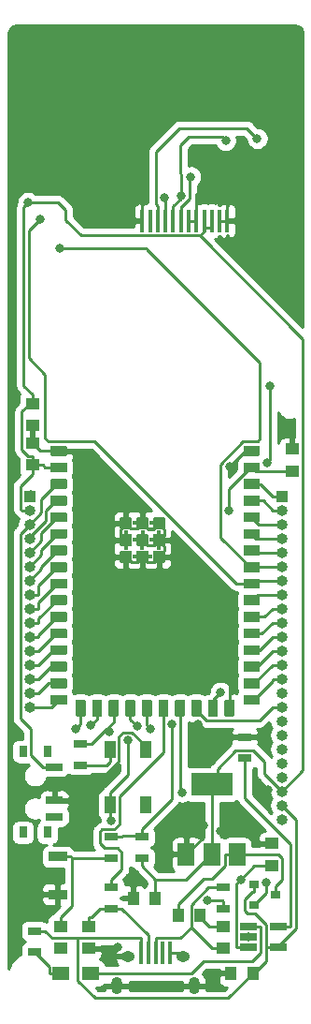
<source format=gbr>
%TF.GenerationSoftware,KiCad,Pcbnew,(5.1.6)-1*%
%TF.CreationDate,2020-07-20T18:07:10+02:00*%
%TF.ProjectId,ESP32-S2-WROOM,45535033-322d-4533-922d-57524f4f4d2e,rev?*%
%TF.SameCoordinates,Original*%
%TF.FileFunction,Copper,L1,Top*%
%TF.FilePolarity,Positive*%
%FSLAX46Y46*%
G04 Gerber Fmt 4.6, Leading zero omitted, Abs format (unit mm)*
G04 Created by KiCad (PCBNEW (5.1.6)-1) date 2020-07-20 18:07:10*
%MOMM*%
%LPD*%
G01*
G04 APERTURE LIST*
%TA.AperFunction,SMDPad,CuDef*%
%ADD10R,1.250000X1.000000*%
%TD*%
%TA.AperFunction,SMDPad,CuDef*%
%ADD11R,0.400000X2.000000*%
%TD*%
%TA.AperFunction,ComponentPad*%
%ADD12O,1.250000X0.950000*%
%TD*%
%TA.AperFunction,ComponentPad*%
%ADD13O,1.000000X1.550000*%
%TD*%
%TA.AperFunction,SMDPad,CuDef*%
%ADD14R,1.300000X0.700000*%
%TD*%
%TA.AperFunction,SMDPad,CuDef*%
%ADD15R,1.700000X0.900000*%
%TD*%
%TA.AperFunction,SMDPad,CuDef*%
%ADD16R,0.800000X1.000000*%
%TD*%
%TA.AperFunction,SMDPad,CuDef*%
%ADD17R,1.500000X0.700000*%
%TD*%
%TA.AperFunction,SMDPad,CuDef*%
%ADD18R,1.500000X2.000000*%
%TD*%
%TA.AperFunction,SMDPad,CuDef*%
%ADD19R,3.800000X2.000000*%
%TD*%
%TA.AperFunction,ComponentPad*%
%ADD20C,0.400000*%
%TD*%
%TA.AperFunction,SMDPad,CuDef*%
%ADD21R,1.000000X1.250000*%
%TD*%
%TA.AperFunction,ComponentPad*%
%ADD22O,1.000000X1.000000*%
%TD*%
%TA.AperFunction,ComponentPad*%
%ADD23R,1.000000X1.000000*%
%TD*%
%TA.AperFunction,SMDPad,CuDef*%
%ADD24R,1.000000X1.600000*%
%TD*%
%TA.AperFunction,SMDPad,CuDef*%
%ADD25R,0.900000X0.800000*%
%TD*%
%TA.AperFunction,SMDPad,CuDef*%
%ADD26R,1.500000X1.300000*%
%TD*%
%TA.AperFunction,SMDPad,CuDef*%
%ADD27R,1.560000X0.650000*%
%TD*%
%TA.AperFunction,SMDPad,CuDef*%
%ADD28R,0.350000X2.000000*%
%TD*%
%TA.AperFunction,ViaPad*%
%ADD29C,0.800000*%
%TD*%
%TA.AperFunction,Conductor*%
%ADD30C,0.250000*%
%TD*%
%TA.AperFunction,Conductor*%
%ADD31C,0.254000*%
%TD*%
G04 APERTURE END LIST*
D10*
%TO.P,C1,2*%
%TO.N,GND*%
X102616000Y-121428000D03*
%TO.P,C1,1*%
%TO.N,Net-(C1-Pad1)*%
X102616000Y-123428000D03*
%TD*%
%TO.P,C2,1*%
%TO.N,Net-(C2-Pad1)*%
X90424000Y-121428000D03*
%TO.P,C2,2*%
%TO.N,GND*%
X90424000Y-123428000D03*
%TD*%
%TO.P,C3,1*%
%TO.N,GND*%
X85344000Y-76184000D03*
%TO.P,C3,2*%
%TO.N,/3.3v*%
X85344000Y-74184000D03*
%TD*%
%TO.P,C4,2*%
%TO.N,/3.3v*%
X85344000Y-79740000D03*
%TO.P,C4,1*%
%TO.N,GND*%
X85344000Y-77740000D03*
%TD*%
%TO.P,C5,1*%
%TO.N,Net-(C5-Pad1)*%
X87884000Y-121428000D03*
%TO.P,C5,2*%
%TO.N,GND*%
X87884000Y-123428000D03*
%TD*%
%TO.P,C6,2*%
%TO.N,/EN*%
X108902000Y-80311500D03*
%TO.P,C6,1*%
%TO.N,GND*%
X108902000Y-78311500D03*
%TD*%
D11*
%TO.P,J1,1*%
%TO.N,/VUSB*%
X95229680Y-123802140D03*
%TO.P,J1,2*%
%TO.N,Net-(C2-Pad1)*%
X95862140Y-123802140D03*
%TO.P,J1,3*%
%TO.N,Net-(C1-Pad1)*%
X96507300Y-123794520D03*
%TO.P,J1,4*%
%TO.N,N/C*%
X97165160Y-123807220D03*
%TO.P,J1,5*%
%TO.N,GND*%
X97815400Y-123807220D03*
D12*
%TO.P,J1,6*%
X94020000Y-124126000D03*
X99020000Y-124126000D03*
D13*
X93020000Y-126826000D03*
X100020000Y-126826000D03*
%TD*%
D14*
%TO.P,R1,2*%
%TO.N,Net-(C1-Pad1)*%
X102616000Y-117922000D03*
%TO.P,R1,1*%
%TO.N,/D+*%
X102616000Y-119822000D03*
%TD*%
%TO.P,R2,1*%
%TO.N,/D-*%
X92456000Y-117922000D03*
%TO.P,R2,2*%
%TO.N,Net-(C2-Pad1)*%
X92456000Y-119822000D03*
%TD*%
%TO.P,R3,2*%
%TO.N,/EN*%
X95250000Y-113350000D03*
%TO.P,R3,1*%
%TO.N,/3.3v*%
X95250000Y-115250000D03*
%TD*%
%TO.P,R4,1*%
%TO.N,/EN*%
X92456000Y-113350000D03*
%TO.P,R4,2*%
%TO.N,Net-(C5-Pad1)*%
X92456000Y-115250000D03*
%TD*%
D15*
%TO.P,SW1,2*%
%TO.N,Net-(C5-Pad1)*%
X87630000Y-115140000D03*
%TO.P,SW1,1*%
%TO.N,GND*%
X87630000Y-118540000D03*
%TD*%
D16*
%TO.P,SW2,*%
%TO.N,*%
X86695500Y-105634000D03*
X86695500Y-112934000D03*
X84485500Y-112934000D03*
X84485500Y-105634000D03*
D17*
%TO.P,SW2,3*%
%TO.N,N/C*%
X87345500Y-111534000D03*
%TO.P,SW2,2*%
%TO.N,GND*%
X87345500Y-110034000D03*
%TO.P,SW2,1*%
%TO.N,/IO0*%
X87345500Y-107034000D03*
%TD*%
D18*
%TO.P,U1,1*%
%TO.N,GND*%
X99300000Y-114910000D03*
%TO.P,U1,3*%
%TO.N,Net-(C7-Pad2)*%
X103900000Y-114910000D03*
%TO.P,U1,2*%
%TO.N,/3.3v*%
X101600000Y-114910000D03*
D19*
X101600000Y-108610000D03*
%TD*%
%TO.P,U2,1*%
%TO.N,GND*%
%TA.AperFunction,SMDPad,CuDef*%
G36*
G01*
X86970000Y-78838900D02*
X86970000Y-78081100D01*
G75*
G02*
X87041100Y-78010000I71100J0D01*
G01*
X88398900Y-78010000D01*
G75*
G02*
X88470000Y-78081100I0J-71100D01*
G01*
X88470000Y-78838900D01*
G75*
G02*
X88398900Y-78910000I-71100J0D01*
G01*
X87041100Y-78910000D01*
G75*
G02*
X86970000Y-78838900I0J71100D01*
G01*
G37*
%TD.AperFunction*%
%TO.P,U2,2*%
%TO.N,/3.3v*%
%TA.AperFunction,SMDPad,CuDef*%
G36*
G01*
X86970000Y-80338900D02*
X86970000Y-79581100D01*
G75*
G02*
X87041100Y-79510000I71100J0D01*
G01*
X88398900Y-79510000D01*
G75*
G02*
X88470000Y-79581100I0J-71100D01*
G01*
X88470000Y-80338900D01*
G75*
G02*
X88398900Y-80410000I-71100J0D01*
G01*
X87041100Y-80410000D01*
G75*
G02*
X86970000Y-80338900I0J71100D01*
G01*
G37*
%TD.AperFunction*%
%TO.P,U2,3*%
%TO.N,/IO0*%
%TA.AperFunction,SMDPad,CuDef*%
G36*
G01*
X86970000Y-81838900D02*
X86970000Y-81081100D01*
G75*
G02*
X87041100Y-81010000I71100J0D01*
G01*
X88398900Y-81010000D01*
G75*
G02*
X88470000Y-81081100I0J-71100D01*
G01*
X88470000Y-81838900D01*
G75*
G02*
X88398900Y-81910000I-71100J0D01*
G01*
X87041100Y-81910000D01*
G75*
G02*
X86970000Y-81838900I0J71100D01*
G01*
G37*
%TD.AperFunction*%
%TO.P,U2,4*%
%TO.N,Net-(J2-Pad4)*%
%TA.AperFunction,SMDPad,CuDef*%
G36*
G01*
X86970000Y-83338900D02*
X86970000Y-82581100D01*
G75*
G02*
X87041100Y-82510000I71100J0D01*
G01*
X88398900Y-82510000D01*
G75*
G02*
X88470000Y-82581100I0J-71100D01*
G01*
X88470000Y-83338900D01*
G75*
G02*
X88398900Y-83410000I-71100J0D01*
G01*
X87041100Y-83410000D01*
G75*
G02*
X86970000Y-83338900I0J71100D01*
G01*
G37*
%TD.AperFunction*%
%TO.P,U2,5*%
%TO.N,Net-(J2-Pad5)*%
%TA.AperFunction,SMDPad,CuDef*%
G36*
G01*
X86970000Y-84838900D02*
X86970000Y-84081100D01*
G75*
G02*
X87041100Y-84010000I71100J0D01*
G01*
X88398900Y-84010000D01*
G75*
G02*
X88470000Y-84081100I0J-71100D01*
G01*
X88470000Y-84838900D01*
G75*
G02*
X88398900Y-84910000I-71100J0D01*
G01*
X87041100Y-84910000D01*
G75*
G02*
X86970000Y-84838900I0J71100D01*
G01*
G37*
%TD.AperFunction*%
%TO.P,U2,6*%
%TO.N,Net-(J2-Pad6)*%
%TA.AperFunction,SMDPad,CuDef*%
G36*
G01*
X86970000Y-86338900D02*
X86970000Y-85581100D01*
G75*
G02*
X87041100Y-85510000I71100J0D01*
G01*
X88398900Y-85510000D01*
G75*
G02*
X88470000Y-85581100I0J-71100D01*
G01*
X88470000Y-86338900D01*
G75*
G02*
X88398900Y-86410000I-71100J0D01*
G01*
X87041100Y-86410000D01*
G75*
G02*
X86970000Y-86338900I0J71100D01*
G01*
G37*
%TD.AperFunction*%
%TO.P,U2,7*%
%TO.N,Net-(J2-Pad7)*%
%TA.AperFunction,SMDPad,CuDef*%
G36*
G01*
X86970000Y-87838900D02*
X86970000Y-87081100D01*
G75*
G02*
X87041100Y-87010000I71100J0D01*
G01*
X88398900Y-87010000D01*
G75*
G02*
X88470000Y-87081100I0J-71100D01*
G01*
X88470000Y-87838900D01*
G75*
G02*
X88398900Y-87910000I-71100J0D01*
G01*
X87041100Y-87910000D01*
G75*
G02*
X86970000Y-87838900I0J71100D01*
G01*
G37*
%TD.AperFunction*%
%TO.P,U2,8*%
%TO.N,Net-(J2-Pad8)*%
%TA.AperFunction,SMDPad,CuDef*%
G36*
G01*
X86970000Y-89338900D02*
X86970000Y-88581100D01*
G75*
G02*
X87041100Y-88510000I71100J0D01*
G01*
X88398900Y-88510000D01*
G75*
G02*
X88470000Y-88581100I0J-71100D01*
G01*
X88470000Y-89338900D01*
G75*
G02*
X88398900Y-89410000I-71100J0D01*
G01*
X87041100Y-89410000D01*
G75*
G02*
X86970000Y-89338900I0J71100D01*
G01*
G37*
%TD.AperFunction*%
%TO.P,U2,9*%
%TO.N,Net-(J2-Pad9)*%
%TA.AperFunction,SMDPad,CuDef*%
G36*
G01*
X86970000Y-90838900D02*
X86970000Y-90081100D01*
G75*
G02*
X87041100Y-90010000I71100J0D01*
G01*
X88398900Y-90010000D01*
G75*
G02*
X88470000Y-90081100I0J-71100D01*
G01*
X88470000Y-90838900D01*
G75*
G02*
X88398900Y-90910000I-71100J0D01*
G01*
X87041100Y-90910000D01*
G75*
G02*
X86970000Y-90838900I0J71100D01*
G01*
G37*
%TD.AperFunction*%
%TO.P,U2,10*%
%TO.N,Net-(J2-Pad10)*%
%TA.AperFunction,SMDPad,CuDef*%
G36*
G01*
X86970000Y-92338900D02*
X86970000Y-91581100D01*
G75*
G02*
X87041100Y-91510000I71100J0D01*
G01*
X88398900Y-91510000D01*
G75*
G02*
X88470000Y-91581100I0J-71100D01*
G01*
X88470000Y-92338900D01*
G75*
G02*
X88398900Y-92410000I-71100J0D01*
G01*
X87041100Y-92410000D01*
G75*
G02*
X86970000Y-92338900I0J71100D01*
G01*
G37*
%TD.AperFunction*%
%TO.P,U2,11*%
%TO.N,Net-(J2-Pad11)*%
%TA.AperFunction,SMDPad,CuDef*%
G36*
G01*
X86970000Y-93838900D02*
X86970000Y-93081100D01*
G75*
G02*
X87041100Y-93010000I71100J0D01*
G01*
X88398900Y-93010000D01*
G75*
G02*
X88470000Y-93081100I0J-71100D01*
G01*
X88470000Y-93838900D01*
G75*
G02*
X88398900Y-93910000I-71100J0D01*
G01*
X87041100Y-93910000D01*
G75*
G02*
X86970000Y-93838900I0J71100D01*
G01*
G37*
%TD.AperFunction*%
%TO.P,U2,12*%
%TO.N,Net-(J2-Pad12)*%
%TA.AperFunction,SMDPad,CuDef*%
G36*
G01*
X86970000Y-95338900D02*
X86970000Y-94581100D01*
G75*
G02*
X87041100Y-94510000I71100J0D01*
G01*
X88398900Y-94510000D01*
G75*
G02*
X88470000Y-94581100I0J-71100D01*
G01*
X88470000Y-95338900D01*
G75*
G02*
X88398900Y-95410000I-71100J0D01*
G01*
X87041100Y-95410000D01*
G75*
G02*
X86970000Y-95338900I0J71100D01*
G01*
G37*
%TD.AperFunction*%
%TO.P,U2,13*%
%TO.N,/SPI_CS*%
%TA.AperFunction,SMDPad,CuDef*%
G36*
G01*
X86970000Y-96838900D02*
X86970000Y-96081100D01*
G75*
G02*
X87041100Y-96010000I71100J0D01*
G01*
X88398900Y-96010000D01*
G75*
G02*
X88470000Y-96081100I0J-71100D01*
G01*
X88470000Y-96838900D01*
G75*
G02*
X88398900Y-96910000I-71100J0D01*
G01*
X87041100Y-96910000D01*
G75*
G02*
X86970000Y-96838900I0J71100D01*
G01*
G37*
%TD.AperFunction*%
%TO.P,U2,14*%
%TO.N,/SPI_MOSI*%
%TA.AperFunction,SMDPad,CuDef*%
G36*
G01*
X86970000Y-98338900D02*
X86970000Y-97581100D01*
G75*
G02*
X87041100Y-97510000I71100J0D01*
G01*
X88398900Y-97510000D01*
G75*
G02*
X88470000Y-97581100I0J-71100D01*
G01*
X88470000Y-98338900D01*
G75*
G02*
X88398900Y-98410000I-71100J0D01*
G01*
X87041100Y-98410000D01*
G75*
G02*
X86970000Y-98338900I0J71100D01*
G01*
G37*
%TD.AperFunction*%
%TO.P,U2,15*%
%TO.N,/SPI_CLK*%
%TA.AperFunction,SMDPad,CuDef*%
G36*
G01*
X86970000Y-99838900D02*
X86970000Y-99081100D01*
G75*
G02*
X87041100Y-99010000I71100J0D01*
G01*
X88398900Y-99010000D01*
G75*
G02*
X88470000Y-99081100I0J-71100D01*
G01*
X88470000Y-99838900D01*
G75*
G02*
X88398900Y-99910000I-71100J0D01*
G01*
X87041100Y-99910000D01*
G75*
G02*
X86970000Y-99838900I0J71100D01*
G01*
G37*
%TD.AperFunction*%
%TO.P,U2,16*%
%TO.N,/SPI_MISO*%
%TA.AperFunction,SMDPad,CuDef*%
G36*
G01*
X86970000Y-101338900D02*
X86970000Y-100581100D01*
G75*
G02*
X87041100Y-100510000I71100J0D01*
G01*
X88398900Y-100510000D01*
G75*
G02*
X88470000Y-100581100I0J-71100D01*
G01*
X88470000Y-101338900D01*
G75*
G02*
X88398900Y-101410000I-71100J0D01*
G01*
X87041100Y-101410000D01*
G75*
G02*
X86970000Y-101338900I0J71100D01*
G01*
G37*
%TD.AperFunction*%
%TO.P,U2,17*%
%TO.N,/DC_DISP*%
%TA.AperFunction,SMDPad,CuDef*%
G36*
G01*
X90098900Y-102460000D02*
X89341100Y-102460000D01*
G75*
G02*
X89270000Y-102388900I0J71100D01*
G01*
X89270000Y-101031100D01*
G75*
G02*
X89341100Y-100960000I71100J0D01*
G01*
X90098900Y-100960000D01*
G75*
G02*
X90170000Y-101031100I0J-71100D01*
G01*
X90170000Y-102388900D01*
G75*
G02*
X90098900Y-102460000I-71100J0D01*
G01*
G37*
%TD.AperFunction*%
%TO.P,U2,18*%
%TO.N,Net-(J3-Pad20)*%
%TA.AperFunction,SMDPad,CuDef*%
G36*
G01*
X91598900Y-102460000D02*
X90841100Y-102460000D01*
G75*
G02*
X90770000Y-102388900I0J71100D01*
G01*
X90770000Y-101031100D01*
G75*
G02*
X90841100Y-100960000I71100J0D01*
G01*
X91598900Y-100960000D01*
G75*
G02*
X91670000Y-101031100I0J-71100D01*
G01*
X91670000Y-102388900D01*
G75*
G02*
X91598900Y-102460000I-71100J0D01*
G01*
G37*
%TD.AperFunction*%
%TO.P,U2,19*%
%TO.N,/RGBLED*%
%TA.AperFunction,SMDPad,CuDef*%
G36*
G01*
X93098900Y-102460000D02*
X92341100Y-102460000D01*
G75*
G02*
X92270000Y-102388900I0J71100D01*
G01*
X92270000Y-101031100D01*
G75*
G02*
X92341100Y-100960000I71100J0D01*
G01*
X93098900Y-100960000D01*
G75*
G02*
X93170000Y-101031100I0J-71100D01*
G01*
X93170000Y-102388900D01*
G75*
G02*
X93098900Y-102460000I-71100J0D01*
G01*
G37*
%TD.AperFunction*%
%TO.P,U2,20*%
%TO.N,/U1TXD*%
%TA.AperFunction,SMDPad,CuDef*%
G36*
G01*
X94598900Y-102460000D02*
X93841100Y-102460000D01*
G75*
G02*
X93770000Y-102388900I0J71100D01*
G01*
X93770000Y-101031100D01*
G75*
G02*
X93841100Y-100960000I71100J0D01*
G01*
X94598900Y-100960000D01*
G75*
G02*
X94670000Y-101031100I0J-71100D01*
G01*
X94670000Y-102388900D01*
G75*
G02*
X94598900Y-102460000I-71100J0D01*
G01*
G37*
%TD.AperFunction*%
%TO.P,U2,21*%
%TO.N,/U1RXD*%
%TA.AperFunction,SMDPad,CuDef*%
G36*
G01*
X96098900Y-102460000D02*
X95341100Y-102460000D01*
G75*
G02*
X95270000Y-102388900I0J71100D01*
G01*
X95270000Y-101031100D01*
G75*
G02*
X95341100Y-100960000I71100J0D01*
G01*
X96098900Y-100960000D01*
G75*
G02*
X96170000Y-101031100I0J-71100D01*
G01*
X96170000Y-102388900D01*
G75*
G02*
X96098900Y-102460000I-71100J0D01*
G01*
G37*
%TD.AperFunction*%
%TO.P,U2,22*%
%TO.N,/D-*%
%TA.AperFunction,SMDPad,CuDef*%
G36*
G01*
X97598900Y-102460000D02*
X96841100Y-102460000D01*
G75*
G02*
X96770000Y-102388900I0J71100D01*
G01*
X96770000Y-101031100D01*
G75*
G02*
X96841100Y-100960000I71100J0D01*
G01*
X97598900Y-100960000D01*
G75*
G02*
X97670000Y-101031100I0J-71100D01*
G01*
X97670000Y-102388900D01*
G75*
G02*
X97598900Y-102460000I-71100J0D01*
G01*
G37*
%TD.AperFunction*%
%TO.P,U2,23*%
%TO.N,/D+*%
%TA.AperFunction,SMDPad,CuDef*%
G36*
G01*
X99098900Y-102460000D02*
X98341100Y-102460000D01*
G75*
G02*
X98270000Y-102388900I0J71100D01*
G01*
X98270000Y-101031100D01*
G75*
G02*
X98341100Y-100960000I71100J0D01*
G01*
X99098900Y-100960000D01*
G75*
G02*
X99170000Y-101031100I0J-71100D01*
G01*
X99170000Y-102388900D01*
G75*
G02*
X99098900Y-102460000I-71100J0D01*
G01*
G37*
%TD.AperFunction*%
%TO.P,U2,24*%
%TO.N,Net-(J3-Pad16)*%
%TA.AperFunction,SMDPad,CuDef*%
G36*
G01*
X100598900Y-102460000D02*
X99841100Y-102460000D01*
G75*
G02*
X99770000Y-102388900I0J71100D01*
G01*
X99770000Y-101031100D01*
G75*
G02*
X99841100Y-100960000I71100J0D01*
G01*
X100598900Y-100960000D01*
G75*
G02*
X100670000Y-101031100I0J-71100D01*
G01*
X100670000Y-102388900D01*
G75*
G02*
X100598900Y-102460000I-71100J0D01*
G01*
G37*
%TD.AperFunction*%
%TO.P,U2,25*%
%TO.N,Net-(J3-Pad15)*%
%TA.AperFunction,SMDPad,CuDef*%
G36*
G01*
X102098900Y-102460000D02*
X101341100Y-102460000D01*
G75*
G02*
X101270000Y-102388900I0J71100D01*
G01*
X101270000Y-101031100D01*
G75*
G02*
X101341100Y-100960000I71100J0D01*
G01*
X102098900Y-100960000D01*
G75*
G02*
X102170000Y-101031100I0J-71100D01*
G01*
X102170000Y-102388900D01*
G75*
G02*
X102098900Y-102460000I-71100J0D01*
G01*
G37*
%TD.AperFunction*%
%TO.P,U2,26*%
%TO.N,GND*%
%TA.AperFunction,SMDPad,CuDef*%
G36*
G01*
X103598900Y-102460000D02*
X102841100Y-102460000D01*
G75*
G02*
X102770000Y-102388900I0J71100D01*
G01*
X102770000Y-101031100D01*
G75*
G02*
X102841100Y-100960000I71100J0D01*
G01*
X103598900Y-100960000D01*
G75*
G02*
X103670000Y-101031100I0J-71100D01*
G01*
X103670000Y-102388900D01*
G75*
G02*
X103598900Y-102460000I-71100J0D01*
G01*
G37*
%TD.AperFunction*%
%TO.P,U2,27*%
%TO.N,Net-(J3-Pad14)*%
%TA.AperFunction,SMDPad,CuDef*%
G36*
G01*
X105970000Y-100581100D02*
X105970000Y-101338900D01*
G75*
G02*
X105898900Y-101410000I-71100J0D01*
G01*
X104541100Y-101410000D01*
G75*
G02*
X104470000Y-101338900I0J71100D01*
G01*
X104470000Y-100581100D01*
G75*
G02*
X104541100Y-100510000I71100J0D01*
G01*
X105898900Y-100510000D01*
G75*
G02*
X105970000Y-100581100I0J-71100D01*
G01*
G37*
%TD.AperFunction*%
%TO.P,U2,28*%
%TO.N,Net-(J3-Pad13)*%
%TA.AperFunction,SMDPad,CuDef*%
G36*
G01*
X105970000Y-99081100D02*
X105970000Y-99838900D01*
G75*
G02*
X105898900Y-99910000I-71100J0D01*
G01*
X104541100Y-99910000D01*
G75*
G02*
X104470000Y-99838900I0J71100D01*
G01*
X104470000Y-99081100D01*
G75*
G02*
X104541100Y-99010000I71100J0D01*
G01*
X105898900Y-99010000D01*
G75*
G02*
X105970000Y-99081100I0J-71100D01*
G01*
G37*
%TD.AperFunction*%
%TO.P,U2,29*%
%TO.N,Net-(J3-Pad12)*%
%TA.AperFunction,SMDPad,CuDef*%
G36*
G01*
X105970000Y-97581100D02*
X105970000Y-98338900D01*
G75*
G02*
X105898900Y-98410000I-71100J0D01*
G01*
X104541100Y-98410000D01*
G75*
G02*
X104470000Y-98338900I0J71100D01*
G01*
X104470000Y-97581100D01*
G75*
G02*
X104541100Y-97510000I71100J0D01*
G01*
X105898900Y-97510000D01*
G75*
G02*
X105970000Y-97581100I0J-71100D01*
G01*
G37*
%TD.AperFunction*%
%TO.P,U2,30*%
%TO.N,Net-(J3-Pad11)*%
%TA.AperFunction,SMDPad,CuDef*%
G36*
G01*
X105970000Y-96081100D02*
X105970000Y-96838900D01*
G75*
G02*
X105898900Y-96910000I-71100J0D01*
G01*
X104541100Y-96910000D01*
G75*
G02*
X104470000Y-96838900I0J71100D01*
G01*
X104470000Y-96081100D01*
G75*
G02*
X104541100Y-96010000I71100J0D01*
G01*
X105898900Y-96010000D01*
G75*
G02*
X105970000Y-96081100I0J-71100D01*
G01*
G37*
%TD.AperFunction*%
%TO.P,U2,31*%
%TO.N,Net-(J3-Pad10)*%
%TA.AperFunction,SMDPad,CuDef*%
G36*
G01*
X105970000Y-94581100D02*
X105970000Y-95338900D01*
G75*
G02*
X105898900Y-95410000I-71100J0D01*
G01*
X104541100Y-95410000D01*
G75*
G02*
X104470000Y-95338900I0J71100D01*
G01*
X104470000Y-94581100D01*
G75*
G02*
X104541100Y-94510000I71100J0D01*
G01*
X105898900Y-94510000D01*
G75*
G02*
X105970000Y-94581100I0J-71100D01*
G01*
G37*
%TD.AperFunction*%
%TO.P,U2,32*%
%TO.N,Net-(J3-Pad9)*%
%TA.AperFunction,SMDPad,CuDef*%
G36*
G01*
X105970000Y-93081100D02*
X105970000Y-93838900D01*
G75*
G02*
X105898900Y-93910000I-71100J0D01*
G01*
X104541100Y-93910000D01*
G75*
G02*
X104470000Y-93838900I0J71100D01*
G01*
X104470000Y-93081100D01*
G75*
G02*
X104541100Y-93010000I71100J0D01*
G01*
X105898900Y-93010000D01*
G75*
G02*
X105970000Y-93081100I0J-71100D01*
G01*
G37*
%TD.AperFunction*%
%TO.P,U2,33*%
%TO.N,Net-(J3-Pad8)*%
%TA.AperFunction,SMDPad,CuDef*%
G36*
G01*
X105970000Y-91581100D02*
X105970000Y-92338900D01*
G75*
G02*
X105898900Y-92410000I-71100J0D01*
G01*
X104541100Y-92410000D01*
G75*
G02*
X104470000Y-92338900I0J71100D01*
G01*
X104470000Y-91581100D01*
G75*
G02*
X104541100Y-91510000I71100J0D01*
G01*
X105898900Y-91510000D01*
G75*
G02*
X105970000Y-91581100I0J-71100D01*
G01*
G37*
%TD.AperFunction*%
%TO.P,U2,34*%
%TO.N,/SCL*%
%TA.AperFunction,SMDPad,CuDef*%
G36*
G01*
X105970000Y-90081100D02*
X105970000Y-90838900D01*
G75*
G02*
X105898900Y-90910000I-71100J0D01*
G01*
X104541100Y-90910000D01*
G75*
G02*
X104470000Y-90838900I0J71100D01*
G01*
X104470000Y-90081100D01*
G75*
G02*
X104541100Y-90010000I71100J0D01*
G01*
X105898900Y-90010000D01*
G75*
G02*
X105970000Y-90081100I0J-71100D01*
G01*
G37*
%TD.AperFunction*%
%TO.P,U2,35*%
%TO.N,/SDA*%
%TA.AperFunction,SMDPad,CuDef*%
G36*
G01*
X105970000Y-88581100D02*
X105970000Y-89338900D01*
G75*
G02*
X105898900Y-89410000I-71100J0D01*
G01*
X104541100Y-89410000D01*
G75*
G02*
X104470000Y-89338900I0J71100D01*
G01*
X104470000Y-88581100D01*
G75*
G02*
X104541100Y-88510000I71100J0D01*
G01*
X105898900Y-88510000D01*
G75*
G02*
X105970000Y-88581100I0J-71100D01*
G01*
G37*
%TD.AperFunction*%
%TO.P,U2,36*%
%TO.N,Net-(J3-Pad5)*%
%TA.AperFunction,SMDPad,CuDef*%
G36*
G01*
X105970000Y-87081100D02*
X105970000Y-87838900D01*
G75*
G02*
X105898900Y-87910000I-71100J0D01*
G01*
X104541100Y-87910000D01*
G75*
G02*
X104470000Y-87838900I0J71100D01*
G01*
X104470000Y-87081100D01*
G75*
G02*
X104541100Y-87010000I71100J0D01*
G01*
X105898900Y-87010000D01*
G75*
G02*
X105970000Y-87081100I0J-71100D01*
G01*
G37*
%TD.AperFunction*%
%TO.P,U2,37*%
%TO.N,Net-(J3-Pad4)*%
%TA.AperFunction,SMDPad,CuDef*%
G36*
G01*
X105970000Y-85581100D02*
X105970000Y-86338900D01*
G75*
G02*
X105898900Y-86410000I-71100J0D01*
G01*
X104541100Y-86410000D01*
G75*
G02*
X104470000Y-86338900I0J71100D01*
G01*
X104470000Y-85581100D01*
G75*
G02*
X104541100Y-85510000I71100J0D01*
G01*
X105898900Y-85510000D01*
G75*
G02*
X105970000Y-85581100I0J-71100D01*
G01*
G37*
%TD.AperFunction*%
%TO.P,U2,38*%
%TO.N,Net-(J3-Pad3)*%
%TA.AperFunction,SMDPad,CuDef*%
G36*
G01*
X105970000Y-84081100D02*
X105970000Y-84838900D01*
G75*
G02*
X105898900Y-84910000I-71100J0D01*
G01*
X104541100Y-84910000D01*
G75*
G02*
X104470000Y-84838900I0J71100D01*
G01*
X104470000Y-84081100D01*
G75*
G02*
X104541100Y-84010000I71100J0D01*
G01*
X105898900Y-84010000D01*
G75*
G02*
X105970000Y-84081100I0J-71100D01*
G01*
G37*
%TD.AperFunction*%
%TO.P,U2,39*%
%TO.N,Net-(J3-Pad2)*%
%TA.AperFunction,SMDPad,CuDef*%
G36*
G01*
X105970000Y-82581100D02*
X105970000Y-83338900D01*
G75*
G02*
X105898900Y-83410000I-71100J0D01*
G01*
X104541100Y-83410000D01*
G75*
G02*
X104470000Y-83338900I0J71100D01*
G01*
X104470000Y-82581100D01*
G75*
G02*
X104541100Y-82510000I71100J0D01*
G01*
X105898900Y-82510000D01*
G75*
G02*
X105970000Y-82581100I0J-71100D01*
G01*
G37*
%TD.AperFunction*%
%TO.P,U2,40*%
%TO.N,Net-(J3-Pad1)*%
%TA.AperFunction,SMDPad,CuDef*%
G36*
G01*
X105970000Y-81081100D02*
X105970000Y-81838900D01*
G75*
G02*
X105898900Y-81910000I-71100J0D01*
G01*
X104541100Y-81910000D01*
G75*
G02*
X104470000Y-81838900I0J71100D01*
G01*
X104470000Y-81081100D01*
G75*
G02*
X104541100Y-81010000I71100J0D01*
G01*
X105898900Y-81010000D01*
G75*
G02*
X105970000Y-81081100I0J-71100D01*
G01*
G37*
%TD.AperFunction*%
%TO.P,U2,41*%
%TO.N,/EN*%
%TA.AperFunction,SMDPad,CuDef*%
G36*
G01*
X105970000Y-79581100D02*
X105970000Y-80338900D01*
G75*
G02*
X105898900Y-80410000I-71100J0D01*
G01*
X104541100Y-80410000D01*
G75*
G02*
X104470000Y-80338900I0J71100D01*
G01*
X104470000Y-79581100D01*
G75*
G02*
X104541100Y-79510000I71100J0D01*
G01*
X105898900Y-79510000D01*
G75*
G02*
X105970000Y-79581100I0J-71100D01*
G01*
G37*
%TD.AperFunction*%
%TO.P,U2,42*%
%TO.N,GND*%
%TA.AperFunction,SMDPad,CuDef*%
G36*
G01*
X105970000Y-78081100D02*
X105970000Y-78838900D01*
G75*
G02*
X105898900Y-78910000I-71100J0D01*
G01*
X104541100Y-78910000D01*
G75*
G02*
X104470000Y-78838900I0J71100D01*
G01*
X104470000Y-78081100D01*
G75*
G02*
X104541100Y-78010000I71100J0D01*
G01*
X105898900Y-78010000D01*
G75*
G02*
X105970000Y-78081100I0J-71100D01*
G01*
G37*
%TD.AperFunction*%
%TO.P,U2,43*%
%TA.AperFunction,SMDPad,CuDef*%
G36*
G01*
X94380000Y-84571900D02*
X94380000Y-85498100D01*
G75*
G02*
X94293100Y-85585000I-86900J0D01*
G01*
X93366900Y-85585000D01*
G75*
G02*
X93280000Y-85498100I0J86900D01*
G01*
X93280000Y-84571900D01*
G75*
G02*
X93366900Y-84485000I86900J0D01*
G01*
X94293100Y-84485000D01*
G75*
G02*
X94380000Y-84571900I0J-86900D01*
G01*
G37*
%TD.AperFunction*%
%TA.AperFunction,SMDPad,CuDef*%
G36*
G01*
X95880000Y-84571900D02*
X95880000Y-85498100D01*
G75*
G02*
X95793100Y-85585000I-86900J0D01*
G01*
X94866900Y-85585000D01*
G75*
G02*
X94780000Y-85498100I0J86900D01*
G01*
X94780000Y-84571900D01*
G75*
G02*
X94866900Y-84485000I86900J0D01*
G01*
X95793100Y-84485000D01*
G75*
G02*
X95880000Y-84571900I0J-86900D01*
G01*
G37*
%TD.AperFunction*%
%TA.AperFunction,SMDPad,CuDef*%
G36*
G01*
X97380000Y-84571900D02*
X97380000Y-85498100D01*
G75*
G02*
X97293100Y-85585000I-86900J0D01*
G01*
X96366900Y-85585000D01*
G75*
G02*
X96280000Y-85498100I0J86900D01*
G01*
X96280000Y-84571900D01*
G75*
G02*
X96366900Y-84485000I86900J0D01*
G01*
X97293100Y-84485000D01*
G75*
G02*
X97380000Y-84571900I0J-86900D01*
G01*
G37*
%TD.AperFunction*%
%TA.AperFunction,SMDPad,CuDef*%
G36*
G01*
X94380000Y-86071900D02*
X94380000Y-86998100D01*
G75*
G02*
X94293100Y-87085000I-86900J0D01*
G01*
X93366900Y-87085000D01*
G75*
G02*
X93280000Y-86998100I0J86900D01*
G01*
X93280000Y-86071900D01*
G75*
G02*
X93366900Y-85985000I86900J0D01*
G01*
X94293100Y-85985000D01*
G75*
G02*
X94380000Y-86071900I0J-86900D01*
G01*
G37*
%TD.AperFunction*%
%TA.AperFunction,SMDPad,CuDef*%
G36*
G01*
X95880000Y-86071900D02*
X95880000Y-86998100D01*
G75*
G02*
X95793100Y-87085000I-86900J0D01*
G01*
X94866900Y-87085000D01*
G75*
G02*
X94780000Y-86998100I0J86900D01*
G01*
X94780000Y-86071900D01*
G75*
G02*
X94866900Y-85985000I86900J0D01*
G01*
X95793100Y-85985000D01*
G75*
G02*
X95880000Y-86071900I0J-86900D01*
G01*
G37*
%TD.AperFunction*%
%TA.AperFunction,SMDPad,CuDef*%
G36*
G01*
X97380000Y-86071900D02*
X97380000Y-86998100D01*
G75*
G02*
X97293100Y-87085000I-86900J0D01*
G01*
X96366900Y-87085000D01*
G75*
G02*
X96280000Y-86998100I0J86900D01*
G01*
X96280000Y-86071900D01*
G75*
G02*
X96366900Y-85985000I86900J0D01*
G01*
X97293100Y-85985000D01*
G75*
G02*
X97380000Y-86071900I0J-86900D01*
G01*
G37*
%TD.AperFunction*%
%TA.AperFunction,SMDPad,CuDef*%
G36*
G01*
X94380000Y-87571900D02*
X94380000Y-88498100D01*
G75*
G02*
X94293100Y-88585000I-86900J0D01*
G01*
X93366900Y-88585000D01*
G75*
G02*
X93280000Y-88498100I0J86900D01*
G01*
X93280000Y-87571900D01*
G75*
G02*
X93366900Y-87485000I86900J0D01*
G01*
X94293100Y-87485000D01*
G75*
G02*
X94380000Y-87571900I0J-86900D01*
G01*
G37*
%TD.AperFunction*%
%TA.AperFunction,SMDPad,CuDef*%
G36*
G01*
X95880000Y-87571900D02*
X95880000Y-88498100D01*
G75*
G02*
X95793100Y-88585000I-86900J0D01*
G01*
X94866900Y-88585000D01*
G75*
G02*
X94780000Y-88498100I0J86900D01*
G01*
X94780000Y-87571900D01*
G75*
G02*
X94866900Y-87485000I86900J0D01*
G01*
X95793100Y-87485000D01*
G75*
G02*
X95880000Y-87571900I0J-86900D01*
G01*
G37*
%TD.AperFunction*%
%TA.AperFunction,SMDPad,CuDef*%
G36*
G01*
X97380000Y-87571900D02*
X97380000Y-88498100D01*
G75*
G02*
X97293100Y-88585000I-86900J0D01*
G01*
X96366900Y-88585000D01*
G75*
G02*
X96280000Y-88498100I0J86900D01*
G01*
X96280000Y-87571900D01*
G75*
G02*
X96366900Y-87485000I86900J0D01*
G01*
X97293100Y-87485000D01*
G75*
G02*
X97380000Y-87571900I0J-86900D01*
G01*
G37*
%TD.AperFunction*%
D20*
%TO.P,U2,*%
%TO.N,*%
X93820000Y-85793600D03*
X94582000Y-84980800D03*
X96106000Y-84980800D03*
X96817200Y-85793600D03*
X96817200Y-87266800D03*
X96055200Y-87978000D03*
X94582000Y-87978000D03*
X93820000Y-87266800D03*
X94582000Y-86504800D03*
X96106000Y-86454000D03*
X95344000Y-85793600D03*
X95293200Y-87266800D03*
%TD*%
D21*
%TO.P,C7,1*%
%TO.N,GND*%
X100568000Y-120396000D03*
%TO.P,C7,2*%
%TO.N,Net-(C7-Pad2)*%
X98568000Y-120396000D03*
%TD*%
%TO.P,C8,2*%
%TO.N,/3.3v*%
X96504000Y-118872000D03*
%TO.P,C8,1*%
%TO.N,GND*%
X94504000Y-118872000D03*
%TD*%
D22*
%TO.P,J2,16*%
%TO.N,/SPI_MISO*%
X85090000Y-101600000D03*
%TO.P,J2,15*%
%TO.N,/SPI_CLK*%
X85090000Y-100330000D03*
%TO.P,J2,14*%
%TO.N,/SPI_MOSI*%
X85090000Y-99060000D03*
%TO.P,J2,13*%
%TO.N,/SPI_CS*%
X85090000Y-97790000D03*
%TO.P,J2,12*%
%TO.N,Net-(J2-Pad12)*%
X85090000Y-96520000D03*
%TO.P,J2,11*%
%TO.N,Net-(J2-Pad11)*%
X85090000Y-95250000D03*
%TO.P,J2,10*%
%TO.N,Net-(J2-Pad10)*%
X85090000Y-93980000D03*
%TO.P,J2,9*%
%TO.N,Net-(J2-Pad9)*%
X85090000Y-92710000D03*
%TO.P,J2,8*%
%TO.N,Net-(J2-Pad8)*%
X85090000Y-91440000D03*
%TO.P,J2,7*%
%TO.N,Net-(J2-Pad7)*%
X85090000Y-90170000D03*
%TO.P,J2,6*%
%TO.N,Net-(J2-Pad6)*%
X85090000Y-88900000D03*
%TO.P,J2,5*%
%TO.N,Net-(J2-Pad5)*%
X85090000Y-87630000D03*
%TO.P,J2,4*%
%TO.N,Net-(J2-Pad4)*%
X85090000Y-86360000D03*
%TO.P,J2,3*%
%TO.N,/IO0*%
X85090000Y-85090000D03*
%TO.P,J2,2*%
%TO.N,/3.3v*%
X85090000Y-83820000D03*
D23*
%TO.P,J2,1*%
%TO.N,GND*%
X85090000Y-82550000D03*
%TD*%
D22*
%TO.P,J3,24*%
%TO.N,GND*%
X107950000Y-111760000D03*
%TO.P,J3,23*%
%TO.N,/VUSB*%
X107950000Y-110490000D03*
%TO.P,J3,22*%
%TO.N,/3.3v*%
X107950000Y-109220000D03*
%TO.P,J3,21*%
%TO.N,/DC_DISP*%
X107950000Y-107950000D03*
%TO.P,J3,20*%
%TO.N,Net-(J3-Pad20)*%
X107950000Y-106680000D03*
%TO.P,J3,19*%
%TO.N,/RGBLED*%
X107950000Y-105410000D03*
%TO.P,J3,18*%
%TO.N,/U1TXD*%
X107950000Y-104140000D03*
%TO.P,J3,17*%
%TO.N,/U1RXD*%
X107950000Y-102870000D03*
%TO.P,J3,16*%
%TO.N,Net-(J3-Pad16)*%
X107950000Y-101600000D03*
%TO.P,J3,15*%
%TO.N,Net-(J3-Pad15)*%
X107950000Y-100330000D03*
%TO.P,J3,14*%
%TO.N,Net-(J3-Pad14)*%
X107950000Y-99060000D03*
%TO.P,J3,13*%
%TO.N,Net-(J3-Pad13)*%
X107950000Y-97790000D03*
%TO.P,J3,12*%
%TO.N,Net-(J3-Pad12)*%
X107950000Y-96520000D03*
%TO.P,J3,11*%
%TO.N,Net-(J3-Pad11)*%
X107950000Y-95250000D03*
%TO.P,J3,10*%
%TO.N,Net-(J3-Pad10)*%
X107950000Y-93980000D03*
%TO.P,J3,9*%
%TO.N,Net-(J3-Pad9)*%
X107950000Y-92710000D03*
%TO.P,J3,8*%
%TO.N,Net-(J3-Pad8)*%
X107950000Y-91440000D03*
%TO.P,J3,7*%
%TO.N,/SCL*%
X107950000Y-90170000D03*
%TO.P,J3,6*%
%TO.N,/SDA*%
X107950000Y-88900000D03*
%TO.P,J3,5*%
%TO.N,Net-(J3-Pad5)*%
X107950000Y-87630000D03*
%TO.P,J3,4*%
%TO.N,Net-(J3-Pad4)*%
X107950000Y-86360000D03*
%TO.P,J3,3*%
%TO.N,Net-(J3-Pad3)*%
X107950000Y-85090000D03*
%TO.P,J3,2*%
%TO.N,Net-(J3-Pad2)*%
X107950000Y-83820000D03*
D23*
%TO.P,J3,1*%
%TO.N,Net-(J3-Pad1)*%
X107950000Y-82550000D03*
%TD*%
D24*
%TO.P,D1,1*%
%TO.N,/VBAT*%
X92380000Y-110450000D03*
%TO.P,D1,2*%
%TO.N,N/C*%
X95580000Y-110450000D03*
%TO.P,D1,4*%
%TO.N,Net-(D1-Pad4)*%
X92380000Y-105450000D03*
%TO.P,D1,3*%
%TO.N,GND*%
X95580000Y-105450000D03*
%TD*%
D14*
%TO.P,R5,2*%
%TO.N,/RGBLED*%
X89662000Y-104968000D03*
%TO.P,R5,1*%
%TO.N,Net-(D1-Pad4)*%
X89662000Y-106868000D03*
%TD*%
D21*
%TO.P,C9,2*%
%TO.N,GND*%
X103330000Y-125666000D03*
%TO.P,C9,1*%
%TO.N,/VUSB*%
X105330000Y-125666000D03*
%TD*%
D25*
%TO.P,D2,3*%
%TO.N,Net-(C7-Pad2)*%
X107426000Y-118554000D03*
%TO.P,D2,2*%
%TO.N,Net-(D2-Pad2)*%
X105426000Y-119504000D03*
%TO.P,D2,1*%
%TO.N,/VUSB*%
X105426000Y-117604000D03*
%TD*%
D26*
%TO.P,D3,2*%
%TO.N,Net-(D3-Pad2)*%
X87931000Y-125666000D03*
%TO.P,D3,1*%
%TO.N,Net-(D3-Pad1)*%
X90631000Y-125666000D03*
%TD*%
D14*
%TO.P,R6,1*%
%TO.N,Net-(R6-Pad1)*%
X104584000Y-106233000D03*
%TO.P,R6,2*%
%TO.N,GND*%
X104584000Y-104333000D03*
%TD*%
%TO.P,R7,2*%
%TO.N,Net-(D3-Pad2)*%
X85534500Y-123759000D03*
%TO.P,R7,1*%
%TO.N,/VUSB*%
X85534500Y-121859000D03*
%TD*%
D27*
%TO.P,U3,5*%
%TO.N,Net-(R6-Pad1)*%
X107649000Y-121414000D03*
%TO.P,U3,4*%
%TO.N,/VUSB*%
X107649000Y-123314000D03*
%TO.P,U3,3*%
%TO.N,/VBAT*%
X104949000Y-123314000D03*
%TO.P,U3,2*%
%TO.N,GND*%
X104949000Y-122364000D03*
%TO.P,U3,1*%
%TO.N,Net-(D3-Pad1)*%
X104949000Y-121414000D03*
%TD*%
D10*
%TO.P,C10,2*%
%TO.N,GND*%
X107061000Y-113935000D03*
%TO.P,C10,1*%
%TO.N,/VBAT*%
X107061000Y-115935000D03*
%TD*%
D28*
%TO.P,U4,12*%
%TO.N,GND*%
X95312000Y-57658000D03*
%TO.P,U4,11*%
%TO.N,N/C*%
X96012000Y-57658000D03*
%TO.P,U4,10*%
%TO.N,Net-(JP4-Pad2)*%
X96712000Y-57658000D03*
%TO.P,U4,9*%
%TO.N,Net-(JP1-Pad2)*%
X97412000Y-57658000D03*
%TO.P,U4,8*%
%TO.N,Net-(JP2-Pad2)*%
X98112000Y-57658000D03*
%TO.P,U4,7*%
%TO.N,Net-(JP3-Pad2)*%
X98812000Y-57658000D03*
%TO.P,U4,6*%
%TO.N,GND*%
X99512000Y-57658000D03*
%TO.P,U4,5*%
X100212000Y-57658000D03*
%TO.P,U4,4*%
%TO.N,/3.3v*%
X100912000Y-57658000D03*
%TO.P,U4,3*%
X101612000Y-57658000D03*
%TO.P,U4,2*%
%TO.N,GND*%
X102312000Y-57658000D03*
%TO.P,U4,1*%
X103012000Y-57658000D03*
%TD*%
D29*
%TO.N,GND*%
X104902000Y-122388998D03*
X102616000Y-121428000D03*
X85324800Y-77740000D03*
X95250000Y-54483000D03*
X103251000Y-79883000D03*
X108839000Y-78359000D03*
X107061000Y-113919000D03*
X87884000Y-123444000D03*
X90424000Y-123428000D03*
X93091000Y-123317000D03*
X94504000Y-118872000D03*
X87630000Y-118540000D03*
X106680000Y-109093000D03*
X103378000Y-98806000D03*
X100330000Y-103176900D03*
X103632000Y-111633000D03*
X102362000Y-112776000D03*
X100838000Y-112268000D03*
X99300000Y-114910000D03*
X89217500Y-53594000D03*
%TO.N,/3.3v*%
X84963000Y-56007000D03*
%TO.N,/EN*%
X103115000Y-83885300D03*
X97970000Y-103144000D03*
%TO.N,Net-(J3-Pad20)*%
X90637700Y-103281400D03*
%TO.N,Net-(J3-Pad15)*%
X102403600Y-100281700D03*
%TO.N,/RGBLED*%
X92331100Y-103828100D03*
%TO.N,/VBAT*%
X104234500Y-117177700D03*
X93972600Y-104607100D03*
X92480700Y-111867300D03*
%TO.N,/DC_DISP*%
X89248500Y-103596800D03*
%TO.N,/U1TXD*%
X94831100Y-103333700D03*
%TO.N,/U1RXD*%
X96068900Y-103545600D03*
%TO.N,/SCL*%
X86042500Y-57531000D03*
%TO.N,/SDA*%
X87820500Y-60134500D03*
%TO.N,/D+*%
X101184600Y-119091900D03*
X98897500Y-109305000D03*
%TO.N,Net-(D2-Pad2)*%
X106505600Y-117482400D03*
X106887200Y-72638600D03*
X106621400Y-79526800D03*
%TO.N,Net-(JP1-Pad2)*%
X97273800Y-55593100D03*
%TO.N,Net-(JP2-Pad2)*%
X98820700Y-55390500D03*
X102870000Y-50419000D03*
%TO.N,Net-(JP3-Pad2)*%
X99704680Y-53680600D03*
%TO.N,Net-(JP4-Pad2)*%
X105727500Y-50228500D03*
%TD*%
D30*
%TO.N,GND*%
X99512000Y-57658000D02*
X100212000Y-57658000D01*
X102312000Y-57658000D02*
X103012000Y-57658000D01*
X100203000Y-56515000D02*
X100212000Y-56524000D01*
X103012000Y-57658000D02*
X103012000Y-56022000D01*
X101600000Y-54610000D02*
X100838000Y-54610000D01*
X100838000Y-54610000D02*
X100203000Y-55245000D01*
X103012000Y-56022000D02*
X101600000Y-54610000D01*
X100212000Y-56524000D02*
X100212000Y-57658000D01*
X100203000Y-55245000D02*
X100203000Y-56515000D01*
X104949000Y-122364000D02*
X104926998Y-122364000D01*
X104926998Y-122364000D02*
X104902000Y-122388998D01*
X102616000Y-121428000D02*
X101362000Y-121428000D01*
X100568000Y-120634000D02*
X100568000Y-120396000D01*
X101362000Y-121428000D02*
X100568000Y-120634000D01*
X98701220Y-123807220D02*
X99020000Y-124126000D01*
X97815400Y-123807220D02*
X98701220Y-123807220D01*
X95302002Y-88035000D02*
X95330000Y-88035000D01*
X94329999Y-88503001D02*
X94834001Y-88503001D01*
X93830000Y-88035000D02*
X93861998Y-88035000D01*
X94834001Y-88503001D02*
X95302002Y-88035000D01*
X93861998Y-88035000D02*
X94329999Y-88503001D01*
X96361999Y-88503001D02*
X96830000Y-88035000D01*
X95798001Y-88503001D02*
X96361999Y-88503001D01*
X95330000Y-88035000D02*
X95798001Y-88503001D01*
X97342201Y-87047201D02*
X96830000Y-86535000D01*
X97342201Y-87522799D02*
X97342201Y-87047201D01*
X96830000Y-88035000D02*
X97342201Y-87522799D01*
X97342201Y-85547201D02*
X96830000Y-85035000D01*
X97342201Y-86022799D02*
X97342201Y-85547201D01*
X96830000Y-86535000D02*
X97342201Y-86022799D01*
X95800801Y-85505801D02*
X95330000Y-85035000D01*
X96359199Y-85505801D02*
X95800801Y-85505801D01*
X96830000Y-85035000D02*
X96359199Y-85505801D01*
X94859199Y-85505801D02*
X94300801Y-85505801D01*
X94300801Y-85505801D02*
X93830000Y-85035000D01*
X95330000Y-85035000D02*
X94859199Y-85505801D01*
X93294999Y-86045601D02*
X93784398Y-86535000D01*
X93294999Y-85541599D02*
X93294999Y-86045601D01*
X93801598Y-85035000D02*
X93294999Y-85541599D01*
X93784398Y-86535000D02*
X93830000Y-86535000D01*
X93830000Y-85035000D02*
X93801598Y-85035000D01*
X95774001Y-86979001D02*
X95330000Y-86535000D01*
X96358001Y-86979001D02*
X95774001Y-86979001D01*
X96631001Y-86706001D02*
X96358001Y-86979001D01*
X96681801Y-86706001D02*
X96631001Y-86706001D01*
X97342201Y-86045601D02*
X96681801Y-86706001D01*
X97342201Y-85541599D02*
X97342201Y-86045601D01*
X97069201Y-85268599D02*
X97342201Y-85541599D01*
X96292199Y-85541599D02*
X96565199Y-85268599D01*
X95869001Y-85541599D02*
X96292199Y-85541599D01*
X96565199Y-85268599D02*
X97069201Y-85268599D01*
X95362402Y-85035000D02*
X95869001Y-85541599D01*
X95330000Y-85035000D02*
X95362402Y-85035000D01*
X86064000Y-78460000D02*
X87720000Y-78460000D01*
X85344000Y-77740000D02*
X86064000Y-78460000D01*
X85090000Y-82550000D02*
X85090000Y-82169000D01*
X85090000Y-82169000D02*
X85217000Y-82042000D01*
X95312000Y-57658000D02*
X95312000Y-54545000D01*
X95312000Y-54545000D02*
X95250000Y-54483000D01*
X105220000Y-78460000D02*
X104674000Y-78460000D01*
X104674000Y-78460000D02*
X103251000Y-79883000D01*
X108902000Y-78311500D02*
X108886500Y-78311500D01*
X108886500Y-78311500D02*
X108839000Y-78359000D01*
X107061000Y-113935000D02*
X107061000Y-113919000D01*
X89681002Y-110034000D02*
X87345500Y-110034000D01*
X93205001Y-106510001D02*
X89681002Y-110034000D01*
X93205001Y-104301697D02*
X93205001Y-106510001D01*
X93624599Y-103882099D02*
X93205001Y-104301697D01*
X94312099Y-103882099D02*
X93624599Y-103882099D01*
X95580000Y-105150000D02*
X94312099Y-103882099D01*
X95580000Y-105450000D02*
X95580000Y-105150000D01*
X87884000Y-123428000D02*
X87884000Y-123444000D01*
X103220000Y-98964000D02*
X103378000Y-98806000D01*
X103220000Y-101710000D02*
X103220000Y-98964000D01*
X104584000Y-104333000D02*
X101486100Y-104333000D01*
X101486100Y-104333000D02*
X100330000Y-103176900D01*
X103632000Y-111633000D02*
X103505000Y-111633000D01*
X103505000Y-111633000D02*
X102362000Y-112776000D01*
X100838000Y-112268000D02*
X100838000Y-113372000D01*
X100838000Y-113372000D02*
X99300000Y-114910000D01*
X89217500Y-53594000D02*
X91821000Y-56197500D01*
X91821000Y-56197500D02*
X93281500Y-56197500D01*
X94996000Y-54483000D02*
X95250000Y-54483000D01*
X93281500Y-56197500D02*
X94996000Y-54483000D01*
%TO.N,Net-(C1-Pad1)*%
X96507300Y-123794500D02*
X96507300Y-122469200D01*
X99742600Y-121504900D02*
X101665700Y-123428000D01*
X102616000Y-117922000D02*
X101318400Y-117922000D01*
X101318400Y-117922000D02*
X99742600Y-119497800D01*
X99742600Y-119497800D02*
X99742600Y-121504900D01*
X96507300Y-122469200D02*
X98778300Y-122469200D01*
X98778300Y-122469200D02*
X99742600Y-121504900D01*
X102616000Y-123428000D02*
X101665700Y-123428000D01*
%TO.N,Net-(C2-Pad1)*%
X92456000Y-119822000D02*
X93431300Y-119822000D01*
X93431300Y-119822000D02*
X95862100Y-122252800D01*
X95862100Y-122252800D02*
X95862100Y-123802100D01*
X91968400Y-119822000D02*
X92456000Y-119822000D01*
X91968400Y-119822000D02*
X91480700Y-119822000D01*
X90424000Y-121428000D02*
X90424000Y-120602700D01*
X91480700Y-119822000D02*
X90700000Y-120602700D01*
X90700000Y-120602700D02*
X90424000Y-120602700D01*
%TO.N,/3.3v*%
X100530900Y-59003300D02*
X100912000Y-58622200D01*
X100912000Y-58622200D02*
X100912000Y-58320600D01*
X100530900Y-59003300D02*
X109852400Y-68324800D01*
X109852400Y-68324800D02*
X109852400Y-107317600D01*
X109852400Y-107317600D02*
X107950000Y-109220000D01*
X84377300Y-83820000D02*
X84264700Y-83707400D01*
X84264700Y-83707400D02*
X84264700Y-81644600D01*
X84264700Y-81644600D02*
X85344000Y-80565300D01*
X84562200Y-57653600D02*
X84562200Y-72576900D01*
X84562200Y-72576900D02*
X85344000Y-73358700D01*
X107950000Y-109220000D02*
X106357600Y-107627600D01*
X106357600Y-107627600D02*
X106357600Y-106536000D01*
X106357600Y-106536000D02*
X105379200Y-105557600D01*
X105379200Y-105557600D02*
X103787500Y-105557600D01*
X103787500Y-105557600D02*
X102099800Y-107245300D01*
X102099800Y-107245300D02*
X102099800Y-108610000D01*
X85090000Y-83820000D02*
X84377300Y-83820000D01*
X85344000Y-79740000D02*
X85344000Y-80565300D01*
X85344000Y-79740000D02*
X85344000Y-78914700D01*
X85344000Y-73974100D02*
X84393600Y-74924500D01*
X84393600Y-74924500D02*
X84393600Y-78376900D01*
X84393600Y-78376900D02*
X84931400Y-78914700D01*
X84931400Y-78914700D02*
X85344000Y-78914700D01*
X85344000Y-73771300D02*
X85344000Y-73358700D01*
X85344000Y-74184000D02*
X85344000Y-73974100D01*
X85344000Y-73771300D02*
X85344000Y-73974100D01*
X96504000Y-117179300D02*
X95250000Y-115925300D01*
X96504000Y-117921700D02*
X96504000Y-117179300D01*
X101600000Y-114359900D02*
X101600000Y-114849500D01*
X101600000Y-114849500D02*
X99270200Y-117179300D01*
X99270200Y-117179300D02*
X96504000Y-117179300D01*
X101600000Y-114359900D02*
X101600000Y-114910000D01*
X102099800Y-108610000D02*
X101600000Y-109109800D01*
X101600000Y-109109800D02*
X101600000Y-114359900D01*
X101600000Y-108610000D02*
X102099800Y-108610000D01*
X85819200Y-79740000D02*
X85344000Y-79740000D01*
X85819200Y-79740000D02*
X86294300Y-79740000D01*
X87720000Y-79960000D02*
X86514300Y-79960000D01*
X86514300Y-79960000D02*
X86294300Y-79740000D01*
X95250000Y-115250000D02*
X95250000Y-115925300D01*
X101612000Y-57658000D02*
X101612000Y-58320600D01*
X100912000Y-57658000D02*
X100912000Y-58320600D01*
X101612000Y-58320600D02*
X100912000Y-58320600D01*
X96504000Y-118872000D02*
X96504000Y-117921700D01*
X84562200Y-57653600D02*
X84562200Y-56407800D01*
X84562200Y-56407800D02*
X84963000Y-56007000D01*
X88328500Y-57594500D02*
X88328500Y-56642000D01*
X87693500Y-56007000D02*
X84963000Y-56007000D01*
X100530900Y-59003300D02*
X89737300Y-59003300D01*
X88328500Y-56642000D02*
X87693500Y-56007000D01*
X89737300Y-59003300D02*
X88328500Y-57594500D01*
%TO.N,Net-(C5-Pad1)*%
X88915300Y-115250000D02*
X88805300Y-115140000D01*
X92456000Y-115250000D02*
X88915300Y-115250000D01*
X88915300Y-115250000D02*
X88915300Y-119571400D01*
X88915300Y-119571400D02*
X87884000Y-120602700D01*
X87884000Y-121428000D02*
X87884000Y-120602700D01*
X87630000Y-115140000D02*
X88805300Y-115140000D01*
%TO.N,/EN*%
X92456000Y-113350000D02*
X93431300Y-113350000D01*
X95250000Y-113237500D02*
X93543800Y-113237500D01*
X93543800Y-113237500D02*
X93431300Y-113350000D01*
X95250000Y-113237500D02*
X95250000Y-113125000D01*
X95250000Y-113350000D02*
X95250000Y-113237500D01*
X95250000Y-112878200D02*
X95250000Y-112674700D01*
X95250000Y-113124800D02*
X95250000Y-112899700D01*
X95250000Y-112899700D02*
X95250000Y-112878200D01*
X95250000Y-113124800D02*
X95250000Y-113125000D01*
X103115000Y-83885300D02*
X103115000Y-81937800D01*
X103115000Y-81937800D02*
X105092800Y-79960000D01*
X105092800Y-79960000D02*
X105220000Y-79960000D01*
X95250000Y-112674700D02*
X97970000Y-109954700D01*
X97970000Y-109954700D02*
X97970000Y-103144000D01*
X105220000Y-79960000D02*
X105571500Y-80311500D01*
X105571500Y-80311500D02*
X108902000Y-80311500D01*
%TO.N,/VUSB*%
X107558300Y-123314000D02*
X109240000Y-121632300D01*
X109240000Y-121632300D02*
X109240000Y-111780000D01*
X109240000Y-111780000D02*
X107950000Y-110490000D01*
X107558300Y-123314000D02*
X106543700Y-123314000D01*
X107649000Y-123314000D02*
X107558300Y-123314000D01*
X105426000Y-118329300D02*
X105244700Y-118329300D01*
X105244700Y-118329300D02*
X104609000Y-118965000D01*
X104609000Y-118965000D02*
X104609000Y-120022900D01*
X104609000Y-120022900D02*
X104823600Y-120237500D01*
X104823600Y-120237500D02*
X105524100Y-120237500D01*
X105524100Y-120237500D02*
X106543700Y-121257100D01*
X106543700Y-121257100D02*
X106543700Y-123314000D01*
X105423300Y-125666000D02*
X106543700Y-124545600D01*
X106543700Y-124545600D02*
X106543700Y-123314000D01*
X89473600Y-122476800D02*
X95229700Y-122476800D01*
X86509800Y-121859000D02*
X87127600Y-122476800D01*
X87127600Y-122476800D02*
X89473600Y-122476800D01*
X105341700Y-125666000D02*
X103081300Y-127926400D01*
X103081300Y-127926400D02*
X91012800Y-127926400D01*
X91012800Y-127926400D02*
X89473600Y-126387200D01*
X89473600Y-126387200D02*
X89473600Y-122476800D01*
X105341700Y-125666000D02*
X105423300Y-125666000D01*
X105330000Y-125666000D02*
X105341700Y-125666000D01*
X95229700Y-123802100D02*
X95229700Y-122476800D01*
X85534500Y-121859000D02*
X86509800Y-121859000D01*
X105426000Y-117604000D02*
X105426000Y-118329300D01*
%TO.N,/IO0*%
X85090000Y-85090000D02*
X86120600Y-84059400D01*
X86120600Y-84059400D02*
X86120600Y-82840500D01*
X86120600Y-82840500D02*
X87501100Y-81460000D01*
X87501100Y-81460000D02*
X87720000Y-81460000D01*
X86270200Y-107034000D02*
X85210900Y-105974700D01*
X85210900Y-105974700D02*
X85210900Y-103617000D01*
X85210900Y-103617000D02*
X84234900Y-102641000D01*
X84234900Y-102641000D02*
X84234900Y-85945100D01*
X84234900Y-85945100D02*
X85090000Y-85090000D01*
X87345500Y-107034000D02*
X86270200Y-107034000D01*
%TO.N,Net-(J2-Pad12)*%
X85090000Y-96520000D02*
X85915300Y-96520000D01*
X85915300Y-96520000D02*
X87475300Y-94960000D01*
X87475300Y-94960000D02*
X87720000Y-94960000D01*
%TO.N,Net-(J2-Pad11)*%
X85090000Y-95250000D02*
X85915300Y-95250000D01*
X85915300Y-95250000D02*
X85915300Y-95133100D01*
X85915300Y-95133100D02*
X87588400Y-93460000D01*
X87588400Y-93460000D02*
X87720000Y-93460000D01*
%TO.N,Net-(J2-Pad10)*%
X85090000Y-93980000D02*
X85915300Y-93980000D01*
X85915300Y-93980000D02*
X85915300Y-93584200D01*
X85915300Y-93584200D02*
X87539500Y-91960000D01*
X87539500Y-91960000D02*
X87720000Y-91960000D01*
%TO.N,Net-(J2-Pad9)*%
X85090000Y-92710000D02*
X85915300Y-92710000D01*
X85915300Y-92710000D02*
X85915300Y-92146000D01*
X85915300Y-92146000D02*
X87601300Y-90460000D01*
X87601300Y-90460000D02*
X87720000Y-90460000D01*
%TO.N,Net-(J2-Pad8)*%
X85090000Y-91440000D02*
X85915300Y-91440000D01*
X85915300Y-91440000D02*
X85915300Y-90614700D01*
X85915300Y-90614700D02*
X87570000Y-88960000D01*
X87570000Y-88960000D02*
X87720000Y-88960000D01*
%TO.N,Net-(J2-Pad7)*%
X85090000Y-90170000D02*
X86120500Y-89139500D01*
X86120500Y-89139500D02*
X86120500Y-88907800D01*
X86120500Y-88907800D02*
X87568300Y-87460000D01*
X87568300Y-87460000D02*
X87720000Y-87460000D01*
%TO.N,Net-(J2-Pad6)*%
X85090000Y-88900000D02*
X86120500Y-87869500D01*
X86120500Y-87869500D02*
X86120500Y-87380600D01*
X86120500Y-87380600D02*
X87541100Y-85960000D01*
X87541100Y-85960000D02*
X87720000Y-85960000D01*
%TO.N,Net-(J2-Pad5)*%
X85090000Y-87630000D02*
X86120500Y-86599500D01*
X86120500Y-86599500D02*
X86120500Y-85909000D01*
X86120500Y-85909000D02*
X87569500Y-84460000D01*
X87569500Y-84460000D02*
X87720000Y-84460000D01*
%TO.N,Net-(J2-Pad4)*%
X85090000Y-86360000D02*
X85090000Y-86270700D01*
X85090000Y-86270700D02*
X86571000Y-84789700D01*
X86571000Y-84789700D02*
X86571000Y-83896600D01*
X86571000Y-83896600D02*
X87507600Y-82960000D01*
X87507600Y-82960000D02*
X87720000Y-82960000D01*
%TO.N,Net-(J3-Pad20)*%
X90637700Y-103281400D02*
X91220000Y-102699100D01*
X91220000Y-102699100D02*
X91220000Y-101710000D01*
%TO.N,Net-(J3-Pad16)*%
X107950000Y-101600000D02*
X107124700Y-101600000D01*
X107124700Y-101600000D02*
X105919400Y-102805300D01*
X105919400Y-102805300D02*
X101109400Y-102805300D01*
X101109400Y-102805300D02*
X100220000Y-101915900D01*
X100220000Y-101915900D02*
X100220000Y-101710000D01*
%TO.N,Net-(J3-Pad15)*%
X102403600Y-100281700D02*
X101720000Y-100965300D01*
X101720000Y-100965300D02*
X101720000Y-101710000D01*
%TO.N,Net-(J3-Pad14)*%
X107950000Y-99060000D02*
X107124700Y-99060000D01*
X107124700Y-99060000D02*
X107124700Y-99266300D01*
X107124700Y-99266300D02*
X105431000Y-100960000D01*
X105431000Y-100960000D02*
X105220000Y-100960000D01*
%TO.N,Net-(J3-Pad13)*%
X107950000Y-97790000D02*
X107124700Y-97790000D01*
X107124700Y-97790000D02*
X105454700Y-99460000D01*
X105454700Y-99460000D02*
X105220000Y-99460000D01*
%TO.N,Net-(J3-Pad12)*%
X107950000Y-96520000D02*
X107124700Y-96520000D01*
X107124700Y-96520000D02*
X105684700Y-97960000D01*
X105684700Y-97960000D02*
X105220000Y-97960000D01*
%TO.N,Net-(J3-Pad11)*%
X107950000Y-95250000D02*
X107124700Y-95250000D01*
X107124700Y-95250000D02*
X105914700Y-96460000D01*
X105914700Y-96460000D02*
X105220000Y-96460000D01*
%TO.N,Net-(J3-Pad10)*%
X107950000Y-93980000D02*
X107124700Y-93980000D01*
X107124700Y-93980000D02*
X106144700Y-94960000D01*
X106144700Y-94960000D02*
X105220000Y-94960000D01*
%TO.N,Net-(J3-Pad9)*%
X107950000Y-92710000D02*
X107124700Y-92710000D01*
X107124700Y-92710000D02*
X106374700Y-93460000D01*
X106374700Y-93460000D02*
X105220000Y-93460000D01*
%TO.N,Net-(J3-Pad8)*%
X107950000Y-91440000D02*
X105740000Y-91440000D01*
X105740000Y-91440000D02*
X105220000Y-91960000D01*
%TO.N,Net-(J3-Pad5)*%
X107950000Y-87630000D02*
X105390000Y-87630000D01*
X105390000Y-87630000D02*
X105220000Y-87460000D01*
%TO.N,Net-(J3-Pad4)*%
X107950000Y-86360000D02*
X105620000Y-86360000D01*
X105620000Y-86360000D02*
X105220000Y-85960000D01*
%TO.N,Net-(J3-Pad3)*%
X107950000Y-85090000D02*
X105850000Y-85090000D01*
X105850000Y-85090000D02*
X105220000Y-84460000D01*
%TO.N,Net-(J3-Pad2)*%
X107950000Y-83820000D02*
X107124700Y-83820000D01*
X107124700Y-83820000D02*
X106264700Y-82960000D01*
X106264700Y-82960000D02*
X105220000Y-82960000D01*
%TO.N,Net-(J3-Pad1)*%
X107950000Y-82550000D02*
X107124700Y-82550000D01*
X107124700Y-82550000D02*
X106034700Y-81460000D01*
X106034700Y-81460000D02*
X105220000Y-81460000D01*
%TO.N,Net-(D1-Pad4)*%
X90637300Y-106868000D02*
X92087300Y-106868000D01*
X92087300Y-106868000D02*
X92380000Y-106575300D01*
X89662000Y-106868000D02*
X90637300Y-106868000D01*
X92380000Y-105450000D02*
X92380000Y-106575300D01*
%TO.N,/RGBLED*%
X92100900Y-103597900D02*
X92720000Y-102978800D01*
X92720000Y-102978800D02*
X92720000Y-101710000D01*
X90637300Y-104968000D02*
X90730800Y-104968000D01*
X90730800Y-104968000D02*
X92100900Y-103597900D01*
X92331100Y-103828100D02*
X92100900Y-103597900D01*
X89662000Y-104968000D02*
X90637300Y-104968000D01*
%TO.N,Net-(C7-Pad2)*%
X98568000Y-120396000D02*
X98568000Y-119445700D01*
X103900000Y-114910000D02*
X104975300Y-114910000D01*
X107426000Y-118554000D02*
X107426000Y-117828700D01*
X107426000Y-117828700D02*
X108011400Y-117243300D01*
X108011400Y-117243300D02*
X108011400Y-115297200D01*
X108011400Y-115297200D02*
X107624200Y-114910000D01*
X107624200Y-114910000D02*
X104975300Y-114910000D01*
X103900000Y-114910000D02*
X102824700Y-114910000D01*
X102824700Y-114910000D02*
X102824700Y-115985300D01*
X102824700Y-115985300D02*
X101666000Y-117144000D01*
X101666000Y-117144000D02*
X100869700Y-117144000D01*
X100869700Y-117144000D02*
X98568000Y-119445700D01*
%TO.N,/VBAT*%
X92380000Y-110450000D02*
X92380000Y-111766600D01*
X92380000Y-111766600D02*
X92480700Y-111867300D01*
X104949000Y-123314000D02*
X103843700Y-123314000D01*
X103843700Y-123314000D02*
X103843700Y-117568500D01*
X103843700Y-117568500D02*
X104234500Y-117177700D01*
X104234500Y-117177700D02*
X105477200Y-115935000D01*
X105477200Y-115935000D02*
X107061000Y-115935000D01*
X93972600Y-104607100D02*
X93972600Y-107732100D01*
X93972600Y-107732100D02*
X92380000Y-109324700D01*
X92380000Y-110450000D02*
X92380000Y-109324700D01*
%TO.N,Net-(D3-Pad2)*%
X87931000Y-125666000D02*
X86855700Y-125666000D01*
X85534500Y-123759000D02*
X86855700Y-125080200D01*
X86855700Y-125080200D02*
X86855700Y-125666000D01*
%TO.N,Net-(D3-Pad1)*%
X104949000Y-121414000D02*
X106054300Y-121414000D01*
X106054300Y-121414000D02*
X106054300Y-123798900D01*
X106054300Y-123798900D02*
X105281200Y-124572000D01*
X105281200Y-124572000D02*
X100831700Y-124572000D01*
X100831700Y-124572000D02*
X99737700Y-125666000D01*
X99737700Y-125666000D02*
X90631000Y-125666000D01*
%TO.N,Net-(R6-Pad1)*%
X107649000Y-121414000D02*
X108754300Y-121414000D01*
X108754300Y-121414000D02*
X108754300Y-114025100D01*
X108754300Y-114025100D02*
X104584000Y-109854800D01*
X104584000Y-109854800D02*
X104584000Y-106233000D01*
%TO.N,/SPI_MISO*%
X85090000Y-101600000D02*
X87080000Y-101600000D01*
X87080000Y-101600000D02*
X87720000Y-100960000D01*
%TO.N,/SPI_CLK*%
X85090000Y-100330000D02*
X85915300Y-100330000D01*
X85915300Y-100330000D02*
X86785300Y-99460000D01*
X86785300Y-99460000D02*
X87720000Y-99460000D01*
%TO.N,/SPI_MOSI*%
X85090000Y-99060000D02*
X85915300Y-99060000D01*
X85915300Y-99060000D02*
X87015300Y-97960000D01*
X87015300Y-97960000D02*
X87720000Y-97960000D01*
%TO.N,/SPI_CS*%
X85090000Y-97790000D02*
X85915300Y-97790000D01*
X85915300Y-97790000D02*
X87245300Y-96460000D01*
X87245300Y-96460000D02*
X87720000Y-96460000D01*
%TO.N,/DC_DISP*%
X89248500Y-103596800D02*
X89720000Y-103125300D01*
X89720000Y-103125300D02*
X89720000Y-101710000D01*
%TO.N,/U1TXD*%
X94831100Y-103333700D02*
X94220000Y-102722600D01*
X94220000Y-102722600D02*
X94220000Y-101710000D01*
%TO.N,/U1RXD*%
X95720000Y-101710000D02*
X95720000Y-103196700D01*
X95720000Y-103196700D02*
X96068900Y-103545600D01*
%TO.N,/SCL*%
X107124700Y-90170000D02*
X105510000Y-90170000D01*
X105510000Y-90170000D02*
X105220000Y-90460000D01*
X107950000Y-90170000D02*
X107124700Y-90170000D01*
X85013700Y-70065700D02*
X85013700Y-58559800D01*
X86489900Y-71541900D02*
X85013700Y-70065700D01*
X86489900Y-77310400D02*
X86489900Y-71541900D01*
X85013700Y-58559800D02*
X86042500Y-57531000D01*
X105220000Y-90460000D02*
X103834300Y-90460000D01*
X103834300Y-90460000D02*
X90987100Y-77612800D01*
X86792300Y-77612800D02*
X86489900Y-77310400D01*
X90987100Y-77612800D02*
X86792300Y-77612800D01*
%TO.N,/SDA*%
X107950000Y-88900000D02*
X107124700Y-88900000D01*
X105220000Y-88960000D02*
X107064700Y-88960000D01*
X107064700Y-88960000D02*
X107124700Y-88900000D01*
X95732600Y-60198000D02*
X105989400Y-70454800D01*
X105989400Y-70454800D02*
X105989400Y-77379400D01*
X105989400Y-77379400D02*
X105756000Y-77612800D01*
X105756000Y-77612800D02*
X104446500Y-77612800D01*
X104446500Y-77612800D02*
X102389700Y-79669600D01*
X102389700Y-79669600D02*
X102389700Y-86286800D01*
X102389700Y-86286800D02*
X105062900Y-88960000D01*
X105062900Y-88960000D02*
X105220000Y-88960000D01*
X95732600Y-60198000D02*
X95669100Y-60134500D01*
X95669100Y-60134500D02*
X87820500Y-60134500D01*
%TO.N,/D+*%
X102616000Y-119822000D02*
X102616000Y-119146700D01*
X101184600Y-119091900D02*
X102561200Y-119091900D01*
X102561200Y-119091900D02*
X102616000Y-119146700D01*
X98720000Y-101710000D02*
X98720000Y-109127500D01*
X98720000Y-109127500D02*
X98897500Y-109305000D01*
%TO.N,/D-*%
X92456000Y-117922000D02*
X92456000Y-117246700D01*
X97220000Y-101710000D02*
X97220000Y-105699100D01*
X97220000Y-105699100D02*
X93206100Y-109713000D01*
X93206100Y-109713000D02*
X93206100Y-112201100D01*
X93206100Y-112201100D02*
X92732600Y-112674600D01*
X92732600Y-112674600D02*
X91671000Y-112674600D01*
X91671000Y-112674600D02*
X91456900Y-112888700D01*
X91456900Y-112888700D02*
X91456900Y-113932500D01*
X91456900Y-113932500D02*
X91877700Y-114353300D01*
X91877700Y-114353300D02*
X93040000Y-114353300D01*
X93040000Y-114353300D02*
X93431400Y-114744700D01*
X93431400Y-114744700D02*
X93431400Y-116271300D01*
X93431400Y-116271300D02*
X92456000Y-117246700D01*
%TO.N,Net-(D2-Pad2)*%
X106505600Y-117482400D02*
X106505600Y-118424400D01*
X106505600Y-118424400D02*
X105426000Y-119504000D01*
X106887200Y-72638600D02*
X106887200Y-79261000D01*
X106887200Y-79261000D02*
X106621400Y-79526800D01*
%TO.N,Net-(JP1-Pad2)*%
X97273800Y-55593100D02*
X97412000Y-55731300D01*
X97412000Y-55731300D02*
X97412000Y-57658000D01*
%TO.N,Net-(JP2-Pad2)*%
X98112000Y-57658000D02*
X98112000Y-56332700D01*
X98820700Y-55390500D02*
X98820700Y-55624000D01*
X98820700Y-55624000D02*
X98112000Y-56332700D01*
X98820700Y-53491578D02*
X98742500Y-53413378D01*
X98820700Y-55390500D02*
X98820700Y-53491578D01*
X98742500Y-53413378D02*
X98742500Y-50863500D01*
X98742500Y-50863500D02*
X99504500Y-50101500D01*
X99504500Y-50101500D02*
X102552500Y-50101500D01*
X102552500Y-50101500D02*
X102870000Y-50419000D01*
%TO.N,Net-(JP3-Pad2)*%
X99577800Y-53807480D02*
X99704680Y-53680600D01*
X99577800Y-55705300D02*
X99577800Y-53807480D01*
X98812000Y-57658000D02*
X98812000Y-56332700D01*
X98812000Y-56332700D02*
X98950400Y-56332700D01*
X98950400Y-56332700D02*
X99577800Y-55705300D01*
%TO.N,Net-(JP4-Pad2)*%
X96712000Y-57658000D02*
X96712000Y-56332700D01*
X96543400Y-54837800D02*
X96543400Y-56164100D01*
X96543400Y-56164100D02*
X96712000Y-56332700D01*
X96543400Y-54837800D02*
X96543400Y-51411600D01*
X96543400Y-51411600D02*
X98679000Y-49276000D01*
X98679000Y-49276000D02*
X104775000Y-49276000D01*
X104775000Y-49276000D02*
X105727500Y-50228500D01*
%TD*%
D31*
%TO.N,GND*%
G36*
X102195000Y-125380250D02*
G01*
X102353750Y-125539000D01*
X103203000Y-125539000D01*
X103203000Y-125519000D01*
X103457000Y-125519000D01*
X103457000Y-125539000D01*
X103477000Y-125539000D01*
X103477000Y-125793000D01*
X103457000Y-125793000D01*
X103457000Y-125813000D01*
X103203000Y-125813000D01*
X103203000Y-125793000D01*
X102353750Y-125793000D01*
X102195000Y-125951750D01*
X102191928Y-126291000D01*
X102204188Y-126415482D01*
X102240498Y-126535180D01*
X102299463Y-126645494D01*
X102378815Y-126742185D01*
X102475506Y-126821537D01*
X102585820Y-126880502D01*
X102705518Y-126916812D01*
X102830000Y-126929072D01*
X103006355Y-126926543D01*
X102766499Y-127166400D01*
X101155000Y-127166400D01*
X101155000Y-126953000D01*
X100147000Y-126953000D01*
X100147000Y-126973000D01*
X99893000Y-126973000D01*
X99893000Y-126953000D01*
X98885000Y-126953000D01*
X98885000Y-127166400D01*
X94155000Y-127166400D01*
X94155000Y-126953000D01*
X93147000Y-126953000D01*
X93147000Y-126973000D01*
X92893000Y-126973000D01*
X92893000Y-126953000D01*
X91885000Y-126953000D01*
X91885000Y-127166400D01*
X91327602Y-127166400D01*
X91115274Y-126954072D01*
X91381000Y-126954072D01*
X91505482Y-126941812D01*
X91625180Y-126905502D01*
X91735494Y-126846537D01*
X91832185Y-126767185D01*
X91888143Y-126699000D01*
X92893000Y-126699000D01*
X92893000Y-126679000D01*
X93147000Y-126679000D01*
X93147000Y-126699000D01*
X94155000Y-126699000D01*
X94155000Y-126426000D01*
X98885000Y-126426000D01*
X98885000Y-126699000D01*
X99893000Y-126699000D01*
X99893000Y-126679000D01*
X100147000Y-126679000D01*
X100147000Y-126699000D01*
X101155000Y-126699000D01*
X101155000Y-126424000D01*
X101108415Y-126205013D01*
X101020003Y-125999322D01*
X100893161Y-125814831D01*
X100776895Y-125701607D01*
X101146502Y-125332000D01*
X102194563Y-125332000D01*
X102195000Y-125380250D01*
G37*
X102195000Y-125380250D02*
X102353750Y-125539000D01*
X103203000Y-125539000D01*
X103203000Y-125519000D01*
X103457000Y-125519000D01*
X103457000Y-125539000D01*
X103477000Y-125539000D01*
X103477000Y-125793000D01*
X103457000Y-125793000D01*
X103457000Y-125813000D01*
X103203000Y-125813000D01*
X103203000Y-125793000D01*
X102353750Y-125793000D01*
X102195000Y-125951750D01*
X102191928Y-126291000D01*
X102204188Y-126415482D01*
X102240498Y-126535180D01*
X102299463Y-126645494D01*
X102378815Y-126742185D01*
X102475506Y-126821537D01*
X102585820Y-126880502D01*
X102705518Y-126916812D01*
X102830000Y-126929072D01*
X103006355Y-126926543D01*
X102766499Y-127166400D01*
X101155000Y-127166400D01*
X101155000Y-126953000D01*
X100147000Y-126953000D01*
X100147000Y-126973000D01*
X99893000Y-126973000D01*
X99893000Y-126953000D01*
X98885000Y-126953000D01*
X98885000Y-127166400D01*
X94155000Y-127166400D01*
X94155000Y-126953000D01*
X93147000Y-126953000D01*
X93147000Y-126973000D01*
X92893000Y-126973000D01*
X92893000Y-126953000D01*
X91885000Y-126953000D01*
X91885000Y-127166400D01*
X91327602Y-127166400D01*
X91115274Y-126954072D01*
X91381000Y-126954072D01*
X91505482Y-126941812D01*
X91625180Y-126905502D01*
X91735494Y-126846537D01*
X91832185Y-126767185D01*
X91888143Y-126699000D01*
X92893000Y-126699000D01*
X92893000Y-126679000D01*
X93147000Y-126679000D01*
X93147000Y-126699000D01*
X94155000Y-126699000D01*
X94155000Y-126426000D01*
X98885000Y-126426000D01*
X98885000Y-126699000D01*
X99893000Y-126699000D01*
X99893000Y-126679000D01*
X100147000Y-126679000D01*
X100147000Y-126699000D01*
X101155000Y-126699000D01*
X101155000Y-126424000D01*
X101108415Y-126205013D01*
X101020003Y-125999322D01*
X100893161Y-125814831D01*
X100776895Y-125701607D01*
X101146502Y-125332000D01*
X102194563Y-125332000D01*
X102195000Y-125380250D01*
G36*
X109337869Y-40044722D02*
G01*
X109451246Y-40078953D01*
X109555819Y-40134555D01*
X109647596Y-40209407D01*
X109723091Y-40300664D01*
X109779419Y-40404844D01*
X109814440Y-40517976D01*
X109830001Y-40666031D01*
X109830000Y-41877581D01*
X109830000Y-67227598D01*
X101888479Y-59286078D01*
X101911482Y-59283812D01*
X101961724Y-59268571D01*
X102004987Y-59282266D01*
X102105250Y-59293000D01*
X102264000Y-59134250D01*
X102264000Y-59077729D01*
X102312390Y-59018765D01*
X102360000Y-59078224D01*
X102360000Y-59134250D01*
X102518750Y-59293000D01*
X102619013Y-59282266D01*
X102662000Y-59268658D01*
X102704987Y-59282266D01*
X102805250Y-59293000D01*
X102964000Y-59134250D01*
X102964000Y-59078224D01*
X103021770Y-59006076D01*
X103060000Y-58932432D01*
X103060000Y-59134250D01*
X103218750Y-59293000D01*
X103319013Y-59282266D01*
X103438264Y-59244517D01*
X103547860Y-59184228D01*
X103643588Y-59103716D01*
X103721770Y-59006076D01*
X103779401Y-58895059D01*
X103814266Y-58774933D01*
X103825026Y-58650312D01*
X103822000Y-57943750D01*
X103663250Y-57785000D01*
X103060000Y-57785000D01*
X103060000Y-57881750D01*
X102964000Y-57785750D01*
X102964000Y-57785000D01*
X102865000Y-57785000D01*
X102865000Y-57531000D01*
X102964000Y-57531000D01*
X102964000Y-57530250D01*
X103060000Y-57434250D01*
X103060000Y-57531000D01*
X103663250Y-57531000D01*
X103822000Y-57372250D01*
X103825026Y-56665688D01*
X103814266Y-56541067D01*
X103779401Y-56420941D01*
X103721770Y-56309924D01*
X103643588Y-56212284D01*
X103547860Y-56131772D01*
X103438264Y-56071483D01*
X103319013Y-56033734D01*
X103218750Y-56023000D01*
X103060000Y-56181750D01*
X103060000Y-56383568D01*
X103021770Y-56309924D01*
X102964000Y-56237776D01*
X102964000Y-56181750D01*
X102805250Y-56023000D01*
X102704987Y-56033734D01*
X102662000Y-56047342D01*
X102619013Y-56033734D01*
X102518750Y-56023000D01*
X102360000Y-56181750D01*
X102360000Y-56237776D01*
X102312390Y-56297235D01*
X102264000Y-56238271D01*
X102264000Y-56181750D01*
X102105250Y-56023000D01*
X102004987Y-56033734D01*
X101961724Y-56047429D01*
X101911482Y-56032188D01*
X101787000Y-56019928D01*
X101437000Y-56019928D01*
X101312518Y-56032188D01*
X101262000Y-56047512D01*
X101211482Y-56032188D01*
X101087000Y-56019928D01*
X100737000Y-56019928D01*
X100612518Y-56032188D01*
X100562276Y-56047429D01*
X100519013Y-56033734D01*
X100418750Y-56023000D01*
X100339002Y-56102748D01*
X100339002Y-56023000D01*
X100269741Y-56023000D01*
X100283346Y-55997547D01*
X100326803Y-55854286D01*
X100337800Y-55742633D01*
X100337800Y-55742632D01*
X100341477Y-55705300D01*
X100337800Y-55667967D01*
X100337800Y-54502347D01*
X100364454Y-54484537D01*
X100508617Y-54340374D01*
X100621885Y-54170856D01*
X100699906Y-53982498D01*
X100739680Y-53782539D01*
X100739680Y-53578661D01*
X100699906Y-53378702D01*
X100621885Y-53190344D01*
X100508617Y-53020826D01*
X100364454Y-52876663D01*
X100194936Y-52763395D01*
X100006578Y-52685374D01*
X99806619Y-52645600D01*
X99602741Y-52645600D01*
X99502500Y-52665539D01*
X99502500Y-51178301D01*
X99819302Y-50861500D01*
X101933014Y-50861500D01*
X101952795Y-50909256D01*
X102066063Y-51078774D01*
X102210226Y-51222937D01*
X102379744Y-51336205D01*
X102568102Y-51414226D01*
X102768061Y-51454000D01*
X102971939Y-51454000D01*
X103171898Y-51414226D01*
X103360256Y-51336205D01*
X103529774Y-51222937D01*
X103673937Y-51078774D01*
X103787205Y-50909256D01*
X103865226Y-50720898D01*
X103905000Y-50520939D01*
X103905000Y-50317061D01*
X103865226Y-50117102D01*
X103831632Y-50036000D01*
X104460199Y-50036000D01*
X104692500Y-50268302D01*
X104692500Y-50330439D01*
X104732274Y-50530398D01*
X104810295Y-50718756D01*
X104923563Y-50888274D01*
X105067726Y-51032437D01*
X105237244Y-51145705D01*
X105425602Y-51223726D01*
X105625561Y-51263500D01*
X105829439Y-51263500D01*
X106029398Y-51223726D01*
X106217756Y-51145705D01*
X106387274Y-51032437D01*
X106531437Y-50888274D01*
X106644705Y-50718756D01*
X106722726Y-50530398D01*
X106762500Y-50330439D01*
X106762500Y-50126561D01*
X106722726Y-49926602D01*
X106644705Y-49738244D01*
X106531437Y-49568726D01*
X106387274Y-49424563D01*
X106217756Y-49311295D01*
X106029398Y-49233274D01*
X105829439Y-49193500D01*
X105767302Y-49193500D01*
X105338803Y-48765002D01*
X105315001Y-48735999D01*
X105199276Y-48641026D01*
X105067247Y-48570454D01*
X104923986Y-48526997D01*
X104812333Y-48516000D01*
X104812322Y-48516000D01*
X104775000Y-48512324D01*
X104737678Y-48516000D01*
X98716322Y-48516000D01*
X98678999Y-48512324D01*
X98641676Y-48516000D01*
X98641667Y-48516000D01*
X98530014Y-48526997D01*
X98386753Y-48570454D01*
X98254724Y-48641026D01*
X98254722Y-48641027D01*
X98254723Y-48641027D01*
X98167996Y-48712201D01*
X98167992Y-48712205D01*
X98138999Y-48735999D01*
X98115205Y-48764992D01*
X96032398Y-50847801D01*
X96003400Y-50871599D01*
X95979602Y-50900597D01*
X95979601Y-50900598D01*
X95908426Y-50987324D01*
X95837854Y-51119354D01*
X95794398Y-51262615D01*
X95779724Y-51411600D01*
X95783401Y-51448932D01*
X95783400Y-54800467D01*
X95783400Y-54800468D01*
X95783401Y-56025207D01*
X95712518Y-56032188D01*
X95662276Y-56047429D01*
X95619013Y-56033734D01*
X95518750Y-56023000D01*
X95360000Y-56181750D01*
X95360000Y-56238271D01*
X95306463Y-56303506D01*
X95264000Y-56382947D01*
X95264000Y-56181750D01*
X95105250Y-56023000D01*
X95004987Y-56033734D01*
X94885736Y-56071483D01*
X94776140Y-56131772D01*
X94680412Y-56212284D01*
X94602230Y-56309924D01*
X94544599Y-56420941D01*
X94509734Y-56541067D01*
X94498974Y-56665688D01*
X94502000Y-57372250D01*
X94660750Y-57531000D01*
X95198928Y-57531000D01*
X95198928Y-57785000D01*
X94660750Y-57785000D01*
X94502000Y-57943750D01*
X94500717Y-58243300D01*
X90052102Y-58243300D01*
X89088500Y-57279699D01*
X89088500Y-56679333D01*
X89092177Y-56642000D01*
X89077503Y-56493014D01*
X89034046Y-56349753D01*
X88963474Y-56217724D01*
X88892299Y-56130997D01*
X88868501Y-56101999D01*
X88839502Y-56078200D01*
X88257303Y-55496002D01*
X88233501Y-55466999D01*
X88117776Y-55372026D01*
X87985747Y-55301454D01*
X87842486Y-55257997D01*
X87730833Y-55247000D01*
X87730822Y-55247000D01*
X87693500Y-55243324D01*
X87656178Y-55247000D01*
X85666711Y-55247000D01*
X85622774Y-55203063D01*
X85453256Y-55089795D01*
X85264898Y-55011774D01*
X85064939Y-54972000D01*
X84861061Y-54972000D01*
X84661102Y-55011774D01*
X84472744Y-55089795D01*
X84303226Y-55203063D01*
X84159063Y-55347226D01*
X84045795Y-55516744D01*
X83967774Y-55705102D01*
X83928000Y-55905061D01*
X83928000Y-55982581D01*
X83927226Y-55983524D01*
X83856654Y-56115554D01*
X83813198Y-56258815D01*
X83798524Y-56407800D01*
X83802201Y-56445132D01*
X83802200Y-57616267D01*
X83802200Y-57616268D01*
X83802201Y-72539568D01*
X83798524Y-72576900D01*
X83813198Y-72725885D01*
X83856654Y-72869146D01*
X83927226Y-73001176D01*
X83980798Y-73066453D01*
X84022200Y-73116901D01*
X84051198Y-73140699D01*
X84211696Y-73301197D01*
X84188463Y-73329506D01*
X84129498Y-73439820D01*
X84093188Y-73559518D01*
X84080928Y-73684000D01*
X84080928Y-74162371D01*
X83882602Y-74360696D01*
X83853599Y-74384499D01*
X83798471Y-74451674D01*
X83758626Y-74500224D01*
X83740050Y-74534977D01*
X83688054Y-74632254D01*
X83644597Y-74775515D01*
X83633600Y-74887168D01*
X83633600Y-74887178D01*
X83629924Y-74924500D01*
X83633600Y-74961823D01*
X83633601Y-78339568D01*
X83629924Y-78376900D01*
X83633601Y-78414233D01*
X83644598Y-78525886D01*
X83653567Y-78555454D01*
X83688054Y-78669146D01*
X83758626Y-78801176D01*
X83821155Y-78877367D01*
X83853600Y-78916901D01*
X83882598Y-78940699D01*
X84089981Y-79148082D01*
X84080928Y-79240000D01*
X84080928Y-80240000D01*
X84093188Y-80364482D01*
X84129498Y-80484180D01*
X84188463Y-80594494D01*
X84211696Y-80622803D01*
X83753698Y-81080801D01*
X83724700Y-81104599D01*
X83700902Y-81133597D01*
X83700901Y-81133598D01*
X83629726Y-81220324D01*
X83559154Y-81352354D01*
X83537364Y-81424188D01*
X83515698Y-81495614D01*
X83504701Y-81607267D01*
X83501024Y-81644600D01*
X83504701Y-81681932D01*
X83504700Y-83670077D01*
X83501024Y-83707400D01*
X83504700Y-83744722D01*
X83504700Y-83744732D01*
X83515697Y-83856385D01*
X83557468Y-83994089D01*
X83559154Y-83999646D01*
X83629726Y-84131676D01*
X83669571Y-84180226D01*
X83724699Y-84247401D01*
X83753701Y-84271202D01*
X83813499Y-84331001D01*
X83837299Y-84360001D01*
X83953024Y-84454974D01*
X84085053Y-84525546D01*
X84099230Y-84529846D01*
X84084176Y-84552376D01*
X83998617Y-84758933D01*
X83955000Y-84978212D01*
X83955000Y-85150199D01*
X83723898Y-85381301D01*
X83694900Y-85405099D01*
X83671102Y-85434097D01*
X83671101Y-85434098D01*
X83599926Y-85520824D01*
X83529354Y-85652854D01*
X83508754Y-85720767D01*
X83485898Y-85796114D01*
X83474901Y-85907767D01*
X83471224Y-85945100D01*
X83474901Y-85982433D01*
X83474900Y-102603678D01*
X83471224Y-102641000D01*
X83474900Y-102678322D01*
X83474900Y-102678332D01*
X83485897Y-102789985D01*
X83522574Y-102910895D01*
X83529354Y-102933246D01*
X83599926Y-103065276D01*
X83633794Y-103106544D01*
X83694899Y-103181001D01*
X83723902Y-103204803D01*
X84450901Y-103931803D01*
X84450901Y-104495928D01*
X84085500Y-104495928D01*
X83961018Y-104508188D01*
X83841320Y-104544498D01*
X83731006Y-104603463D01*
X83634315Y-104682815D01*
X83554963Y-104779506D01*
X83495998Y-104889820D01*
X83459688Y-105009518D01*
X83447428Y-105134000D01*
X83447428Y-106134000D01*
X83459688Y-106258482D01*
X83495998Y-106378180D01*
X83554963Y-106488494D01*
X83634315Y-106585185D01*
X83731006Y-106664537D01*
X83841320Y-106723502D01*
X83961018Y-106759812D01*
X84085500Y-106772072D01*
X84885500Y-106772072D01*
X84929170Y-106767771D01*
X85019002Y-106857603D01*
X84893853Y-106941225D01*
X84742725Y-107092353D01*
X84623985Y-107270060D01*
X84542196Y-107467517D01*
X84500500Y-107677137D01*
X84500500Y-107890863D01*
X84542196Y-108100483D01*
X84623985Y-108297940D01*
X84742725Y-108475647D01*
X84893853Y-108626775D01*
X85071560Y-108745515D01*
X85269017Y-108827304D01*
X85478637Y-108869000D01*
X85692363Y-108869000D01*
X85901983Y-108827304D01*
X86099440Y-108745515D01*
X86277147Y-108626775D01*
X86428275Y-108475647D01*
X86547015Y-108297940D01*
X86628804Y-108100483D01*
X86644401Y-108022072D01*
X88095500Y-108022072D01*
X88219982Y-108009812D01*
X88339680Y-107973502D01*
X88449994Y-107914537D01*
X88546685Y-107835185D01*
X88626037Y-107738494D01*
X88631901Y-107727524D01*
X88657506Y-107748537D01*
X88767820Y-107807502D01*
X88887518Y-107843812D01*
X89012000Y-107856072D01*
X90312000Y-107856072D01*
X90436482Y-107843812D01*
X90556180Y-107807502D01*
X90666494Y-107748537D01*
X90763185Y-107669185D01*
X90796985Y-107628000D01*
X92049978Y-107628000D01*
X92087300Y-107631676D01*
X92124622Y-107628000D01*
X92124633Y-107628000D01*
X92236286Y-107617003D01*
X92379547Y-107573546D01*
X92511576Y-107502974D01*
X92627301Y-107408001D01*
X92651104Y-107378997D01*
X92890997Y-107139104D01*
X92920001Y-107115301D01*
X93014974Y-106999576D01*
X93085546Y-106867547D01*
X93091000Y-106849567D01*
X93124180Y-106839502D01*
X93212601Y-106792239D01*
X93212601Y-107417297D01*
X91868998Y-108760901D01*
X91840000Y-108784699D01*
X91816202Y-108813697D01*
X91816201Y-108813698D01*
X91745026Y-108900424D01*
X91674454Y-109032454D01*
X91669000Y-109050433D01*
X91635820Y-109060498D01*
X91525506Y-109119463D01*
X91428815Y-109198815D01*
X91349463Y-109295506D01*
X91290498Y-109405820D01*
X91254188Y-109525518D01*
X91241928Y-109650000D01*
X91241928Y-111250000D01*
X91254188Y-111374482D01*
X91290498Y-111494180D01*
X91349463Y-111604494D01*
X91428815Y-111701185D01*
X91454304Y-111722104D01*
X91445700Y-111765361D01*
X91445700Y-111948746D01*
X91378753Y-111969054D01*
X91246724Y-112039626D01*
X91130999Y-112134599D01*
X91107196Y-112163603D01*
X90945903Y-112324896D01*
X90916899Y-112348699D01*
X90873506Y-112401574D01*
X90821926Y-112464424D01*
X90789166Y-112525714D01*
X90751354Y-112596454D01*
X90707897Y-112739715D01*
X90696900Y-112851368D01*
X90696900Y-112851378D01*
X90693224Y-112888700D01*
X90696900Y-112926023D01*
X90696901Y-113895168D01*
X90693224Y-113932500D01*
X90696901Y-113969833D01*
X90707898Y-114081486D01*
X90717663Y-114113676D01*
X90751354Y-114224746D01*
X90821926Y-114356776D01*
X90886124Y-114435000D01*
X90916900Y-114472501D01*
X90938223Y-114490000D01*
X89201465Y-114490000D01*
X89097547Y-114434454D01*
X89056824Y-114422101D01*
X89010537Y-114335506D01*
X88931185Y-114238815D01*
X88834494Y-114159463D01*
X88724180Y-114100498D01*
X88604482Y-114064188D01*
X88480000Y-114051928D01*
X87245972Y-114051928D01*
X87339680Y-114023502D01*
X87449994Y-113964537D01*
X87546685Y-113885185D01*
X87626037Y-113788494D01*
X87685002Y-113678180D01*
X87721312Y-113558482D01*
X87733572Y-113434000D01*
X87733572Y-112522072D01*
X88095500Y-112522072D01*
X88219982Y-112509812D01*
X88339680Y-112473502D01*
X88449994Y-112414537D01*
X88546685Y-112335185D01*
X88626037Y-112238494D01*
X88685002Y-112128180D01*
X88721312Y-112008482D01*
X88733572Y-111884000D01*
X88733572Y-111184000D01*
X88721312Y-111059518D01*
X88685002Y-110939820D01*
X88626037Y-110829506D01*
X88588691Y-110784000D01*
X88626037Y-110738494D01*
X88685002Y-110628180D01*
X88721312Y-110508482D01*
X88733572Y-110384000D01*
X88730500Y-110319750D01*
X88571750Y-110161000D01*
X87472500Y-110161000D01*
X87472500Y-110181000D01*
X87218500Y-110181000D01*
X87218500Y-110161000D01*
X87198500Y-110161000D01*
X87198500Y-109907000D01*
X87218500Y-109907000D01*
X87218500Y-109207750D01*
X87472500Y-109207750D01*
X87472500Y-109907000D01*
X88571750Y-109907000D01*
X88730500Y-109748250D01*
X88733572Y-109684000D01*
X88721312Y-109559518D01*
X88685002Y-109439820D01*
X88626037Y-109329506D01*
X88546685Y-109232815D01*
X88449994Y-109153463D01*
X88339680Y-109094498D01*
X88219982Y-109058188D01*
X88095500Y-109045928D01*
X87631250Y-109049000D01*
X87472500Y-109207750D01*
X87218500Y-109207750D01*
X87059750Y-109049000D01*
X86595500Y-109045928D01*
X86471018Y-109058188D01*
X86351320Y-109094498D01*
X86241006Y-109153463D01*
X86144315Y-109232815D01*
X86064963Y-109329506D01*
X86005998Y-109439820D01*
X85969688Y-109559518D01*
X85957428Y-109684000D01*
X85960500Y-109748250D01*
X85988982Y-109776732D01*
X85901983Y-109740696D01*
X85692363Y-109699000D01*
X85478637Y-109699000D01*
X85269017Y-109740696D01*
X85071560Y-109822485D01*
X84893853Y-109941225D01*
X84742725Y-110092353D01*
X84623985Y-110270060D01*
X84542196Y-110467517D01*
X84500500Y-110677137D01*
X84500500Y-110890863D01*
X84542196Y-111100483D01*
X84623985Y-111297940D01*
X84742725Y-111475647D01*
X84893853Y-111626775D01*
X85071560Y-111745515D01*
X85269017Y-111827304D01*
X85478637Y-111869000D01*
X85692363Y-111869000D01*
X85901983Y-111827304D01*
X85957428Y-111804338D01*
X85957428Y-111884000D01*
X85958428Y-111894151D01*
X85941006Y-111903463D01*
X85844315Y-111982815D01*
X85764963Y-112079506D01*
X85705998Y-112189820D01*
X85669688Y-112309518D01*
X85657428Y-112434000D01*
X85657428Y-113434000D01*
X85669688Y-113558482D01*
X85705998Y-113678180D01*
X85764963Y-113788494D01*
X85844315Y-113885185D01*
X85941006Y-113964537D01*
X86051320Y-114023502D01*
X86171018Y-114059812D01*
X86295500Y-114072072D01*
X86629528Y-114072072D01*
X86535820Y-114100498D01*
X86425506Y-114159463D01*
X86328815Y-114238815D01*
X86249463Y-114335506D01*
X86190498Y-114445820D01*
X86154188Y-114565518D01*
X86141928Y-114690000D01*
X86141928Y-115590000D01*
X86154188Y-115714482D01*
X86190498Y-115834180D01*
X86249463Y-115944494D01*
X86328815Y-116041185D01*
X86425506Y-116120537D01*
X86535820Y-116179502D01*
X86655518Y-116215812D01*
X86780000Y-116228072D01*
X88155300Y-116228072D01*
X88155301Y-117453696D01*
X87915750Y-117455000D01*
X87757000Y-117613750D01*
X87757000Y-118413000D01*
X87777000Y-118413000D01*
X87777000Y-118667000D01*
X87757000Y-118667000D01*
X87757000Y-119466250D01*
X87851324Y-119560574D01*
X87372998Y-120038901D01*
X87344000Y-120062699D01*
X87320202Y-120091697D01*
X87320201Y-120091698D01*
X87249026Y-120178424D01*
X87185559Y-120297161D01*
X87134518Y-120302188D01*
X87014820Y-120338498D01*
X86904506Y-120397463D01*
X86807815Y-120476815D01*
X86728463Y-120573506D01*
X86669498Y-120683820D01*
X86633188Y-120803518D01*
X86620928Y-120928000D01*
X86620928Y-121045704D01*
X86538994Y-120978463D01*
X86428680Y-120919498D01*
X86308982Y-120883188D01*
X86184500Y-120870928D01*
X84884500Y-120870928D01*
X84760018Y-120883188D01*
X84640320Y-120919498D01*
X84530006Y-120978463D01*
X84433315Y-121057815D01*
X84353963Y-121154506D01*
X84294998Y-121264820D01*
X84258688Y-121384518D01*
X84246428Y-121509000D01*
X84246428Y-122209000D01*
X84258688Y-122333482D01*
X84294998Y-122453180D01*
X84353963Y-122563494D01*
X84433315Y-122660185D01*
X84530006Y-122739537D01*
X84640320Y-122798502D01*
X84674927Y-122809000D01*
X84640320Y-122819498D01*
X84530006Y-122878463D01*
X84433315Y-122957815D01*
X84353963Y-123054506D01*
X84294998Y-123164820D01*
X84258688Y-123284518D01*
X84246428Y-123409000D01*
X84246428Y-123978918D01*
X84170776Y-124010254D01*
X83852933Y-124222630D01*
X83582630Y-124492933D01*
X83370254Y-124810776D01*
X83223966Y-125163945D01*
X83210000Y-125234157D01*
X83210000Y-118990000D01*
X86141928Y-118990000D01*
X86154188Y-119114482D01*
X86190498Y-119234180D01*
X86249463Y-119344494D01*
X86328815Y-119441185D01*
X86425506Y-119520537D01*
X86535820Y-119579502D01*
X86655518Y-119615812D01*
X86780000Y-119628072D01*
X87344250Y-119625000D01*
X87503000Y-119466250D01*
X87503000Y-118667000D01*
X86303750Y-118667000D01*
X86145000Y-118825750D01*
X86141928Y-118990000D01*
X83210000Y-118990000D01*
X83210000Y-118090000D01*
X86141928Y-118090000D01*
X86145000Y-118254250D01*
X86303750Y-118413000D01*
X87503000Y-118413000D01*
X87503000Y-117613750D01*
X87344250Y-117455000D01*
X86780000Y-117451928D01*
X86655518Y-117464188D01*
X86535820Y-117500498D01*
X86425506Y-117559463D01*
X86328815Y-117638815D01*
X86249463Y-117735506D01*
X86190498Y-117845820D01*
X86154188Y-117965518D01*
X86141928Y-118090000D01*
X83210000Y-118090000D01*
X83210000Y-112434000D01*
X83447428Y-112434000D01*
X83447428Y-113434000D01*
X83459688Y-113558482D01*
X83495998Y-113678180D01*
X83554963Y-113788494D01*
X83634315Y-113885185D01*
X83731006Y-113964537D01*
X83841320Y-114023502D01*
X83961018Y-114059812D01*
X84085500Y-114072072D01*
X84885500Y-114072072D01*
X85009982Y-114059812D01*
X85129680Y-114023502D01*
X85239994Y-113964537D01*
X85336685Y-113885185D01*
X85416037Y-113788494D01*
X85475002Y-113678180D01*
X85511312Y-113558482D01*
X85523572Y-113434000D01*
X85523572Y-112434000D01*
X85511312Y-112309518D01*
X85475002Y-112189820D01*
X85416037Y-112079506D01*
X85336685Y-111982815D01*
X85239994Y-111903463D01*
X85129680Y-111844498D01*
X85009982Y-111808188D01*
X84885500Y-111795928D01*
X84085500Y-111795928D01*
X83961018Y-111808188D01*
X83841320Y-111844498D01*
X83731006Y-111903463D01*
X83634315Y-111982815D01*
X83554963Y-112079506D01*
X83495998Y-112189820D01*
X83459688Y-112309518D01*
X83447428Y-112434000D01*
X83210000Y-112434000D01*
X83210000Y-40672279D01*
X83224722Y-40522131D01*
X83258953Y-40408754D01*
X83314555Y-40304181D01*
X83389407Y-40212404D01*
X83480664Y-40136909D01*
X83584844Y-40080581D01*
X83697976Y-40045560D01*
X83846022Y-40030000D01*
X109187721Y-40030000D01*
X109337869Y-40044722D01*
G37*
X109337869Y-40044722D02*
X109451246Y-40078953D01*
X109555819Y-40134555D01*
X109647596Y-40209407D01*
X109723091Y-40300664D01*
X109779419Y-40404844D01*
X109814440Y-40517976D01*
X109830001Y-40666031D01*
X109830000Y-41877581D01*
X109830000Y-67227598D01*
X101888479Y-59286078D01*
X101911482Y-59283812D01*
X101961724Y-59268571D01*
X102004987Y-59282266D01*
X102105250Y-59293000D01*
X102264000Y-59134250D01*
X102264000Y-59077729D01*
X102312390Y-59018765D01*
X102360000Y-59078224D01*
X102360000Y-59134250D01*
X102518750Y-59293000D01*
X102619013Y-59282266D01*
X102662000Y-59268658D01*
X102704987Y-59282266D01*
X102805250Y-59293000D01*
X102964000Y-59134250D01*
X102964000Y-59078224D01*
X103021770Y-59006076D01*
X103060000Y-58932432D01*
X103060000Y-59134250D01*
X103218750Y-59293000D01*
X103319013Y-59282266D01*
X103438264Y-59244517D01*
X103547860Y-59184228D01*
X103643588Y-59103716D01*
X103721770Y-59006076D01*
X103779401Y-58895059D01*
X103814266Y-58774933D01*
X103825026Y-58650312D01*
X103822000Y-57943750D01*
X103663250Y-57785000D01*
X103060000Y-57785000D01*
X103060000Y-57881750D01*
X102964000Y-57785750D01*
X102964000Y-57785000D01*
X102865000Y-57785000D01*
X102865000Y-57531000D01*
X102964000Y-57531000D01*
X102964000Y-57530250D01*
X103060000Y-57434250D01*
X103060000Y-57531000D01*
X103663250Y-57531000D01*
X103822000Y-57372250D01*
X103825026Y-56665688D01*
X103814266Y-56541067D01*
X103779401Y-56420941D01*
X103721770Y-56309924D01*
X103643588Y-56212284D01*
X103547860Y-56131772D01*
X103438264Y-56071483D01*
X103319013Y-56033734D01*
X103218750Y-56023000D01*
X103060000Y-56181750D01*
X103060000Y-56383568D01*
X103021770Y-56309924D01*
X102964000Y-56237776D01*
X102964000Y-56181750D01*
X102805250Y-56023000D01*
X102704987Y-56033734D01*
X102662000Y-56047342D01*
X102619013Y-56033734D01*
X102518750Y-56023000D01*
X102360000Y-56181750D01*
X102360000Y-56237776D01*
X102312390Y-56297235D01*
X102264000Y-56238271D01*
X102264000Y-56181750D01*
X102105250Y-56023000D01*
X102004987Y-56033734D01*
X101961724Y-56047429D01*
X101911482Y-56032188D01*
X101787000Y-56019928D01*
X101437000Y-56019928D01*
X101312518Y-56032188D01*
X101262000Y-56047512D01*
X101211482Y-56032188D01*
X101087000Y-56019928D01*
X100737000Y-56019928D01*
X100612518Y-56032188D01*
X100562276Y-56047429D01*
X100519013Y-56033734D01*
X100418750Y-56023000D01*
X100339002Y-56102748D01*
X100339002Y-56023000D01*
X100269741Y-56023000D01*
X100283346Y-55997547D01*
X100326803Y-55854286D01*
X100337800Y-55742633D01*
X100337800Y-55742632D01*
X100341477Y-55705300D01*
X100337800Y-55667967D01*
X100337800Y-54502347D01*
X100364454Y-54484537D01*
X100508617Y-54340374D01*
X100621885Y-54170856D01*
X100699906Y-53982498D01*
X100739680Y-53782539D01*
X100739680Y-53578661D01*
X100699906Y-53378702D01*
X100621885Y-53190344D01*
X100508617Y-53020826D01*
X100364454Y-52876663D01*
X100194936Y-52763395D01*
X100006578Y-52685374D01*
X99806619Y-52645600D01*
X99602741Y-52645600D01*
X99502500Y-52665539D01*
X99502500Y-51178301D01*
X99819302Y-50861500D01*
X101933014Y-50861500D01*
X101952795Y-50909256D01*
X102066063Y-51078774D01*
X102210226Y-51222937D01*
X102379744Y-51336205D01*
X102568102Y-51414226D01*
X102768061Y-51454000D01*
X102971939Y-51454000D01*
X103171898Y-51414226D01*
X103360256Y-51336205D01*
X103529774Y-51222937D01*
X103673937Y-51078774D01*
X103787205Y-50909256D01*
X103865226Y-50720898D01*
X103905000Y-50520939D01*
X103905000Y-50317061D01*
X103865226Y-50117102D01*
X103831632Y-50036000D01*
X104460199Y-50036000D01*
X104692500Y-50268302D01*
X104692500Y-50330439D01*
X104732274Y-50530398D01*
X104810295Y-50718756D01*
X104923563Y-50888274D01*
X105067726Y-51032437D01*
X105237244Y-51145705D01*
X105425602Y-51223726D01*
X105625561Y-51263500D01*
X105829439Y-51263500D01*
X106029398Y-51223726D01*
X106217756Y-51145705D01*
X106387274Y-51032437D01*
X106531437Y-50888274D01*
X106644705Y-50718756D01*
X106722726Y-50530398D01*
X106762500Y-50330439D01*
X106762500Y-50126561D01*
X106722726Y-49926602D01*
X106644705Y-49738244D01*
X106531437Y-49568726D01*
X106387274Y-49424563D01*
X106217756Y-49311295D01*
X106029398Y-49233274D01*
X105829439Y-49193500D01*
X105767302Y-49193500D01*
X105338803Y-48765002D01*
X105315001Y-48735999D01*
X105199276Y-48641026D01*
X105067247Y-48570454D01*
X104923986Y-48526997D01*
X104812333Y-48516000D01*
X104812322Y-48516000D01*
X104775000Y-48512324D01*
X104737678Y-48516000D01*
X98716322Y-48516000D01*
X98678999Y-48512324D01*
X98641676Y-48516000D01*
X98641667Y-48516000D01*
X98530014Y-48526997D01*
X98386753Y-48570454D01*
X98254724Y-48641026D01*
X98254722Y-48641027D01*
X98254723Y-48641027D01*
X98167996Y-48712201D01*
X98167992Y-48712205D01*
X98138999Y-48735999D01*
X98115205Y-48764992D01*
X96032398Y-50847801D01*
X96003400Y-50871599D01*
X95979602Y-50900597D01*
X95979601Y-50900598D01*
X95908426Y-50987324D01*
X95837854Y-51119354D01*
X95794398Y-51262615D01*
X95779724Y-51411600D01*
X95783401Y-51448932D01*
X95783400Y-54800467D01*
X95783400Y-54800468D01*
X95783401Y-56025207D01*
X95712518Y-56032188D01*
X95662276Y-56047429D01*
X95619013Y-56033734D01*
X95518750Y-56023000D01*
X95360000Y-56181750D01*
X95360000Y-56238271D01*
X95306463Y-56303506D01*
X95264000Y-56382947D01*
X95264000Y-56181750D01*
X95105250Y-56023000D01*
X95004987Y-56033734D01*
X94885736Y-56071483D01*
X94776140Y-56131772D01*
X94680412Y-56212284D01*
X94602230Y-56309924D01*
X94544599Y-56420941D01*
X94509734Y-56541067D01*
X94498974Y-56665688D01*
X94502000Y-57372250D01*
X94660750Y-57531000D01*
X95198928Y-57531000D01*
X95198928Y-57785000D01*
X94660750Y-57785000D01*
X94502000Y-57943750D01*
X94500717Y-58243300D01*
X90052102Y-58243300D01*
X89088500Y-57279699D01*
X89088500Y-56679333D01*
X89092177Y-56642000D01*
X89077503Y-56493014D01*
X89034046Y-56349753D01*
X88963474Y-56217724D01*
X88892299Y-56130997D01*
X88868501Y-56101999D01*
X88839502Y-56078200D01*
X88257303Y-55496002D01*
X88233501Y-55466999D01*
X88117776Y-55372026D01*
X87985747Y-55301454D01*
X87842486Y-55257997D01*
X87730833Y-55247000D01*
X87730822Y-55247000D01*
X87693500Y-55243324D01*
X87656178Y-55247000D01*
X85666711Y-55247000D01*
X85622774Y-55203063D01*
X85453256Y-55089795D01*
X85264898Y-55011774D01*
X85064939Y-54972000D01*
X84861061Y-54972000D01*
X84661102Y-55011774D01*
X84472744Y-55089795D01*
X84303226Y-55203063D01*
X84159063Y-55347226D01*
X84045795Y-55516744D01*
X83967774Y-55705102D01*
X83928000Y-55905061D01*
X83928000Y-55982581D01*
X83927226Y-55983524D01*
X83856654Y-56115554D01*
X83813198Y-56258815D01*
X83798524Y-56407800D01*
X83802201Y-56445132D01*
X83802200Y-57616267D01*
X83802200Y-57616268D01*
X83802201Y-72539568D01*
X83798524Y-72576900D01*
X83813198Y-72725885D01*
X83856654Y-72869146D01*
X83927226Y-73001176D01*
X83980798Y-73066453D01*
X84022200Y-73116901D01*
X84051198Y-73140699D01*
X84211696Y-73301197D01*
X84188463Y-73329506D01*
X84129498Y-73439820D01*
X84093188Y-73559518D01*
X84080928Y-73684000D01*
X84080928Y-74162371D01*
X83882602Y-74360696D01*
X83853599Y-74384499D01*
X83798471Y-74451674D01*
X83758626Y-74500224D01*
X83740050Y-74534977D01*
X83688054Y-74632254D01*
X83644597Y-74775515D01*
X83633600Y-74887168D01*
X83633600Y-74887178D01*
X83629924Y-74924500D01*
X83633600Y-74961823D01*
X83633601Y-78339568D01*
X83629924Y-78376900D01*
X83633601Y-78414233D01*
X83644598Y-78525886D01*
X83653567Y-78555454D01*
X83688054Y-78669146D01*
X83758626Y-78801176D01*
X83821155Y-78877367D01*
X83853600Y-78916901D01*
X83882598Y-78940699D01*
X84089981Y-79148082D01*
X84080928Y-79240000D01*
X84080928Y-80240000D01*
X84093188Y-80364482D01*
X84129498Y-80484180D01*
X84188463Y-80594494D01*
X84211696Y-80622803D01*
X83753698Y-81080801D01*
X83724700Y-81104599D01*
X83700902Y-81133597D01*
X83700901Y-81133598D01*
X83629726Y-81220324D01*
X83559154Y-81352354D01*
X83537364Y-81424188D01*
X83515698Y-81495614D01*
X83504701Y-81607267D01*
X83501024Y-81644600D01*
X83504701Y-81681932D01*
X83504700Y-83670077D01*
X83501024Y-83707400D01*
X83504700Y-83744722D01*
X83504700Y-83744732D01*
X83515697Y-83856385D01*
X83557468Y-83994089D01*
X83559154Y-83999646D01*
X83629726Y-84131676D01*
X83669571Y-84180226D01*
X83724699Y-84247401D01*
X83753701Y-84271202D01*
X83813499Y-84331001D01*
X83837299Y-84360001D01*
X83953024Y-84454974D01*
X84085053Y-84525546D01*
X84099230Y-84529846D01*
X84084176Y-84552376D01*
X83998617Y-84758933D01*
X83955000Y-84978212D01*
X83955000Y-85150199D01*
X83723898Y-85381301D01*
X83694900Y-85405099D01*
X83671102Y-85434097D01*
X83671101Y-85434098D01*
X83599926Y-85520824D01*
X83529354Y-85652854D01*
X83508754Y-85720767D01*
X83485898Y-85796114D01*
X83474901Y-85907767D01*
X83471224Y-85945100D01*
X83474901Y-85982433D01*
X83474900Y-102603678D01*
X83471224Y-102641000D01*
X83474900Y-102678322D01*
X83474900Y-102678332D01*
X83485897Y-102789985D01*
X83522574Y-102910895D01*
X83529354Y-102933246D01*
X83599926Y-103065276D01*
X83633794Y-103106544D01*
X83694899Y-103181001D01*
X83723902Y-103204803D01*
X84450901Y-103931803D01*
X84450901Y-104495928D01*
X84085500Y-104495928D01*
X83961018Y-104508188D01*
X83841320Y-104544498D01*
X83731006Y-104603463D01*
X83634315Y-104682815D01*
X83554963Y-104779506D01*
X83495998Y-104889820D01*
X83459688Y-105009518D01*
X83447428Y-105134000D01*
X83447428Y-106134000D01*
X83459688Y-106258482D01*
X83495998Y-106378180D01*
X83554963Y-106488494D01*
X83634315Y-106585185D01*
X83731006Y-106664537D01*
X83841320Y-106723502D01*
X83961018Y-106759812D01*
X84085500Y-106772072D01*
X84885500Y-106772072D01*
X84929170Y-106767771D01*
X85019002Y-106857603D01*
X84893853Y-106941225D01*
X84742725Y-107092353D01*
X84623985Y-107270060D01*
X84542196Y-107467517D01*
X84500500Y-107677137D01*
X84500500Y-107890863D01*
X84542196Y-108100483D01*
X84623985Y-108297940D01*
X84742725Y-108475647D01*
X84893853Y-108626775D01*
X85071560Y-108745515D01*
X85269017Y-108827304D01*
X85478637Y-108869000D01*
X85692363Y-108869000D01*
X85901983Y-108827304D01*
X86099440Y-108745515D01*
X86277147Y-108626775D01*
X86428275Y-108475647D01*
X86547015Y-108297940D01*
X86628804Y-108100483D01*
X86644401Y-108022072D01*
X88095500Y-108022072D01*
X88219982Y-108009812D01*
X88339680Y-107973502D01*
X88449994Y-107914537D01*
X88546685Y-107835185D01*
X88626037Y-107738494D01*
X88631901Y-107727524D01*
X88657506Y-107748537D01*
X88767820Y-107807502D01*
X88887518Y-107843812D01*
X89012000Y-107856072D01*
X90312000Y-107856072D01*
X90436482Y-107843812D01*
X90556180Y-107807502D01*
X90666494Y-107748537D01*
X90763185Y-107669185D01*
X90796985Y-107628000D01*
X92049978Y-107628000D01*
X92087300Y-107631676D01*
X92124622Y-107628000D01*
X92124633Y-107628000D01*
X92236286Y-107617003D01*
X92379547Y-107573546D01*
X92511576Y-107502974D01*
X92627301Y-107408001D01*
X92651104Y-107378997D01*
X92890997Y-107139104D01*
X92920001Y-107115301D01*
X93014974Y-106999576D01*
X93085546Y-106867547D01*
X93091000Y-106849567D01*
X93124180Y-106839502D01*
X93212601Y-106792239D01*
X93212601Y-107417297D01*
X91868998Y-108760901D01*
X91840000Y-108784699D01*
X91816202Y-108813697D01*
X91816201Y-108813698D01*
X91745026Y-108900424D01*
X91674454Y-109032454D01*
X91669000Y-109050433D01*
X91635820Y-109060498D01*
X91525506Y-109119463D01*
X91428815Y-109198815D01*
X91349463Y-109295506D01*
X91290498Y-109405820D01*
X91254188Y-109525518D01*
X91241928Y-109650000D01*
X91241928Y-111250000D01*
X91254188Y-111374482D01*
X91290498Y-111494180D01*
X91349463Y-111604494D01*
X91428815Y-111701185D01*
X91454304Y-111722104D01*
X91445700Y-111765361D01*
X91445700Y-111948746D01*
X91378753Y-111969054D01*
X91246724Y-112039626D01*
X91130999Y-112134599D01*
X91107196Y-112163603D01*
X90945903Y-112324896D01*
X90916899Y-112348699D01*
X90873506Y-112401574D01*
X90821926Y-112464424D01*
X90789166Y-112525714D01*
X90751354Y-112596454D01*
X90707897Y-112739715D01*
X90696900Y-112851368D01*
X90696900Y-112851378D01*
X90693224Y-112888700D01*
X90696900Y-112926023D01*
X90696901Y-113895168D01*
X90693224Y-113932500D01*
X90696901Y-113969833D01*
X90707898Y-114081486D01*
X90717663Y-114113676D01*
X90751354Y-114224746D01*
X90821926Y-114356776D01*
X90886124Y-114435000D01*
X90916900Y-114472501D01*
X90938223Y-114490000D01*
X89201465Y-114490000D01*
X89097547Y-114434454D01*
X89056824Y-114422101D01*
X89010537Y-114335506D01*
X88931185Y-114238815D01*
X88834494Y-114159463D01*
X88724180Y-114100498D01*
X88604482Y-114064188D01*
X88480000Y-114051928D01*
X87245972Y-114051928D01*
X87339680Y-114023502D01*
X87449994Y-113964537D01*
X87546685Y-113885185D01*
X87626037Y-113788494D01*
X87685002Y-113678180D01*
X87721312Y-113558482D01*
X87733572Y-113434000D01*
X87733572Y-112522072D01*
X88095500Y-112522072D01*
X88219982Y-112509812D01*
X88339680Y-112473502D01*
X88449994Y-112414537D01*
X88546685Y-112335185D01*
X88626037Y-112238494D01*
X88685002Y-112128180D01*
X88721312Y-112008482D01*
X88733572Y-111884000D01*
X88733572Y-111184000D01*
X88721312Y-111059518D01*
X88685002Y-110939820D01*
X88626037Y-110829506D01*
X88588691Y-110784000D01*
X88626037Y-110738494D01*
X88685002Y-110628180D01*
X88721312Y-110508482D01*
X88733572Y-110384000D01*
X88730500Y-110319750D01*
X88571750Y-110161000D01*
X87472500Y-110161000D01*
X87472500Y-110181000D01*
X87218500Y-110181000D01*
X87218500Y-110161000D01*
X87198500Y-110161000D01*
X87198500Y-109907000D01*
X87218500Y-109907000D01*
X87218500Y-109207750D01*
X87472500Y-109207750D01*
X87472500Y-109907000D01*
X88571750Y-109907000D01*
X88730500Y-109748250D01*
X88733572Y-109684000D01*
X88721312Y-109559518D01*
X88685002Y-109439820D01*
X88626037Y-109329506D01*
X88546685Y-109232815D01*
X88449994Y-109153463D01*
X88339680Y-109094498D01*
X88219982Y-109058188D01*
X88095500Y-109045928D01*
X87631250Y-109049000D01*
X87472500Y-109207750D01*
X87218500Y-109207750D01*
X87059750Y-109049000D01*
X86595500Y-109045928D01*
X86471018Y-109058188D01*
X86351320Y-109094498D01*
X86241006Y-109153463D01*
X86144315Y-109232815D01*
X86064963Y-109329506D01*
X86005998Y-109439820D01*
X85969688Y-109559518D01*
X85957428Y-109684000D01*
X85960500Y-109748250D01*
X85988982Y-109776732D01*
X85901983Y-109740696D01*
X85692363Y-109699000D01*
X85478637Y-109699000D01*
X85269017Y-109740696D01*
X85071560Y-109822485D01*
X84893853Y-109941225D01*
X84742725Y-110092353D01*
X84623985Y-110270060D01*
X84542196Y-110467517D01*
X84500500Y-110677137D01*
X84500500Y-110890863D01*
X84542196Y-111100483D01*
X84623985Y-111297940D01*
X84742725Y-111475647D01*
X84893853Y-111626775D01*
X85071560Y-111745515D01*
X85269017Y-111827304D01*
X85478637Y-111869000D01*
X85692363Y-111869000D01*
X85901983Y-111827304D01*
X85957428Y-111804338D01*
X85957428Y-111884000D01*
X85958428Y-111894151D01*
X85941006Y-111903463D01*
X85844315Y-111982815D01*
X85764963Y-112079506D01*
X85705998Y-112189820D01*
X85669688Y-112309518D01*
X85657428Y-112434000D01*
X85657428Y-113434000D01*
X85669688Y-113558482D01*
X85705998Y-113678180D01*
X85764963Y-113788494D01*
X85844315Y-113885185D01*
X85941006Y-113964537D01*
X86051320Y-114023502D01*
X86171018Y-114059812D01*
X86295500Y-114072072D01*
X86629528Y-114072072D01*
X86535820Y-114100498D01*
X86425506Y-114159463D01*
X86328815Y-114238815D01*
X86249463Y-114335506D01*
X86190498Y-114445820D01*
X86154188Y-114565518D01*
X86141928Y-114690000D01*
X86141928Y-115590000D01*
X86154188Y-115714482D01*
X86190498Y-115834180D01*
X86249463Y-115944494D01*
X86328815Y-116041185D01*
X86425506Y-116120537D01*
X86535820Y-116179502D01*
X86655518Y-116215812D01*
X86780000Y-116228072D01*
X88155300Y-116228072D01*
X88155301Y-117453696D01*
X87915750Y-117455000D01*
X87757000Y-117613750D01*
X87757000Y-118413000D01*
X87777000Y-118413000D01*
X87777000Y-118667000D01*
X87757000Y-118667000D01*
X87757000Y-119466250D01*
X87851324Y-119560574D01*
X87372998Y-120038901D01*
X87344000Y-120062699D01*
X87320202Y-120091697D01*
X87320201Y-120091698D01*
X87249026Y-120178424D01*
X87185559Y-120297161D01*
X87134518Y-120302188D01*
X87014820Y-120338498D01*
X86904506Y-120397463D01*
X86807815Y-120476815D01*
X86728463Y-120573506D01*
X86669498Y-120683820D01*
X86633188Y-120803518D01*
X86620928Y-120928000D01*
X86620928Y-121045704D01*
X86538994Y-120978463D01*
X86428680Y-120919498D01*
X86308982Y-120883188D01*
X86184500Y-120870928D01*
X84884500Y-120870928D01*
X84760018Y-120883188D01*
X84640320Y-120919498D01*
X84530006Y-120978463D01*
X84433315Y-121057815D01*
X84353963Y-121154506D01*
X84294998Y-121264820D01*
X84258688Y-121384518D01*
X84246428Y-121509000D01*
X84246428Y-122209000D01*
X84258688Y-122333482D01*
X84294998Y-122453180D01*
X84353963Y-122563494D01*
X84433315Y-122660185D01*
X84530006Y-122739537D01*
X84640320Y-122798502D01*
X84674927Y-122809000D01*
X84640320Y-122819498D01*
X84530006Y-122878463D01*
X84433315Y-122957815D01*
X84353963Y-123054506D01*
X84294998Y-123164820D01*
X84258688Y-123284518D01*
X84246428Y-123409000D01*
X84246428Y-123978918D01*
X84170776Y-124010254D01*
X83852933Y-124222630D01*
X83582630Y-124492933D01*
X83370254Y-124810776D01*
X83223966Y-125163945D01*
X83210000Y-125234157D01*
X83210000Y-118990000D01*
X86141928Y-118990000D01*
X86154188Y-119114482D01*
X86190498Y-119234180D01*
X86249463Y-119344494D01*
X86328815Y-119441185D01*
X86425506Y-119520537D01*
X86535820Y-119579502D01*
X86655518Y-119615812D01*
X86780000Y-119628072D01*
X87344250Y-119625000D01*
X87503000Y-119466250D01*
X87503000Y-118667000D01*
X86303750Y-118667000D01*
X86145000Y-118825750D01*
X86141928Y-118990000D01*
X83210000Y-118990000D01*
X83210000Y-118090000D01*
X86141928Y-118090000D01*
X86145000Y-118254250D01*
X86303750Y-118413000D01*
X87503000Y-118413000D01*
X87503000Y-117613750D01*
X87344250Y-117455000D01*
X86780000Y-117451928D01*
X86655518Y-117464188D01*
X86535820Y-117500498D01*
X86425506Y-117559463D01*
X86328815Y-117638815D01*
X86249463Y-117735506D01*
X86190498Y-117845820D01*
X86154188Y-117965518D01*
X86141928Y-118090000D01*
X83210000Y-118090000D01*
X83210000Y-112434000D01*
X83447428Y-112434000D01*
X83447428Y-113434000D01*
X83459688Y-113558482D01*
X83495998Y-113678180D01*
X83554963Y-113788494D01*
X83634315Y-113885185D01*
X83731006Y-113964537D01*
X83841320Y-114023502D01*
X83961018Y-114059812D01*
X84085500Y-114072072D01*
X84885500Y-114072072D01*
X85009982Y-114059812D01*
X85129680Y-114023502D01*
X85239994Y-113964537D01*
X85336685Y-113885185D01*
X85416037Y-113788494D01*
X85475002Y-113678180D01*
X85511312Y-113558482D01*
X85523572Y-113434000D01*
X85523572Y-112434000D01*
X85511312Y-112309518D01*
X85475002Y-112189820D01*
X85416037Y-112079506D01*
X85336685Y-111982815D01*
X85239994Y-111903463D01*
X85129680Y-111844498D01*
X85009982Y-111808188D01*
X84885500Y-111795928D01*
X84085500Y-111795928D01*
X83961018Y-111808188D01*
X83841320Y-111844498D01*
X83731006Y-111903463D01*
X83634315Y-111982815D01*
X83554963Y-112079506D01*
X83495998Y-112189820D01*
X83459688Y-112309518D01*
X83447428Y-112434000D01*
X83210000Y-112434000D01*
X83210000Y-40672279D01*
X83224722Y-40522131D01*
X83258953Y-40408754D01*
X83314555Y-40304181D01*
X83389407Y-40212404D01*
X83480664Y-40136909D01*
X83584844Y-40080581D01*
X83697976Y-40045560D01*
X83846022Y-40030000D01*
X109187721Y-40030000D01*
X109337869Y-40044722D01*
G36*
X93132529Y-123294324D02*
G01*
X92984447Y-123454178D01*
X92870397Y-123639850D01*
X92800732Y-123828062D01*
X92927266Y-123999000D01*
X93893000Y-123999000D01*
X93893000Y-123979000D01*
X94147000Y-123979000D01*
X94147000Y-123999000D01*
X94167000Y-123999000D01*
X94167000Y-124253000D01*
X94147000Y-124253000D01*
X94147000Y-124273000D01*
X93893000Y-124273000D01*
X93893000Y-124253000D01*
X92927266Y-124253000D01*
X92800732Y-124423938D01*
X92870397Y-124612150D01*
X92984447Y-124797822D01*
X93084659Y-124906000D01*
X92008238Y-124906000D01*
X92006812Y-124891518D01*
X91970502Y-124771820D01*
X91911537Y-124661506D01*
X91832185Y-124564815D01*
X91735494Y-124485463D01*
X91625180Y-124426498D01*
X91505482Y-124390188D01*
X91488782Y-124388543D01*
X91500185Y-124379185D01*
X91579537Y-124282494D01*
X91638502Y-124172180D01*
X91674812Y-124052482D01*
X91687072Y-123928000D01*
X91684000Y-123713750D01*
X91525250Y-123555000D01*
X90551000Y-123555000D01*
X90551000Y-123575000D01*
X90297000Y-123575000D01*
X90297000Y-123555000D01*
X90277000Y-123555000D01*
X90277000Y-123301000D01*
X90297000Y-123301000D01*
X90297000Y-123281000D01*
X90551000Y-123281000D01*
X90551000Y-123301000D01*
X91525250Y-123301000D01*
X91589450Y-123236800D01*
X93211880Y-123236800D01*
X93132529Y-123294324D01*
G37*
X93132529Y-123294324D02*
X92984447Y-123454178D01*
X92870397Y-123639850D01*
X92800732Y-123828062D01*
X92927266Y-123999000D01*
X93893000Y-123999000D01*
X93893000Y-123979000D01*
X94147000Y-123979000D01*
X94147000Y-123999000D01*
X94167000Y-123999000D01*
X94167000Y-124253000D01*
X94147000Y-124253000D01*
X94147000Y-124273000D01*
X93893000Y-124273000D01*
X93893000Y-124253000D01*
X92927266Y-124253000D01*
X92800732Y-124423938D01*
X92870397Y-124612150D01*
X92984447Y-124797822D01*
X93084659Y-124906000D01*
X92008238Y-124906000D01*
X92006812Y-124891518D01*
X91970502Y-124771820D01*
X91911537Y-124661506D01*
X91832185Y-124564815D01*
X91735494Y-124485463D01*
X91625180Y-124426498D01*
X91505482Y-124390188D01*
X91488782Y-124388543D01*
X91500185Y-124379185D01*
X91579537Y-124282494D01*
X91638502Y-124172180D01*
X91674812Y-124052482D01*
X91687072Y-123928000D01*
X91684000Y-123713750D01*
X91525250Y-123555000D01*
X90551000Y-123555000D01*
X90551000Y-123575000D01*
X90297000Y-123575000D01*
X90297000Y-123555000D01*
X90277000Y-123555000D01*
X90277000Y-123301000D01*
X90297000Y-123301000D01*
X90297000Y-123281000D01*
X90551000Y-123281000D01*
X90551000Y-123301000D01*
X91525250Y-123301000D01*
X91589450Y-123236800D01*
X93211880Y-123236800D01*
X93132529Y-123294324D01*
G36*
X99147000Y-123999000D02*
G01*
X99167000Y-123999000D01*
X99167000Y-124253000D01*
X99147000Y-124253000D01*
X99147000Y-124273000D01*
X98893000Y-124273000D01*
X98893000Y-124253000D01*
X98873000Y-124253000D01*
X98873000Y-123999000D01*
X98893000Y-123999000D01*
X98893000Y-123979000D01*
X99147000Y-123979000D01*
X99147000Y-123999000D01*
G37*
X99147000Y-123999000D02*
X99167000Y-123999000D01*
X99167000Y-124253000D01*
X99147000Y-124253000D01*
X99147000Y-124273000D01*
X98893000Y-124273000D01*
X98893000Y-124253000D01*
X98873000Y-124253000D01*
X98873000Y-123999000D01*
X98893000Y-123999000D01*
X98893000Y-123979000D01*
X99147000Y-123979000D01*
X99147000Y-123999000D01*
G36*
X88011000Y-123301000D02*
G01*
X88031000Y-123301000D01*
X88031000Y-123555000D01*
X88011000Y-123555000D01*
X88011000Y-123575000D01*
X87757000Y-123575000D01*
X87757000Y-123555000D01*
X87737000Y-123555000D01*
X87737000Y-123301000D01*
X87757000Y-123301000D01*
X87757000Y-123281000D01*
X88011000Y-123281000D01*
X88011000Y-123301000D01*
G37*
X88011000Y-123301000D02*
X88031000Y-123301000D01*
X88031000Y-123555000D01*
X88011000Y-123555000D01*
X88011000Y-123575000D01*
X87757000Y-123575000D01*
X87757000Y-123555000D01*
X87737000Y-123555000D01*
X87737000Y-123301000D01*
X87757000Y-123301000D01*
X87757000Y-123281000D01*
X88011000Y-123281000D01*
X88011000Y-123301000D01*
G36*
X102743000Y-121301000D02*
G01*
X102763000Y-121301000D01*
X102763000Y-121555000D01*
X102743000Y-121555000D01*
X102743000Y-121575000D01*
X102489000Y-121575000D01*
X102489000Y-121555000D01*
X102469000Y-121555000D01*
X102469000Y-121301000D01*
X102489000Y-121301000D01*
X102489000Y-121281000D01*
X102743000Y-121281000D01*
X102743000Y-121301000D01*
G37*
X102743000Y-121301000D02*
X102763000Y-121301000D01*
X102763000Y-121555000D01*
X102743000Y-121555000D01*
X102743000Y-121575000D01*
X102489000Y-121575000D01*
X102489000Y-121555000D01*
X102469000Y-121555000D01*
X102469000Y-121301000D01*
X102489000Y-121301000D01*
X102489000Y-121281000D01*
X102743000Y-121281000D01*
X102743000Y-121301000D01*
G36*
X100695000Y-120269000D02*
G01*
X100715000Y-120269000D01*
X100715000Y-120523000D01*
X100695000Y-120523000D01*
X100695000Y-120543000D01*
X100502600Y-120543000D01*
X100502600Y-120249000D01*
X100695000Y-120249000D01*
X100695000Y-120269000D01*
G37*
X100695000Y-120269000D02*
X100715000Y-120269000D01*
X100715000Y-120523000D01*
X100695000Y-120523000D01*
X100695000Y-120543000D01*
X100502600Y-120543000D01*
X100502600Y-120249000D01*
X100695000Y-120249000D01*
X100695000Y-120269000D01*
G36*
X94245506Y-116130537D02*
G01*
X94355820Y-116189502D01*
X94475518Y-116225812D01*
X94552949Y-116233438D01*
X94615026Y-116349576D01*
X94686201Y-116436302D01*
X94710000Y-116465301D01*
X94738998Y-116489099D01*
X95744000Y-117494102D01*
X95744000Y-117665954D01*
X95649506Y-117716463D01*
X95552815Y-117795815D01*
X95504000Y-117855296D01*
X95455185Y-117795815D01*
X95358494Y-117716463D01*
X95248180Y-117657498D01*
X95128482Y-117621188D01*
X95004000Y-117608928D01*
X94789750Y-117612000D01*
X94631000Y-117770750D01*
X94631000Y-118745000D01*
X94651000Y-118745000D01*
X94651000Y-118999000D01*
X94631000Y-118999000D01*
X94631000Y-119019000D01*
X94377000Y-119019000D01*
X94377000Y-118999000D01*
X93530603Y-118999000D01*
X93460494Y-118941463D01*
X93350180Y-118882498D01*
X93315573Y-118872000D01*
X93350180Y-118861502D01*
X93460494Y-118802537D01*
X93530603Y-118745000D01*
X94377000Y-118745000D01*
X94377000Y-117770750D01*
X94218250Y-117612000D01*
X94004000Y-117608928D01*
X93879518Y-117621188D01*
X93759820Y-117657498D01*
X93744072Y-117665916D01*
X93744072Y-117572000D01*
X93731812Y-117447518D01*
X93695502Y-117327820D01*
X93636537Y-117217506D01*
X93602036Y-117175466D01*
X93942403Y-116835099D01*
X93971401Y-116811301D01*
X93999671Y-116776854D01*
X94066374Y-116695577D01*
X94136946Y-116563547D01*
X94142572Y-116545000D01*
X94180403Y-116420286D01*
X94191400Y-116308633D01*
X94191400Y-116308623D01*
X94195076Y-116271300D01*
X94191400Y-116233977D01*
X94191400Y-116086133D01*
X94245506Y-116130537D01*
G37*
X94245506Y-116130537D02*
X94355820Y-116189502D01*
X94475518Y-116225812D01*
X94552949Y-116233438D01*
X94615026Y-116349576D01*
X94686201Y-116436302D01*
X94710000Y-116465301D01*
X94738998Y-116489099D01*
X95744000Y-117494102D01*
X95744000Y-117665954D01*
X95649506Y-117716463D01*
X95552815Y-117795815D01*
X95504000Y-117855296D01*
X95455185Y-117795815D01*
X95358494Y-117716463D01*
X95248180Y-117657498D01*
X95128482Y-117621188D01*
X95004000Y-117608928D01*
X94789750Y-117612000D01*
X94631000Y-117770750D01*
X94631000Y-118745000D01*
X94651000Y-118745000D01*
X94651000Y-118999000D01*
X94631000Y-118999000D01*
X94631000Y-119019000D01*
X94377000Y-119019000D01*
X94377000Y-118999000D01*
X93530603Y-118999000D01*
X93460494Y-118941463D01*
X93350180Y-118882498D01*
X93315573Y-118872000D01*
X93350180Y-118861502D01*
X93460494Y-118802537D01*
X93530603Y-118745000D01*
X94377000Y-118745000D01*
X94377000Y-117770750D01*
X94218250Y-117612000D01*
X94004000Y-117608928D01*
X93879518Y-117621188D01*
X93759820Y-117657498D01*
X93744072Y-117665916D01*
X93744072Y-117572000D01*
X93731812Y-117447518D01*
X93695502Y-117327820D01*
X93636537Y-117217506D01*
X93602036Y-117175466D01*
X93942403Y-116835099D01*
X93971401Y-116811301D01*
X93999671Y-116776854D01*
X94066374Y-116695577D01*
X94136946Y-116563547D01*
X94142572Y-116545000D01*
X94180403Y-116420286D01*
X94191400Y-116308633D01*
X94191400Y-116308623D01*
X94195076Y-116271300D01*
X94191400Y-116233977D01*
X94191400Y-116086133D01*
X94245506Y-116130537D01*
G36*
X99455820Y-110199502D02*
G01*
X99575518Y-110235812D01*
X99700000Y-110248072D01*
X100840000Y-110248072D01*
X100840001Y-113272913D01*
X100725518Y-113284188D01*
X100605820Y-113320498D01*
X100495506Y-113379463D01*
X100450000Y-113416809D01*
X100404494Y-113379463D01*
X100294180Y-113320498D01*
X100174482Y-113284188D01*
X100050000Y-113271928D01*
X99585750Y-113275000D01*
X99427000Y-113433750D01*
X99427000Y-114783000D01*
X99447000Y-114783000D01*
X99447000Y-115037000D01*
X99427000Y-115037000D01*
X99427000Y-115057000D01*
X99173000Y-115057000D01*
X99173000Y-115037000D01*
X98073750Y-115037000D01*
X97915000Y-115195750D01*
X97911928Y-115910000D01*
X97924188Y-116034482D01*
X97960498Y-116154180D01*
X98019463Y-116264494D01*
X98098815Y-116361185D01*
X98169629Y-116419300D01*
X96818802Y-116419300D01*
X96396036Y-115996534D01*
X96430537Y-115954494D01*
X96489502Y-115844180D01*
X96525812Y-115724482D01*
X96538072Y-115600000D01*
X96538072Y-114900000D01*
X96525812Y-114775518D01*
X96489502Y-114655820D01*
X96430537Y-114545506D01*
X96351185Y-114448815D01*
X96254494Y-114369463D01*
X96144180Y-114310498D01*
X96109573Y-114300000D01*
X96144180Y-114289502D01*
X96254494Y-114230537D01*
X96351185Y-114151185D01*
X96430537Y-114054494D01*
X96489502Y-113944180D01*
X96499870Y-113910000D01*
X97911928Y-113910000D01*
X97915000Y-114624250D01*
X98073750Y-114783000D01*
X99173000Y-114783000D01*
X99173000Y-113433750D01*
X99014250Y-113275000D01*
X98550000Y-113271928D01*
X98425518Y-113284188D01*
X98305820Y-113320498D01*
X98195506Y-113379463D01*
X98098815Y-113458815D01*
X98019463Y-113555506D01*
X97960498Y-113665820D01*
X97924188Y-113785518D01*
X97911928Y-113910000D01*
X96499870Y-113910000D01*
X96525812Y-113824482D01*
X96538072Y-113700000D01*
X96538072Y-113000000D01*
X96525812Y-112875518D01*
X96489502Y-112755820D01*
X96430537Y-112645506D01*
X96396036Y-112603466D01*
X98481004Y-110518498D01*
X98510001Y-110494701D01*
X98591987Y-110394801D01*
X98604974Y-110378977D01*
X98642122Y-110309479D01*
X98795561Y-110340000D01*
X98999439Y-110340000D01*
X99199398Y-110300226D01*
X99387756Y-110222205D01*
X99436883Y-110189380D01*
X99455820Y-110199502D01*
G37*
X99455820Y-110199502D02*
X99575518Y-110235812D01*
X99700000Y-110248072D01*
X100840000Y-110248072D01*
X100840001Y-113272913D01*
X100725518Y-113284188D01*
X100605820Y-113320498D01*
X100495506Y-113379463D01*
X100450000Y-113416809D01*
X100404494Y-113379463D01*
X100294180Y-113320498D01*
X100174482Y-113284188D01*
X100050000Y-113271928D01*
X99585750Y-113275000D01*
X99427000Y-113433750D01*
X99427000Y-114783000D01*
X99447000Y-114783000D01*
X99447000Y-115037000D01*
X99427000Y-115037000D01*
X99427000Y-115057000D01*
X99173000Y-115057000D01*
X99173000Y-115037000D01*
X98073750Y-115037000D01*
X97915000Y-115195750D01*
X97911928Y-115910000D01*
X97924188Y-116034482D01*
X97960498Y-116154180D01*
X98019463Y-116264494D01*
X98098815Y-116361185D01*
X98169629Y-116419300D01*
X96818802Y-116419300D01*
X96396036Y-115996534D01*
X96430537Y-115954494D01*
X96489502Y-115844180D01*
X96525812Y-115724482D01*
X96538072Y-115600000D01*
X96538072Y-114900000D01*
X96525812Y-114775518D01*
X96489502Y-114655820D01*
X96430537Y-114545506D01*
X96351185Y-114448815D01*
X96254494Y-114369463D01*
X96144180Y-114310498D01*
X96109573Y-114300000D01*
X96144180Y-114289502D01*
X96254494Y-114230537D01*
X96351185Y-114151185D01*
X96430537Y-114054494D01*
X96489502Y-113944180D01*
X96499870Y-113910000D01*
X97911928Y-113910000D01*
X97915000Y-114624250D01*
X98073750Y-114783000D01*
X99173000Y-114783000D01*
X99173000Y-113433750D01*
X99014250Y-113275000D01*
X98550000Y-113271928D01*
X98425518Y-113284188D01*
X98305820Y-113320498D01*
X98195506Y-113379463D01*
X98098815Y-113458815D01*
X98019463Y-113555506D01*
X97960498Y-113665820D01*
X97924188Y-113785518D01*
X97911928Y-113910000D01*
X96499870Y-113910000D01*
X96525812Y-113824482D01*
X96538072Y-113700000D01*
X96538072Y-113000000D01*
X96525812Y-112875518D01*
X96489502Y-112755820D01*
X96430537Y-112645506D01*
X96396036Y-112603466D01*
X98481004Y-110518498D01*
X98510001Y-110494701D01*
X98591987Y-110394801D01*
X98604974Y-110378977D01*
X98642122Y-110309479D01*
X98795561Y-110340000D01*
X98999439Y-110340000D01*
X99199398Y-110300226D01*
X99387756Y-110222205D01*
X99436883Y-110189380D01*
X99455820Y-110199502D01*
G36*
X103878454Y-110147046D02*
G01*
X103949026Y-110279076D01*
X103975540Y-110311383D01*
X104043999Y-110394801D01*
X104073003Y-110418604D01*
X106451466Y-112797068D01*
X106436000Y-112796928D01*
X106311518Y-112809188D01*
X106191820Y-112845498D01*
X106081506Y-112904463D01*
X105984815Y-112983815D01*
X105905463Y-113080506D01*
X105846498Y-113190820D01*
X105810188Y-113310518D01*
X105797928Y-113435000D01*
X105801000Y-113649250D01*
X105959750Y-113808000D01*
X106934000Y-113808000D01*
X106934000Y-113788000D01*
X107188000Y-113788000D01*
X107188000Y-113808000D01*
X107208000Y-113808000D01*
X107208000Y-114062000D01*
X107188000Y-114062000D01*
X107188000Y-114082000D01*
X106934000Y-114082000D01*
X106934000Y-114062000D01*
X105959750Y-114062000D01*
X105871750Y-114150000D01*
X105288072Y-114150000D01*
X105288072Y-113910000D01*
X105275812Y-113785518D01*
X105239502Y-113665820D01*
X105180537Y-113555506D01*
X105101185Y-113458815D01*
X105004494Y-113379463D01*
X104894180Y-113320498D01*
X104774482Y-113284188D01*
X104650000Y-113271928D01*
X103150000Y-113271928D01*
X103025518Y-113284188D01*
X102905820Y-113320498D01*
X102795506Y-113379463D01*
X102750000Y-113416809D01*
X102704494Y-113379463D01*
X102594180Y-113320498D01*
X102474482Y-113284188D01*
X102360000Y-113272913D01*
X102360000Y-110248072D01*
X103500000Y-110248072D01*
X103624482Y-110235812D01*
X103744180Y-110199502D01*
X103854494Y-110140537D01*
X103872097Y-110126090D01*
X103878454Y-110147046D01*
G37*
X103878454Y-110147046D02*
X103949026Y-110279076D01*
X103975540Y-110311383D01*
X104043999Y-110394801D01*
X104073003Y-110418604D01*
X106451466Y-112797068D01*
X106436000Y-112796928D01*
X106311518Y-112809188D01*
X106191820Y-112845498D01*
X106081506Y-112904463D01*
X105984815Y-112983815D01*
X105905463Y-113080506D01*
X105846498Y-113190820D01*
X105810188Y-113310518D01*
X105797928Y-113435000D01*
X105801000Y-113649250D01*
X105959750Y-113808000D01*
X106934000Y-113808000D01*
X106934000Y-113788000D01*
X107188000Y-113788000D01*
X107188000Y-113808000D01*
X107208000Y-113808000D01*
X107208000Y-114062000D01*
X107188000Y-114062000D01*
X107188000Y-114082000D01*
X106934000Y-114082000D01*
X106934000Y-114062000D01*
X105959750Y-114062000D01*
X105871750Y-114150000D01*
X105288072Y-114150000D01*
X105288072Y-113910000D01*
X105275812Y-113785518D01*
X105239502Y-113665820D01*
X105180537Y-113555506D01*
X105101185Y-113458815D01*
X105004494Y-113379463D01*
X104894180Y-113320498D01*
X104774482Y-113284188D01*
X104650000Y-113271928D01*
X103150000Y-113271928D01*
X103025518Y-113284188D01*
X102905820Y-113320498D01*
X102795506Y-113379463D01*
X102750000Y-113416809D01*
X102704494Y-113379463D01*
X102594180Y-113320498D01*
X102474482Y-113284188D01*
X102360000Y-113272913D01*
X102360000Y-110248072D01*
X103500000Y-110248072D01*
X103624482Y-110235812D01*
X103744180Y-110199502D01*
X103854494Y-110140537D01*
X103872097Y-110126090D01*
X103878454Y-110147046D01*
G36*
X107838212Y-111625000D02*
G01*
X108010198Y-111625000D01*
X108097000Y-111711802D01*
X108097000Y-111887000D01*
X108077000Y-111887000D01*
X108077000Y-111907000D01*
X107823000Y-111907000D01*
X107823000Y-111887000D01*
X107803000Y-111887000D01*
X107803000Y-111633000D01*
X107823000Y-111633000D01*
X107823000Y-111621974D01*
X107838212Y-111625000D01*
G37*
X107838212Y-111625000D02*
X108010198Y-111625000D01*
X108097000Y-111711802D01*
X108097000Y-111887000D01*
X108077000Y-111887000D01*
X108077000Y-111907000D01*
X107823000Y-111907000D01*
X107823000Y-111887000D01*
X107803000Y-111887000D01*
X107803000Y-111633000D01*
X107823000Y-111633000D01*
X107823000Y-111621974D01*
X107838212Y-111625000D01*
G36*
X105597600Y-107590277D02*
G01*
X105593924Y-107627600D01*
X105597600Y-107664922D01*
X105597600Y-107664932D01*
X105608597Y-107776585D01*
X105643262Y-107890863D01*
X105652054Y-107919846D01*
X105722626Y-108051876D01*
X105762471Y-108100426D01*
X105817599Y-108167601D01*
X105846603Y-108191404D01*
X106815000Y-109159802D01*
X106815000Y-109331788D01*
X106858617Y-109551067D01*
X106944176Y-109757624D01*
X107009241Y-109855000D01*
X106944176Y-109952376D01*
X106858617Y-110158933D01*
X106815000Y-110378212D01*
X106815000Y-110601788D01*
X106858617Y-110821067D01*
X106944176Y-111027624D01*
X107012353Y-111129658D01*
X106979802Y-111175801D01*
X105344000Y-109539999D01*
X105344000Y-107210238D01*
X105358482Y-107208812D01*
X105478180Y-107172502D01*
X105588494Y-107113537D01*
X105597600Y-107106064D01*
X105597600Y-107590277D01*
G37*
X105597600Y-107590277D02*
X105593924Y-107627600D01*
X105597600Y-107664922D01*
X105597600Y-107664932D01*
X105608597Y-107776585D01*
X105643262Y-107890863D01*
X105652054Y-107919846D01*
X105722626Y-108051876D01*
X105762471Y-108100426D01*
X105817599Y-108167601D01*
X105846603Y-108191404D01*
X106815000Y-109159802D01*
X106815000Y-109331788D01*
X106858617Y-109551067D01*
X106944176Y-109757624D01*
X107009241Y-109855000D01*
X106944176Y-109952376D01*
X106858617Y-110158933D01*
X106815000Y-110378212D01*
X106815000Y-110601788D01*
X106858617Y-110821067D01*
X106944176Y-111027624D01*
X107012353Y-111129658D01*
X106979802Y-111175801D01*
X105344000Y-109539999D01*
X105344000Y-107210238D01*
X105358482Y-107208812D01*
X105478180Y-107172502D01*
X105588494Y-107113537D01*
X105597600Y-107106064D01*
X105597600Y-107590277D01*
G36*
X106858617Y-103201067D02*
G01*
X106944176Y-103407624D01*
X107009241Y-103505000D01*
X106944176Y-103602376D01*
X106858617Y-103808933D01*
X106815000Y-104028212D01*
X106815000Y-104251788D01*
X106858617Y-104471067D01*
X106944176Y-104677624D01*
X107009241Y-104775000D01*
X106944176Y-104872376D01*
X106858617Y-105078933D01*
X106815000Y-105298212D01*
X106815000Y-105521788D01*
X106858617Y-105741067D01*
X106944176Y-105947624D01*
X107009241Y-106045000D01*
X106977186Y-106092973D01*
X106921399Y-106024997D01*
X106897601Y-105995999D01*
X106868603Y-105972201D01*
X105943004Y-105046602D01*
X105919201Y-105017599D01*
X105819088Y-104935438D01*
X105823502Y-104927180D01*
X105859812Y-104807482D01*
X105872072Y-104683000D01*
X105869000Y-104618750D01*
X105710250Y-104460000D01*
X104711000Y-104460000D01*
X104711000Y-104480000D01*
X104457000Y-104480000D01*
X104457000Y-104460000D01*
X103457750Y-104460000D01*
X103299000Y-104618750D01*
X103295928Y-104683000D01*
X103308188Y-104807482D01*
X103344498Y-104927180D01*
X103348516Y-104934697D01*
X103247499Y-105017599D01*
X103223701Y-105046597D01*
X101588803Y-106681496D01*
X101559799Y-106705299D01*
X101519995Y-106753801D01*
X101464826Y-106821024D01*
X101428988Y-106888072D01*
X101394254Y-106953054D01*
X101388529Y-106971928D01*
X99700000Y-106971928D01*
X99575518Y-106984188D01*
X99480000Y-107013163D01*
X99480000Y-102996138D01*
X99569712Y-103044089D01*
X99702747Y-103084445D01*
X99841100Y-103098072D01*
X100327370Y-103098072D01*
X100545601Y-103316303D01*
X100569399Y-103345301D01*
X100598397Y-103369099D01*
X100685124Y-103440274D01*
X100817153Y-103510846D01*
X100960414Y-103554303D01*
X101109400Y-103568977D01*
X101146733Y-103565300D01*
X103455335Y-103565300D01*
X103403463Y-103628506D01*
X103344498Y-103738820D01*
X103308188Y-103858518D01*
X103295928Y-103983000D01*
X103299000Y-104047250D01*
X103457750Y-104206000D01*
X104457000Y-104206000D01*
X104457000Y-104186000D01*
X104711000Y-104186000D01*
X104711000Y-104206000D01*
X105710250Y-104206000D01*
X105869000Y-104047250D01*
X105872072Y-103983000D01*
X105859812Y-103858518D01*
X105823502Y-103738820D01*
X105764537Y-103628506D01*
X105712665Y-103565300D01*
X105882078Y-103565300D01*
X105919400Y-103568976D01*
X105956722Y-103565300D01*
X105956733Y-103565300D01*
X106068386Y-103554303D01*
X106211647Y-103510846D01*
X106343676Y-103440274D01*
X106459401Y-103345301D01*
X106483204Y-103316297D01*
X106815450Y-102984051D01*
X106858617Y-103201067D01*
G37*
X106858617Y-103201067D02*
X106944176Y-103407624D01*
X107009241Y-103505000D01*
X106944176Y-103602376D01*
X106858617Y-103808933D01*
X106815000Y-104028212D01*
X106815000Y-104251788D01*
X106858617Y-104471067D01*
X106944176Y-104677624D01*
X107009241Y-104775000D01*
X106944176Y-104872376D01*
X106858617Y-105078933D01*
X106815000Y-105298212D01*
X106815000Y-105521788D01*
X106858617Y-105741067D01*
X106944176Y-105947624D01*
X107009241Y-106045000D01*
X106977186Y-106092973D01*
X106921399Y-106024997D01*
X106897601Y-105995999D01*
X106868603Y-105972201D01*
X105943004Y-105046602D01*
X105919201Y-105017599D01*
X105819088Y-104935438D01*
X105823502Y-104927180D01*
X105859812Y-104807482D01*
X105872072Y-104683000D01*
X105869000Y-104618750D01*
X105710250Y-104460000D01*
X104711000Y-104460000D01*
X104711000Y-104480000D01*
X104457000Y-104480000D01*
X104457000Y-104460000D01*
X103457750Y-104460000D01*
X103299000Y-104618750D01*
X103295928Y-104683000D01*
X103308188Y-104807482D01*
X103344498Y-104927180D01*
X103348516Y-104934697D01*
X103247499Y-105017599D01*
X103223701Y-105046597D01*
X101588803Y-106681496D01*
X101559799Y-106705299D01*
X101519995Y-106753801D01*
X101464826Y-106821024D01*
X101428988Y-106888072D01*
X101394254Y-106953054D01*
X101388529Y-106971928D01*
X99700000Y-106971928D01*
X99575518Y-106984188D01*
X99480000Y-107013163D01*
X99480000Y-102996138D01*
X99569712Y-103044089D01*
X99702747Y-103084445D01*
X99841100Y-103098072D01*
X100327370Y-103098072D01*
X100545601Y-103316303D01*
X100569399Y-103345301D01*
X100598397Y-103369099D01*
X100685124Y-103440274D01*
X100817153Y-103510846D01*
X100960414Y-103554303D01*
X101109400Y-103568977D01*
X101146733Y-103565300D01*
X103455335Y-103565300D01*
X103403463Y-103628506D01*
X103344498Y-103738820D01*
X103308188Y-103858518D01*
X103295928Y-103983000D01*
X103299000Y-104047250D01*
X103457750Y-104206000D01*
X104457000Y-104206000D01*
X104457000Y-104186000D01*
X104711000Y-104186000D01*
X104711000Y-104206000D01*
X105710250Y-104206000D01*
X105869000Y-104047250D01*
X105872072Y-103983000D01*
X105859812Y-103858518D01*
X105823502Y-103738820D01*
X105764537Y-103628506D01*
X105712665Y-103565300D01*
X105882078Y-103565300D01*
X105919400Y-103568976D01*
X105956722Y-103565300D01*
X105956733Y-103565300D01*
X106068386Y-103554303D01*
X106211647Y-103510846D01*
X106343676Y-103440274D01*
X106459401Y-103345301D01*
X106483204Y-103316297D01*
X106815450Y-102984051D01*
X106858617Y-103201067D01*
G36*
X95707000Y-105323000D02*
G01*
X95727000Y-105323000D01*
X95727000Y-105577000D01*
X95707000Y-105577000D01*
X95707000Y-105597000D01*
X95453000Y-105597000D01*
X95453000Y-105577000D01*
X95433000Y-105577000D01*
X95433000Y-105323000D01*
X95453000Y-105323000D01*
X95453000Y-105303000D01*
X95707000Y-105303000D01*
X95707000Y-105323000D01*
G37*
X95707000Y-105323000D02*
X95727000Y-105323000D01*
X95727000Y-105577000D01*
X95707000Y-105577000D01*
X95707000Y-105597000D01*
X95453000Y-105597000D01*
X95453000Y-105577000D01*
X95433000Y-105577000D01*
X95433000Y-105323000D01*
X95453000Y-105323000D01*
X95453000Y-105303000D01*
X95707000Y-105303000D01*
X95707000Y-105323000D01*
G36*
X103347000Y-101583000D02*
G01*
X103367000Y-101583000D01*
X103367000Y-101837000D01*
X103347000Y-101837000D01*
X103347000Y-101857000D01*
X103093000Y-101857000D01*
X103093000Y-101837000D01*
X103073000Y-101837000D01*
X103073000Y-101583000D01*
X103093000Y-101583000D01*
X103093000Y-101563000D01*
X103347000Y-101563000D01*
X103347000Y-101583000D01*
G37*
X103347000Y-101583000D02*
X103367000Y-101583000D01*
X103367000Y-101837000D01*
X103347000Y-101837000D01*
X103347000Y-101857000D01*
X103093000Y-101857000D01*
X103093000Y-101837000D01*
X103073000Y-101837000D01*
X103073000Y-101583000D01*
X103093000Y-101583000D01*
X103093000Y-101563000D01*
X103347000Y-101563000D01*
X103347000Y-101583000D01*
G36*
X96158402Y-83858904D02*
G01*
X96155518Y-83859188D01*
X96080000Y-83882096D01*
X96004482Y-83859188D01*
X95880000Y-83846928D01*
X95615750Y-83850000D01*
X95457000Y-84008750D01*
X95457000Y-84449137D01*
X95366033Y-84585279D01*
X95344000Y-84638472D01*
X95321967Y-84585279D01*
X95230587Y-84448519D01*
X95203000Y-84420932D01*
X95203000Y-84008750D01*
X95044250Y-83850000D01*
X94780000Y-83846928D01*
X94655518Y-83859188D01*
X94580000Y-83882096D01*
X94504482Y-83859188D01*
X94380000Y-83846928D01*
X94115750Y-83850000D01*
X93957000Y-84008750D01*
X93957000Y-84424932D01*
X93933413Y-84448519D01*
X93842033Y-84585279D01*
X93779089Y-84737240D01*
X93747000Y-84898560D01*
X93747000Y-84958600D01*
X93737760Y-84958600D01*
X93576440Y-84990689D01*
X93424479Y-85053633D01*
X93287719Y-85145013D01*
X93270732Y-85162000D01*
X92803750Y-85162000D01*
X92645000Y-85320750D01*
X92641928Y-85585000D01*
X92654188Y-85709482D01*
X92677096Y-85785000D01*
X92654188Y-85860518D01*
X92641928Y-85985000D01*
X92645000Y-86249250D01*
X92803750Y-86408000D01*
X93253532Y-86408000D01*
X93287719Y-86442187D01*
X93419440Y-86530200D01*
X93287719Y-86618213D01*
X93243932Y-86662000D01*
X92803750Y-86662000D01*
X92645000Y-86820750D01*
X92641928Y-87085000D01*
X92654188Y-87209482D01*
X92677096Y-87285000D01*
X92654188Y-87360518D01*
X92641928Y-87485000D01*
X92645000Y-87749250D01*
X92803750Y-87908000D01*
X93280332Y-87908000D01*
X93287719Y-87915387D01*
X93424479Y-88006767D01*
X93576440Y-88069711D01*
X93737760Y-88101800D01*
X93755267Y-88101800D01*
X93779089Y-88221560D01*
X93842033Y-88373521D01*
X93933413Y-88510281D01*
X93957000Y-88533868D01*
X93957000Y-89061250D01*
X94115750Y-89220000D01*
X94380000Y-89223072D01*
X94504482Y-89210812D01*
X94580000Y-89187904D01*
X94655518Y-89210812D01*
X94780000Y-89223072D01*
X95044250Y-89220000D01*
X95203000Y-89061250D01*
X95203000Y-88537868D01*
X95230587Y-88510281D01*
X95318600Y-88378560D01*
X95406613Y-88510281D01*
X95457000Y-88560668D01*
X95457000Y-89061250D01*
X95615750Y-89220000D01*
X95880000Y-89223072D01*
X96004482Y-89210812D01*
X96080000Y-89187904D01*
X96155518Y-89210812D01*
X96280000Y-89223072D01*
X96544250Y-89220000D01*
X96703000Y-89061250D01*
X96703000Y-88511068D01*
X96703787Y-88510281D01*
X96795167Y-88373521D01*
X96858111Y-88221560D01*
X96869958Y-88162000D01*
X96957000Y-88162000D01*
X96957000Y-89061250D01*
X97115750Y-89220000D01*
X97380000Y-89223072D01*
X97504482Y-89210812D01*
X97624180Y-89174502D01*
X97734494Y-89115537D01*
X97831185Y-89036185D01*
X97910537Y-88939494D01*
X97969502Y-88829180D01*
X98005812Y-88709482D01*
X98018072Y-88585000D01*
X98015000Y-88320750D01*
X97856250Y-88162000D01*
X96957000Y-88162000D01*
X96869958Y-88162000D01*
X96881933Y-88101800D01*
X96899440Y-88101800D01*
X97060760Y-88069711D01*
X97212721Y-88006767D01*
X97349481Y-87915387D01*
X97356868Y-87908000D01*
X97856250Y-87908000D01*
X98015000Y-87749250D01*
X98018072Y-87485000D01*
X98005812Y-87360518D01*
X97982904Y-87285000D01*
X98005812Y-87209482D01*
X98018072Y-87085000D01*
X98015000Y-86820750D01*
X97856250Y-86662000D01*
X97393268Y-86662000D01*
X97349481Y-86618213D01*
X97217760Y-86530200D01*
X97349481Y-86442187D01*
X97383668Y-86408000D01*
X97856250Y-86408000D01*
X98015000Y-86249250D01*
X98018072Y-85985000D01*
X98005812Y-85860518D01*
X97982904Y-85785000D01*
X98005812Y-85709482D01*
X98006096Y-85706598D01*
X103270505Y-90971008D01*
X103294299Y-91000001D01*
X103323292Y-91023795D01*
X103323296Y-91023799D01*
X103357187Y-91051612D01*
X103410024Y-91094974D01*
X103542053Y-91165546D01*
X103685314Y-91209003D01*
X103796967Y-91220000D01*
X103796976Y-91220000D01*
X103834299Y-91223676D01*
X103871622Y-91220000D01*
X103933862Y-91220000D01*
X103885911Y-91309712D01*
X103845555Y-91442747D01*
X103831928Y-91581100D01*
X103831928Y-92338900D01*
X103845555Y-92477253D01*
X103885911Y-92610288D01*
X103939208Y-92710000D01*
X103885911Y-92809712D01*
X103845555Y-92942747D01*
X103831928Y-93081100D01*
X103831928Y-93838900D01*
X103845555Y-93977253D01*
X103885911Y-94110288D01*
X103939208Y-94210000D01*
X103885911Y-94309712D01*
X103845555Y-94442747D01*
X103831928Y-94581100D01*
X103831928Y-95338900D01*
X103845555Y-95477253D01*
X103885911Y-95610288D01*
X103939208Y-95710000D01*
X103885911Y-95809712D01*
X103845555Y-95942747D01*
X103831928Y-96081100D01*
X103831928Y-96838900D01*
X103845555Y-96977253D01*
X103885911Y-97110288D01*
X103939208Y-97210000D01*
X103885911Y-97309712D01*
X103845555Y-97442747D01*
X103831928Y-97581100D01*
X103831928Y-98338900D01*
X103845555Y-98477253D01*
X103885911Y-98610288D01*
X103939208Y-98710000D01*
X103885911Y-98809712D01*
X103845555Y-98942747D01*
X103831928Y-99081100D01*
X103831928Y-99838900D01*
X103845555Y-99977253D01*
X103885911Y-100110288D01*
X103939208Y-100210000D01*
X103885911Y-100309712D01*
X103871408Y-100357523D01*
X103794482Y-100334188D01*
X103670000Y-100321928D01*
X103505750Y-100325000D01*
X103436487Y-100394263D01*
X103438600Y-100383639D01*
X103438600Y-100179761D01*
X103398826Y-99979802D01*
X103320805Y-99791444D01*
X103207537Y-99621926D01*
X103063374Y-99477763D01*
X102893856Y-99364495D01*
X102705498Y-99286474D01*
X102505539Y-99246700D01*
X102301661Y-99246700D01*
X102101702Y-99286474D01*
X101913344Y-99364495D01*
X101743826Y-99477763D01*
X101599663Y-99621926D01*
X101486395Y-99791444D01*
X101408374Y-99979802D01*
X101368600Y-100179761D01*
X101368600Y-100241898D01*
X101282832Y-100327667D01*
X101202747Y-100335555D01*
X101069712Y-100375911D01*
X100970000Y-100429208D01*
X100870288Y-100375911D01*
X100737253Y-100335555D01*
X100598900Y-100321928D01*
X99841100Y-100321928D01*
X99702747Y-100335555D01*
X99569712Y-100375911D01*
X99470000Y-100429208D01*
X99370288Y-100375911D01*
X99237253Y-100335555D01*
X99098900Y-100321928D01*
X98341100Y-100321928D01*
X98202747Y-100335555D01*
X98069712Y-100375911D01*
X97970000Y-100429208D01*
X97870288Y-100375911D01*
X97737253Y-100335555D01*
X97598900Y-100321928D01*
X96841100Y-100321928D01*
X96702747Y-100335555D01*
X96569712Y-100375911D01*
X96470000Y-100429208D01*
X96370288Y-100375911D01*
X96237253Y-100335555D01*
X96098900Y-100321928D01*
X95341100Y-100321928D01*
X95202747Y-100335555D01*
X95069712Y-100375911D01*
X94970000Y-100429208D01*
X94870288Y-100375911D01*
X94737253Y-100335555D01*
X94598900Y-100321928D01*
X93841100Y-100321928D01*
X93702747Y-100335555D01*
X93569712Y-100375911D01*
X93470000Y-100429208D01*
X93370288Y-100375911D01*
X93237253Y-100335555D01*
X93098900Y-100321928D01*
X92341100Y-100321928D01*
X92202747Y-100335555D01*
X92069712Y-100375911D01*
X91970000Y-100429208D01*
X91870288Y-100375911D01*
X91737253Y-100335555D01*
X91598900Y-100321928D01*
X90841100Y-100321928D01*
X90702747Y-100335555D01*
X90569712Y-100375911D01*
X90470000Y-100429208D01*
X90370288Y-100375911D01*
X90237253Y-100335555D01*
X90098900Y-100321928D01*
X89341100Y-100321928D01*
X89202747Y-100335555D01*
X89073795Y-100374673D01*
X89054089Y-100309712D01*
X89000792Y-100210000D01*
X89054089Y-100110288D01*
X89094445Y-99977253D01*
X89108072Y-99838900D01*
X89108072Y-99081100D01*
X89094445Y-98942747D01*
X89054089Y-98809712D01*
X89000792Y-98710000D01*
X89054089Y-98610288D01*
X89094445Y-98477253D01*
X89108072Y-98338900D01*
X89108072Y-97581100D01*
X89094445Y-97442747D01*
X89054089Y-97309712D01*
X89000792Y-97210000D01*
X89054089Y-97110288D01*
X89094445Y-96977253D01*
X89108072Y-96838900D01*
X89108072Y-96081100D01*
X89094445Y-95942747D01*
X89054089Y-95809712D01*
X89000792Y-95710000D01*
X89054089Y-95610288D01*
X89094445Y-95477253D01*
X89108072Y-95338900D01*
X89108072Y-94581100D01*
X89094445Y-94442747D01*
X89054089Y-94309712D01*
X89000792Y-94210000D01*
X89054089Y-94110288D01*
X89094445Y-93977253D01*
X89108072Y-93838900D01*
X89108072Y-93081100D01*
X89094445Y-92942747D01*
X89054089Y-92809712D01*
X89000792Y-92710000D01*
X89054089Y-92610288D01*
X89094445Y-92477253D01*
X89108072Y-92338900D01*
X89108072Y-91581100D01*
X89094445Y-91442747D01*
X89054089Y-91309712D01*
X89000792Y-91210000D01*
X89054089Y-91110288D01*
X89094445Y-90977253D01*
X89108072Y-90838900D01*
X89108072Y-90081100D01*
X89094445Y-89942747D01*
X89054089Y-89809712D01*
X89000792Y-89710000D01*
X89054089Y-89610288D01*
X89094445Y-89477253D01*
X89108072Y-89338900D01*
X89108072Y-88585000D01*
X92641928Y-88585000D01*
X92654188Y-88709482D01*
X92690498Y-88829180D01*
X92749463Y-88939494D01*
X92828815Y-89036185D01*
X92925506Y-89115537D01*
X93035820Y-89174502D01*
X93155518Y-89210812D01*
X93280000Y-89223072D01*
X93544250Y-89220000D01*
X93703000Y-89061250D01*
X93703000Y-88162000D01*
X92803750Y-88162000D01*
X92645000Y-88320750D01*
X92641928Y-88585000D01*
X89108072Y-88585000D01*
X89108072Y-88581100D01*
X89094445Y-88442747D01*
X89054089Y-88309712D01*
X89000792Y-88210000D01*
X89054089Y-88110288D01*
X89094445Y-87977253D01*
X89108072Y-87838900D01*
X89108072Y-87081100D01*
X89094445Y-86942747D01*
X89054089Y-86809712D01*
X89000792Y-86710000D01*
X89054089Y-86610288D01*
X89094445Y-86477253D01*
X89108072Y-86338900D01*
X89108072Y-85581100D01*
X89094445Y-85442747D01*
X89054089Y-85309712D01*
X89000792Y-85210000D01*
X89054089Y-85110288D01*
X89094445Y-84977253D01*
X89108072Y-84838900D01*
X89108072Y-84485000D01*
X92641928Y-84485000D01*
X92645000Y-84749250D01*
X92803750Y-84908000D01*
X93703000Y-84908000D01*
X93703000Y-84008750D01*
X93544250Y-83850000D01*
X93280000Y-83846928D01*
X93155518Y-83859188D01*
X93035820Y-83895498D01*
X92925506Y-83954463D01*
X92828815Y-84033815D01*
X92749463Y-84130506D01*
X92690498Y-84240820D01*
X92654188Y-84360518D01*
X92641928Y-84485000D01*
X89108072Y-84485000D01*
X89108072Y-84081100D01*
X89094445Y-83942747D01*
X89054089Y-83809712D01*
X89000792Y-83710000D01*
X89054089Y-83610288D01*
X89094445Y-83477253D01*
X89108072Y-83338900D01*
X89108072Y-82581100D01*
X89094445Y-82442747D01*
X89054089Y-82309712D01*
X89000792Y-82210000D01*
X89054089Y-82110288D01*
X89094445Y-81977253D01*
X89108072Y-81838900D01*
X89108072Y-81081100D01*
X89094445Y-80942747D01*
X89054089Y-80809712D01*
X89000792Y-80710000D01*
X89054089Y-80610288D01*
X89094445Y-80477253D01*
X89108072Y-80338900D01*
X89108072Y-79581100D01*
X89094445Y-79442747D01*
X89054089Y-79309712D01*
X89015229Y-79237008D01*
X89059502Y-79154180D01*
X89095812Y-79034482D01*
X89108072Y-78910000D01*
X89105000Y-78745750D01*
X88946250Y-78587000D01*
X87847000Y-78587000D01*
X87847000Y-78607000D01*
X87593000Y-78607000D01*
X87593000Y-78587000D01*
X87573000Y-78587000D01*
X87573000Y-78372800D01*
X90672299Y-78372800D01*
X96158402Y-83858904D01*
G37*
X96158402Y-83858904D02*
X96155518Y-83859188D01*
X96080000Y-83882096D01*
X96004482Y-83859188D01*
X95880000Y-83846928D01*
X95615750Y-83850000D01*
X95457000Y-84008750D01*
X95457000Y-84449137D01*
X95366033Y-84585279D01*
X95344000Y-84638472D01*
X95321967Y-84585279D01*
X95230587Y-84448519D01*
X95203000Y-84420932D01*
X95203000Y-84008750D01*
X95044250Y-83850000D01*
X94780000Y-83846928D01*
X94655518Y-83859188D01*
X94580000Y-83882096D01*
X94504482Y-83859188D01*
X94380000Y-83846928D01*
X94115750Y-83850000D01*
X93957000Y-84008750D01*
X93957000Y-84424932D01*
X93933413Y-84448519D01*
X93842033Y-84585279D01*
X93779089Y-84737240D01*
X93747000Y-84898560D01*
X93747000Y-84958600D01*
X93737760Y-84958600D01*
X93576440Y-84990689D01*
X93424479Y-85053633D01*
X93287719Y-85145013D01*
X93270732Y-85162000D01*
X92803750Y-85162000D01*
X92645000Y-85320750D01*
X92641928Y-85585000D01*
X92654188Y-85709482D01*
X92677096Y-85785000D01*
X92654188Y-85860518D01*
X92641928Y-85985000D01*
X92645000Y-86249250D01*
X92803750Y-86408000D01*
X93253532Y-86408000D01*
X93287719Y-86442187D01*
X93419440Y-86530200D01*
X93287719Y-86618213D01*
X93243932Y-86662000D01*
X92803750Y-86662000D01*
X92645000Y-86820750D01*
X92641928Y-87085000D01*
X92654188Y-87209482D01*
X92677096Y-87285000D01*
X92654188Y-87360518D01*
X92641928Y-87485000D01*
X92645000Y-87749250D01*
X92803750Y-87908000D01*
X93280332Y-87908000D01*
X93287719Y-87915387D01*
X93424479Y-88006767D01*
X93576440Y-88069711D01*
X93737760Y-88101800D01*
X93755267Y-88101800D01*
X93779089Y-88221560D01*
X93842033Y-88373521D01*
X93933413Y-88510281D01*
X93957000Y-88533868D01*
X93957000Y-89061250D01*
X94115750Y-89220000D01*
X94380000Y-89223072D01*
X94504482Y-89210812D01*
X94580000Y-89187904D01*
X94655518Y-89210812D01*
X94780000Y-89223072D01*
X95044250Y-89220000D01*
X95203000Y-89061250D01*
X95203000Y-88537868D01*
X95230587Y-88510281D01*
X95318600Y-88378560D01*
X95406613Y-88510281D01*
X95457000Y-88560668D01*
X95457000Y-89061250D01*
X95615750Y-89220000D01*
X95880000Y-89223072D01*
X96004482Y-89210812D01*
X96080000Y-89187904D01*
X96155518Y-89210812D01*
X96280000Y-89223072D01*
X96544250Y-89220000D01*
X96703000Y-89061250D01*
X96703000Y-88511068D01*
X96703787Y-88510281D01*
X96795167Y-88373521D01*
X96858111Y-88221560D01*
X96869958Y-88162000D01*
X96957000Y-88162000D01*
X96957000Y-89061250D01*
X97115750Y-89220000D01*
X97380000Y-89223072D01*
X97504482Y-89210812D01*
X97624180Y-89174502D01*
X97734494Y-89115537D01*
X97831185Y-89036185D01*
X97910537Y-88939494D01*
X97969502Y-88829180D01*
X98005812Y-88709482D01*
X98018072Y-88585000D01*
X98015000Y-88320750D01*
X97856250Y-88162000D01*
X96957000Y-88162000D01*
X96869958Y-88162000D01*
X96881933Y-88101800D01*
X96899440Y-88101800D01*
X97060760Y-88069711D01*
X97212721Y-88006767D01*
X97349481Y-87915387D01*
X97356868Y-87908000D01*
X97856250Y-87908000D01*
X98015000Y-87749250D01*
X98018072Y-87485000D01*
X98005812Y-87360518D01*
X97982904Y-87285000D01*
X98005812Y-87209482D01*
X98018072Y-87085000D01*
X98015000Y-86820750D01*
X97856250Y-86662000D01*
X97393268Y-86662000D01*
X97349481Y-86618213D01*
X97217760Y-86530200D01*
X97349481Y-86442187D01*
X97383668Y-86408000D01*
X97856250Y-86408000D01*
X98015000Y-86249250D01*
X98018072Y-85985000D01*
X98005812Y-85860518D01*
X97982904Y-85785000D01*
X98005812Y-85709482D01*
X98006096Y-85706598D01*
X103270505Y-90971008D01*
X103294299Y-91000001D01*
X103323292Y-91023795D01*
X103323296Y-91023799D01*
X103357187Y-91051612D01*
X103410024Y-91094974D01*
X103542053Y-91165546D01*
X103685314Y-91209003D01*
X103796967Y-91220000D01*
X103796976Y-91220000D01*
X103834299Y-91223676D01*
X103871622Y-91220000D01*
X103933862Y-91220000D01*
X103885911Y-91309712D01*
X103845555Y-91442747D01*
X103831928Y-91581100D01*
X103831928Y-92338900D01*
X103845555Y-92477253D01*
X103885911Y-92610288D01*
X103939208Y-92710000D01*
X103885911Y-92809712D01*
X103845555Y-92942747D01*
X103831928Y-93081100D01*
X103831928Y-93838900D01*
X103845555Y-93977253D01*
X103885911Y-94110288D01*
X103939208Y-94210000D01*
X103885911Y-94309712D01*
X103845555Y-94442747D01*
X103831928Y-94581100D01*
X103831928Y-95338900D01*
X103845555Y-95477253D01*
X103885911Y-95610288D01*
X103939208Y-95710000D01*
X103885911Y-95809712D01*
X103845555Y-95942747D01*
X103831928Y-96081100D01*
X103831928Y-96838900D01*
X103845555Y-96977253D01*
X103885911Y-97110288D01*
X103939208Y-97210000D01*
X103885911Y-97309712D01*
X103845555Y-97442747D01*
X103831928Y-97581100D01*
X103831928Y-98338900D01*
X103845555Y-98477253D01*
X103885911Y-98610288D01*
X103939208Y-98710000D01*
X103885911Y-98809712D01*
X103845555Y-98942747D01*
X103831928Y-99081100D01*
X103831928Y-99838900D01*
X103845555Y-99977253D01*
X103885911Y-100110288D01*
X103939208Y-100210000D01*
X103885911Y-100309712D01*
X103871408Y-100357523D01*
X103794482Y-100334188D01*
X103670000Y-100321928D01*
X103505750Y-100325000D01*
X103436487Y-100394263D01*
X103438600Y-100383639D01*
X103438600Y-100179761D01*
X103398826Y-99979802D01*
X103320805Y-99791444D01*
X103207537Y-99621926D01*
X103063374Y-99477763D01*
X102893856Y-99364495D01*
X102705498Y-99286474D01*
X102505539Y-99246700D01*
X102301661Y-99246700D01*
X102101702Y-99286474D01*
X101913344Y-99364495D01*
X101743826Y-99477763D01*
X101599663Y-99621926D01*
X101486395Y-99791444D01*
X101408374Y-99979802D01*
X101368600Y-100179761D01*
X101368600Y-100241898D01*
X101282832Y-100327667D01*
X101202747Y-100335555D01*
X101069712Y-100375911D01*
X100970000Y-100429208D01*
X100870288Y-100375911D01*
X100737253Y-100335555D01*
X100598900Y-100321928D01*
X99841100Y-100321928D01*
X99702747Y-100335555D01*
X99569712Y-100375911D01*
X99470000Y-100429208D01*
X99370288Y-100375911D01*
X99237253Y-100335555D01*
X99098900Y-100321928D01*
X98341100Y-100321928D01*
X98202747Y-100335555D01*
X98069712Y-100375911D01*
X97970000Y-100429208D01*
X97870288Y-100375911D01*
X97737253Y-100335555D01*
X97598900Y-100321928D01*
X96841100Y-100321928D01*
X96702747Y-100335555D01*
X96569712Y-100375911D01*
X96470000Y-100429208D01*
X96370288Y-100375911D01*
X96237253Y-100335555D01*
X96098900Y-100321928D01*
X95341100Y-100321928D01*
X95202747Y-100335555D01*
X95069712Y-100375911D01*
X94970000Y-100429208D01*
X94870288Y-100375911D01*
X94737253Y-100335555D01*
X94598900Y-100321928D01*
X93841100Y-100321928D01*
X93702747Y-100335555D01*
X93569712Y-100375911D01*
X93470000Y-100429208D01*
X93370288Y-100375911D01*
X93237253Y-100335555D01*
X93098900Y-100321928D01*
X92341100Y-100321928D01*
X92202747Y-100335555D01*
X92069712Y-100375911D01*
X91970000Y-100429208D01*
X91870288Y-100375911D01*
X91737253Y-100335555D01*
X91598900Y-100321928D01*
X90841100Y-100321928D01*
X90702747Y-100335555D01*
X90569712Y-100375911D01*
X90470000Y-100429208D01*
X90370288Y-100375911D01*
X90237253Y-100335555D01*
X90098900Y-100321928D01*
X89341100Y-100321928D01*
X89202747Y-100335555D01*
X89073795Y-100374673D01*
X89054089Y-100309712D01*
X89000792Y-100210000D01*
X89054089Y-100110288D01*
X89094445Y-99977253D01*
X89108072Y-99838900D01*
X89108072Y-99081100D01*
X89094445Y-98942747D01*
X89054089Y-98809712D01*
X89000792Y-98710000D01*
X89054089Y-98610288D01*
X89094445Y-98477253D01*
X89108072Y-98338900D01*
X89108072Y-97581100D01*
X89094445Y-97442747D01*
X89054089Y-97309712D01*
X89000792Y-97210000D01*
X89054089Y-97110288D01*
X89094445Y-96977253D01*
X89108072Y-96838900D01*
X89108072Y-96081100D01*
X89094445Y-95942747D01*
X89054089Y-95809712D01*
X89000792Y-95710000D01*
X89054089Y-95610288D01*
X89094445Y-95477253D01*
X89108072Y-95338900D01*
X89108072Y-94581100D01*
X89094445Y-94442747D01*
X89054089Y-94309712D01*
X89000792Y-94210000D01*
X89054089Y-94110288D01*
X89094445Y-93977253D01*
X89108072Y-93838900D01*
X89108072Y-93081100D01*
X89094445Y-92942747D01*
X89054089Y-92809712D01*
X89000792Y-92710000D01*
X89054089Y-92610288D01*
X89094445Y-92477253D01*
X89108072Y-92338900D01*
X89108072Y-91581100D01*
X89094445Y-91442747D01*
X89054089Y-91309712D01*
X89000792Y-91210000D01*
X89054089Y-91110288D01*
X89094445Y-90977253D01*
X89108072Y-90838900D01*
X89108072Y-90081100D01*
X89094445Y-89942747D01*
X89054089Y-89809712D01*
X89000792Y-89710000D01*
X89054089Y-89610288D01*
X89094445Y-89477253D01*
X89108072Y-89338900D01*
X89108072Y-88585000D01*
X92641928Y-88585000D01*
X92654188Y-88709482D01*
X92690498Y-88829180D01*
X92749463Y-88939494D01*
X92828815Y-89036185D01*
X92925506Y-89115537D01*
X93035820Y-89174502D01*
X93155518Y-89210812D01*
X93280000Y-89223072D01*
X93544250Y-89220000D01*
X93703000Y-89061250D01*
X93703000Y-88162000D01*
X92803750Y-88162000D01*
X92645000Y-88320750D01*
X92641928Y-88585000D01*
X89108072Y-88585000D01*
X89108072Y-88581100D01*
X89094445Y-88442747D01*
X89054089Y-88309712D01*
X89000792Y-88210000D01*
X89054089Y-88110288D01*
X89094445Y-87977253D01*
X89108072Y-87838900D01*
X89108072Y-87081100D01*
X89094445Y-86942747D01*
X89054089Y-86809712D01*
X89000792Y-86710000D01*
X89054089Y-86610288D01*
X89094445Y-86477253D01*
X89108072Y-86338900D01*
X89108072Y-85581100D01*
X89094445Y-85442747D01*
X89054089Y-85309712D01*
X89000792Y-85210000D01*
X89054089Y-85110288D01*
X89094445Y-84977253D01*
X89108072Y-84838900D01*
X89108072Y-84485000D01*
X92641928Y-84485000D01*
X92645000Y-84749250D01*
X92803750Y-84908000D01*
X93703000Y-84908000D01*
X93703000Y-84008750D01*
X93544250Y-83850000D01*
X93280000Y-83846928D01*
X93155518Y-83859188D01*
X93035820Y-83895498D01*
X92925506Y-83954463D01*
X92828815Y-84033815D01*
X92749463Y-84130506D01*
X92690498Y-84240820D01*
X92654188Y-84360518D01*
X92641928Y-84485000D01*
X89108072Y-84485000D01*
X89108072Y-84081100D01*
X89094445Y-83942747D01*
X89054089Y-83809712D01*
X89000792Y-83710000D01*
X89054089Y-83610288D01*
X89094445Y-83477253D01*
X89108072Y-83338900D01*
X89108072Y-82581100D01*
X89094445Y-82442747D01*
X89054089Y-82309712D01*
X89000792Y-82210000D01*
X89054089Y-82110288D01*
X89094445Y-81977253D01*
X89108072Y-81838900D01*
X89108072Y-81081100D01*
X89094445Y-80942747D01*
X89054089Y-80809712D01*
X89000792Y-80710000D01*
X89054089Y-80610288D01*
X89094445Y-80477253D01*
X89108072Y-80338900D01*
X89108072Y-79581100D01*
X89094445Y-79442747D01*
X89054089Y-79309712D01*
X89015229Y-79237008D01*
X89059502Y-79154180D01*
X89095812Y-79034482D01*
X89108072Y-78910000D01*
X89105000Y-78745750D01*
X88946250Y-78587000D01*
X87847000Y-78587000D01*
X87847000Y-78607000D01*
X87593000Y-78607000D01*
X87593000Y-78587000D01*
X87573000Y-78587000D01*
X87573000Y-78372800D01*
X90672299Y-78372800D01*
X96158402Y-83858904D01*
G36*
X85217000Y-82423000D02*
G01*
X85237000Y-82423000D01*
X85237000Y-82677000D01*
X85217000Y-82677000D01*
X85217000Y-82688026D01*
X85201788Y-82685000D01*
X85024700Y-82685000D01*
X85024700Y-82403000D01*
X85217000Y-82403000D01*
X85217000Y-82423000D01*
G37*
X85217000Y-82423000D02*
X85237000Y-82423000D01*
X85237000Y-82677000D01*
X85217000Y-82677000D01*
X85217000Y-82688026D01*
X85201788Y-82685000D01*
X85024700Y-82685000D01*
X85024700Y-82403000D01*
X85217000Y-82403000D01*
X85217000Y-82423000D01*
G36*
X103924771Y-79237008D02*
G01*
X103885911Y-79309712D01*
X103845555Y-79442747D01*
X103831928Y-79581100D01*
X103831928Y-80146070D01*
X103149700Y-80828299D01*
X103149700Y-79984401D01*
X103915130Y-79218972D01*
X103924771Y-79237008D01*
G37*
X103924771Y-79237008D02*
X103885911Y-79309712D01*
X103845555Y-79442747D01*
X103831928Y-79581100D01*
X103831928Y-80146070D01*
X103149700Y-80828299D01*
X103149700Y-79984401D01*
X103915130Y-79218972D01*
X103924771Y-79237008D01*
G36*
X105367000Y-78587000D02*
G01*
X105347000Y-78587000D01*
X105347000Y-78607000D01*
X105093000Y-78607000D01*
X105093000Y-78587000D01*
X105073000Y-78587000D01*
X105073000Y-78372800D01*
X105367000Y-78372800D01*
X105367000Y-78587000D01*
G37*
X105367000Y-78587000D02*
X105347000Y-78587000D01*
X105347000Y-78607000D01*
X105093000Y-78607000D01*
X105093000Y-78587000D01*
X105073000Y-78587000D01*
X105073000Y-78372800D01*
X105367000Y-78372800D01*
X105367000Y-78587000D01*
G36*
X107699485Y-75102440D02*
G01*
X107818225Y-75280147D01*
X107969353Y-75431275D01*
X108147060Y-75550015D01*
X108344517Y-75631804D01*
X108554137Y-75673500D01*
X108767863Y-75673500D01*
X108977483Y-75631804D01*
X109092400Y-75584204D01*
X109092400Y-77271850D01*
X109029000Y-77335250D01*
X109029000Y-78184500D01*
X109049000Y-78184500D01*
X109049000Y-78438500D01*
X109029000Y-78438500D01*
X109029000Y-78458500D01*
X108775000Y-78458500D01*
X108775000Y-78438500D01*
X108755000Y-78438500D01*
X108755000Y-78184500D01*
X108775000Y-78184500D01*
X108775000Y-77335250D01*
X108616250Y-77176500D01*
X108277000Y-77173428D01*
X108152518Y-77185688D01*
X108032820Y-77221998D01*
X107922506Y-77280963D01*
X107825815Y-77360315D01*
X107746463Y-77457006D01*
X107687498Y-77567320D01*
X107651188Y-77687018D01*
X107647200Y-77727510D01*
X107647200Y-74976212D01*
X107699485Y-75102440D01*
G37*
X107699485Y-75102440D02*
X107818225Y-75280147D01*
X107969353Y-75431275D01*
X108147060Y-75550015D01*
X108344517Y-75631804D01*
X108554137Y-75673500D01*
X108767863Y-75673500D01*
X108977483Y-75631804D01*
X109092400Y-75584204D01*
X109092400Y-77271850D01*
X109029000Y-77335250D01*
X109029000Y-78184500D01*
X109049000Y-78184500D01*
X109049000Y-78438500D01*
X109029000Y-78438500D01*
X109029000Y-78458500D01*
X108775000Y-78458500D01*
X108775000Y-78438500D01*
X108755000Y-78438500D01*
X108755000Y-78184500D01*
X108775000Y-78184500D01*
X108775000Y-77335250D01*
X108616250Y-77176500D01*
X108277000Y-77173428D01*
X108152518Y-77185688D01*
X108032820Y-77221998D01*
X107922506Y-77280963D01*
X107825815Y-77360315D01*
X107746463Y-77457006D01*
X107687498Y-77567320D01*
X107651188Y-77687018D01*
X107647200Y-77727510D01*
X107647200Y-74976212D01*
X107699485Y-75102440D01*
G36*
X85471000Y-76057000D02*
G01*
X85491000Y-76057000D01*
X85491000Y-76311000D01*
X85471000Y-76311000D01*
X85471000Y-77613000D01*
X85491000Y-77613000D01*
X85491000Y-77867000D01*
X85471000Y-77867000D01*
X85471000Y-77887000D01*
X85217000Y-77887000D01*
X85217000Y-77867000D01*
X85197000Y-77867000D01*
X85197000Y-77613000D01*
X85217000Y-77613000D01*
X85217000Y-76311000D01*
X85197000Y-76311000D01*
X85197000Y-76057000D01*
X85217000Y-76057000D01*
X85217000Y-76037000D01*
X85471000Y-76037000D01*
X85471000Y-76057000D01*
G37*
X85471000Y-76057000D02*
X85491000Y-76057000D01*
X85491000Y-76311000D01*
X85471000Y-76311000D01*
X85471000Y-77613000D01*
X85491000Y-77613000D01*
X85491000Y-77867000D01*
X85471000Y-77867000D01*
X85471000Y-77887000D01*
X85217000Y-77887000D01*
X85217000Y-77867000D01*
X85197000Y-77867000D01*
X85197000Y-77613000D01*
X85217000Y-77613000D01*
X85217000Y-76311000D01*
X85197000Y-76311000D01*
X85197000Y-76057000D01*
X85217000Y-76057000D01*
X85217000Y-76037000D01*
X85471000Y-76037000D01*
X85471000Y-76057000D01*
%TD*%
M02*

</source>
